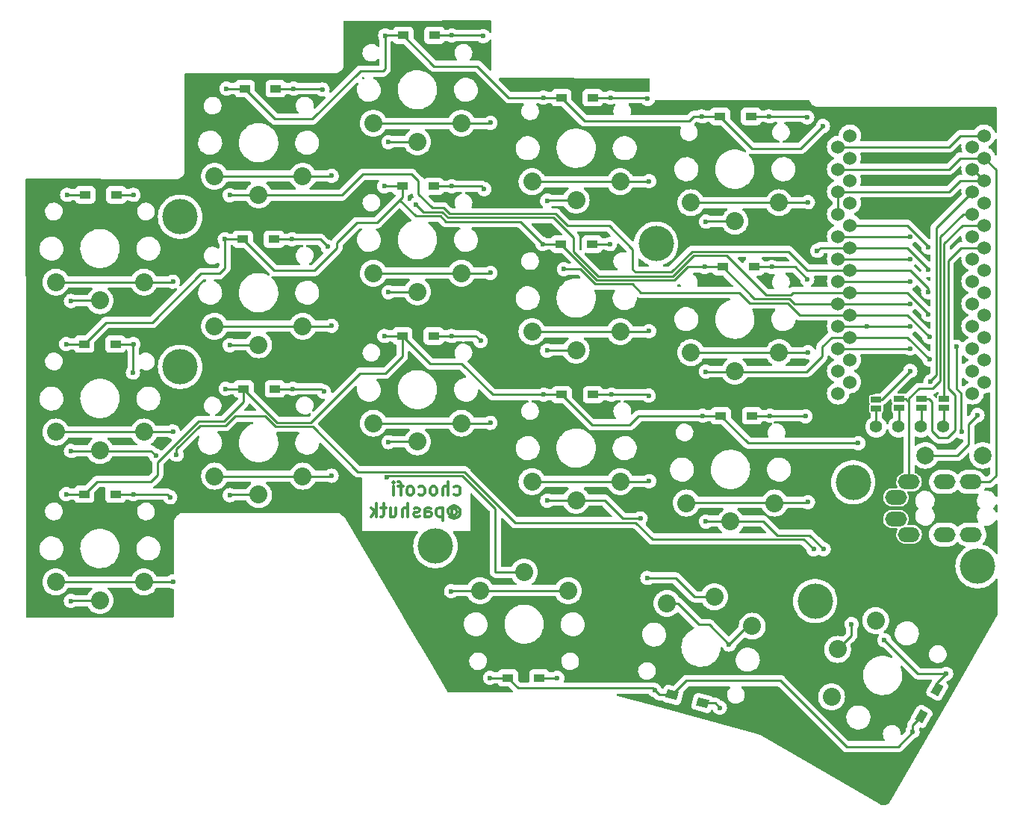
<source format=gbl>
G04 #@! TF.GenerationSoftware,KiCad,Pcbnew,6.99.0-a9ca49a600~144~ubuntu20.04.1*
G04 #@! TF.CreationDate,2021-12-27T09:32:35+02:00*
G04 #@! TF.ProjectId,chocofi,63686f63-6f66-4692-9e6b-696361645f70,2.1*
G04 #@! TF.SameCoordinates,Original*
G04 #@! TF.FileFunction,Copper,L2,Bot*
G04 #@! TF.FilePolarity,Positive*
%FSLAX46Y46*%
G04 Gerber Fmt 4.6, Leading zero omitted, Abs format (unit mm)*
G04 Created by KiCad (PCBNEW 6.99.0-a9ca49a600~144~ubuntu20.04.1) date 2021-12-27 09:32:35*
%MOMM*%
%LPD*%
G01*
G04 APERTURE LIST*
G04 Aperture macros list*
%AMRotRect*
0 Rectangle, with rotation*
0 The origin of the aperture is its center*
0 $1 length*
0 $2 width*
0 $3 Rotation angle, in degrees counterclockwise*
0 Add horizontal line*
21,1,$1,$2,0,0,$3*%
G04 Aperture macros list end*
%ADD10C,0.300000*%
G04 #@! TA.AperFunction,NonConductor*
%ADD11C,0.300000*%
G04 #@! TD*
G04 #@! TA.AperFunction,SMDPad,CuDef*
%ADD12R,1.300000X0.950000*%
G04 #@! TD*
G04 #@! TA.AperFunction,SMDPad,CuDef*
%ADD13RotRect,1.300000X0.950000X345.000000*%
G04 #@! TD*
G04 #@! TA.AperFunction,SMDPad,CuDef*
%ADD14RotRect,1.300000X0.950000X60.000000*%
G04 #@! TD*
G04 #@! TA.AperFunction,ComponentPad*
%ADD15O,2.500000X1.700000*%
G04 #@! TD*
G04 #@! TA.AperFunction,ComponentPad*
%ADD16C,2.032000*%
G04 #@! TD*
G04 #@! TA.AperFunction,ComponentPad*
%ADD17C,1.524000*%
G04 #@! TD*
G04 #@! TA.AperFunction,ComponentPad*
%ADD18C,1.397000*%
G04 #@! TD*
G04 #@! TA.AperFunction,ComponentPad*
%ADD19C,2.000000*%
G04 #@! TD*
G04 #@! TA.AperFunction,ComponentPad*
%ADD20C,4.000000*%
G04 #@! TD*
G04 #@! TA.AperFunction,SMDPad,CuDef*
%ADD21R,1.143000X0.635000*%
G04 #@! TD*
G04 #@! TA.AperFunction,ViaPad*
%ADD22C,0.600000*%
G04 #@! TD*
G04 #@! TA.AperFunction,Conductor*
%ADD23C,0.250000*%
G04 #@! TD*
G04 APERTURE END LIST*
D10*
D11*
X126055000Y-98289642D02*
X126197857Y-98361071D01*
X126483571Y-98361071D01*
X126626428Y-98289642D01*
X126697857Y-98218214D01*
X126769285Y-98075357D01*
X126769285Y-97646785D01*
X126697857Y-97503928D01*
X126626428Y-97432500D01*
X126483571Y-97361071D01*
X126197857Y-97361071D01*
X126055000Y-97432500D01*
X125412142Y-98361071D02*
X125412142Y-96861071D01*
X124769285Y-98361071D02*
X124769285Y-97575357D01*
X124840714Y-97432500D01*
X124983571Y-97361071D01*
X125197857Y-97361071D01*
X125340714Y-97432500D01*
X125412142Y-97503928D01*
X123840714Y-98361071D02*
X123983571Y-98289642D01*
X124055000Y-98218214D01*
X124126428Y-98075357D01*
X124126428Y-97646785D01*
X124055000Y-97503928D01*
X123983571Y-97432500D01*
X123840714Y-97361071D01*
X123626428Y-97361071D01*
X123483571Y-97432500D01*
X123412142Y-97503928D01*
X123340714Y-97646785D01*
X123340714Y-98075357D01*
X123412142Y-98218214D01*
X123483571Y-98289642D01*
X123626428Y-98361071D01*
X123840714Y-98361071D01*
X122055000Y-98289642D02*
X122197857Y-98361071D01*
X122483571Y-98361071D01*
X122626428Y-98289642D01*
X122697857Y-98218214D01*
X122769285Y-98075357D01*
X122769285Y-97646785D01*
X122697857Y-97503928D01*
X122626428Y-97432500D01*
X122483571Y-97361071D01*
X122197857Y-97361071D01*
X122055000Y-97432500D01*
X121197857Y-98361071D02*
X121340714Y-98289642D01*
X121412142Y-98218214D01*
X121483571Y-98075357D01*
X121483571Y-97646785D01*
X121412142Y-97503928D01*
X121340714Y-97432500D01*
X121197857Y-97361071D01*
X120983571Y-97361071D01*
X120840714Y-97432500D01*
X120769285Y-97503928D01*
X120697857Y-97646785D01*
X120697857Y-98075357D01*
X120769285Y-98218214D01*
X120840714Y-98289642D01*
X120983571Y-98361071D01*
X121197857Y-98361071D01*
X120269285Y-97361071D02*
X119697857Y-97361071D01*
X120055000Y-98361071D02*
X120055000Y-97075357D01*
X119983571Y-96932500D01*
X119840714Y-96861071D01*
X119697857Y-96861071D01*
X119197857Y-98361071D02*
X119197857Y-97361071D01*
X119197857Y-96861071D02*
X119269285Y-96932500D01*
X119197857Y-97003928D01*
X119126428Y-96932500D01*
X119197857Y-96861071D01*
X119197857Y-97003928D01*
X125769285Y-100061785D02*
X125840714Y-99990357D01*
X125983571Y-99918928D01*
X126126428Y-99918928D01*
X126269285Y-99990357D01*
X126340714Y-100061785D01*
X126412142Y-100204642D01*
X126412142Y-100347500D01*
X126340714Y-100490357D01*
X126269285Y-100561785D01*
X126126428Y-100633214D01*
X125983571Y-100633214D01*
X125840714Y-100561785D01*
X125769285Y-100490357D01*
X125769285Y-99918928D02*
X125769285Y-100490357D01*
X125697857Y-100561785D01*
X125626428Y-100561785D01*
X125483571Y-100490357D01*
X125412142Y-100347500D01*
X125412142Y-99990357D01*
X125555000Y-99776071D01*
X125769285Y-99633214D01*
X126055000Y-99561785D01*
X126340714Y-99633214D01*
X126555000Y-99776071D01*
X126697857Y-99990357D01*
X126769285Y-100276071D01*
X126697857Y-100561785D01*
X126555000Y-100776071D01*
X126340714Y-100918928D01*
X126055000Y-100990357D01*
X125769285Y-100918928D01*
X125555000Y-100776071D01*
X124769285Y-99776071D02*
X124769285Y-101276071D01*
X124769285Y-99847500D02*
X124626428Y-99776071D01*
X124340714Y-99776071D01*
X124197857Y-99847500D01*
X124126428Y-99918928D01*
X124055000Y-100061785D01*
X124055000Y-100490357D01*
X124126428Y-100633214D01*
X124197857Y-100704642D01*
X124340714Y-100776071D01*
X124626428Y-100776071D01*
X124769285Y-100704642D01*
X122769285Y-100776071D02*
X122769285Y-99990357D01*
X122840714Y-99847500D01*
X122983571Y-99776071D01*
X123269285Y-99776071D01*
X123412142Y-99847500D01*
X122769285Y-100704642D02*
X122912142Y-100776071D01*
X123269285Y-100776071D01*
X123412142Y-100704642D01*
X123483571Y-100561785D01*
X123483571Y-100418928D01*
X123412142Y-100276071D01*
X123269285Y-100204642D01*
X122912142Y-100204642D01*
X122769285Y-100133214D01*
X122126428Y-100704642D02*
X121983571Y-100776071D01*
X121697857Y-100776071D01*
X121555000Y-100704642D01*
X121483571Y-100561785D01*
X121483571Y-100490357D01*
X121555000Y-100347500D01*
X121697857Y-100276071D01*
X121912142Y-100276071D01*
X122055000Y-100204642D01*
X122126428Y-100061785D01*
X122126428Y-99990357D01*
X122055000Y-99847500D01*
X121912142Y-99776071D01*
X121697857Y-99776071D01*
X121555000Y-99847500D01*
X120840714Y-100776071D02*
X120840714Y-99276071D01*
X120197857Y-100776071D02*
X120197857Y-99990357D01*
X120269285Y-99847500D01*
X120412142Y-99776071D01*
X120626428Y-99776071D01*
X120769285Y-99847500D01*
X120840714Y-99918928D01*
X118840714Y-99776071D02*
X118840714Y-100776071D01*
X119483571Y-99776071D02*
X119483571Y-100561785D01*
X119412142Y-100704642D01*
X119269285Y-100776071D01*
X119055000Y-100776071D01*
X118912142Y-100704642D01*
X118840714Y-100633214D01*
X118340714Y-99776071D02*
X117769285Y-99776071D01*
X118126428Y-99276071D02*
X118126428Y-100561785D01*
X118055000Y-100704642D01*
X117912142Y-100776071D01*
X117769285Y-100776071D01*
X117269285Y-100776071D02*
X117269285Y-99276071D01*
X117126428Y-100204642D02*
X116697857Y-100776071D01*
X116697857Y-99776071D02*
X117269285Y-100347500D01*
D12*
X84229400Y-64312800D03*
X87779400Y-64312800D03*
X102314200Y-52273200D03*
X105864200Y-52273200D03*
X120297400Y-46228000D03*
X123847400Y-46228000D03*
X138229800Y-53289200D03*
X141779800Y-53289200D03*
X156213000Y-55422800D03*
X159763000Y-55422800D03*
X84127800Y-81229200D03*
X87677800Y-81229200D03*
X102111000Y-69342000D03*
X105661000Y-69342000D03*
X120195800Y-63347600D03*
X123745800Y-63347600D03*
X138179000Y-69900800D03*
X141729000Y-69900800D03*
X156517800Y-72491600D03*
X160067800Y-72491600D03*
X84127800Y-98247200D03*
X87677800Y-98247200D03*
X102212600Y-86309200D03*
X105762600Y-86309200D03*
X120195800Y-80314800D03*
X123745800Y-80314800D03*
X138280600Y-86969600D03*
X141830600Y-86969600D03*
X156314600Y-89357200D03*
X159864600Y-89357200D03*
X132184600Y-119075200D03*
X135734600Y-119075200D03*
D13*
X150799764Y-121001192D03*
X154228800Y-121920000D03*
D14*
X179070666Y-123432630D03*
X180845666Y-120358240D03*
D15*
X176160000Y-101061000D03*
X176160000Y-98611000D03*
X184660000Y-102811000D03*
X184660000Y-96861000D03*
X181660000Y-96861000D03*
X181660000Y-102811000D03*
X177660000Y-96861000D03*
X177660000Y-102811000D03*
D16*
X85910000Y-76300000D03*
X90910000Y-74200000D03*
X80910000Y-74200000D03*
X103910000Y-64300000D03*
X98910000Y-62200000D03*
X108910000Y-62200000D03*
X121910000Y-58300000D03*
X126910000Y-56200000D03*
X116910000Y-56200000D03*
X139910000Y-64920000D03*
X144910000Y-62820000D03*
X134910000Y-62820000D03*
X157910000Y-67300000D03*
X152910000Y-65200000D03*
X162910000Y-65200000D03*
X85910000Y-93300000D03*
X90910000Y-91200000D03*
X80910000Y-91200000D03*
X103910000Y-81300000D03*
X98910000Y-79200000D03*
X108910000Y-79200000D03*
X121910000Y-75300000D03*
X126910000Y-73200000D03*
X116910000Y-73200000D03*
X139910000Y-81920000D03*
X144910000Y-79820000D03*
X134910000Y-79820000D03*
X157910000Y-84300000D03*
X162910000Y-82200000D03*
X152910000Y-82200000D03*
X85910000Y-110300000D03*
X80910000Y-108200000D03*
X90910000Y-108200000D03*
X103910000Y-98300000D03*
X108910000Y-96200000D03*
X98910000Y-96200000D03*
X121910000Y-92300000D03*
X116910000Y-90200000D03*
X126910000Y-90200000D03*
X139910000Y-98925000D03*
X144910000Y-96825000D03*
X134910000Y-96825000D03*
X157410000Y-101350000D03*
X162410000Y-99250000D03*
X152410000Y-99250000D03*
X134010000Y-107090000D03*
X139010000Y-109190000D03*
X129010000Y-109190000D03*
X155587032Y-109881038D03*
X150213883Y-110615387D03*
X159873142Y-113203577D03*
X169550450Y-115840000D03*
X173869103Y-112559873D03*
X168869103Y-121220127D03*
D17*
X169620000Y-58870400D03*
X186166400Y-57600400D03*
X186166400Y-60140400D03*
X169620000Y-61410400D03*
X186166400Y-62680400D03*
X169620000Y-63950400D03*
X186166400Y-65220400D03*
X169620000Y-66490400D03*
X169620000Y-69030400D03*
X186166400Y-67760400D03*
X169620000Y-71570400D03*
X186166400Y-70300400D03*
X169620000Y-74110400D03*
X186166400Y-72840400D03*
X169620000Y-76650400D03*
X186166400Y-75380400D03*
X186166400Y-77920400D03*
X169620000Y-79190400D03*
X186166400Y-80460400D03*
X169620000Y-81730400D03*
X186166400Y-83000400D03*
X169620000Y-84270400D03*
X186166400Y-85540400D03*
X169620000Y-86810400D03*
X170946400Y-85540400D03*
X184860000Y-86810400D03*
X170946400Y-83000400D03*
X184860000Y-84270400D03*
X184860000Y-81730400D03*
X170946400Y-80460400D03*
X184860000Y-79190400D03*
X170946400Y-77920400D03*
X184860000Y-76650400D03*
X170946400Y-75380400D03*
X184860000Y-74110400D03*
X170946400Y-72840400D03*
X184860000Y-71570400D03*
X170946400Y-70300400D03*
X170946400Y-67760400D03*
X184860000Y-69030400D03*
X184860000Y-66490400D03*
X170946400Y-65220400D03*
X184860000Y-63950400D03*
X170946400Y-62680400D03*
X170946400Y-60140400D03*
X184860000Y-61410400D03*
X184860000Y-58870400D03*
X170946400Y-57600400D03*
D18*
X173930000Y-90608400D03*
X176470000Y-90608400D03*
X179010000Y-90608400D03*
X181550000Y-90608400D03*
D19*
X186003000Y-93853000D03*
X179503000Y-93853000D03*
D20*
X171323000Y-96901000D03*
X185420000Y-106426000D03*
X95000000Y-66802000D03*
X148971000Y-69850000D03*
X123952000Y-104140000D03*
X167005000Y-110363000D03*
X95000000Y-83820000D03*
D21*
X176480000Y-87478020D03*
X176480000Y-88478780D03*
X173930000Y-87507620D03*
X173930000Y-88508380D03*
X181640000Y-87428020D03*
X181640000Y-88428780D03*
X179060000Y-87448020D03*
X179060000Y-88448780D03*
D22*
X177800000Y-74110400D03*
X100279200Y-52273200D03*
X167894000Y-56515000D03*
X154178000Y-55422800D03*
X82194400Y-64312800D03*
X118262400Y-46247600D03*
X136194800Y-53289200D03*
X177800000Y-76650400D03*
X154482800Y-72491600D03*
X136126600Y-69883400D03*
X82092800Y-81229200D03*
X118160800Y-63347600D03*
X100076000Y-69342000D03*
X94185000Y-74150000D03*
X89717200Y-64312800D03*
X171907200Y-92456000D03*
X154262800Y-89357200D03*
X172855490Y-79190400D03*
X118160800Y-80314800D03*
X136250400Y-86969600D03*
X177800000Y-79190400D03*
X100177600Y-86309200D03*
X82092800Y-98247200D03*
X112185000Y-62150000D03*
X111150400Y-52374800D03*
X107899200Y-52273200D03*
X130164800Y-119075200D03*
X148814805Y-120455195D03*
X183032400Y-81534000D03*
X178053166Y-125156834D03*
X177800000Y-81730400D03*
X183642000Y-91186000D03*
X125842000Y-46228000D03*
X129387600Y-46329600D03*
X130185000Y-56150000D03*
X148031200Y-53441600D03*
X143814800Y-53289200D03*
X148185000Y-62770000D03*
X161798000Y-55422800D03*
X166116000Y-55524400D03*
X166185000Y-65150000D03*
X89712800Y-81229200D03*
X94185000Y-91150000D03*
X89662000Y-84455000D03*
X112185000Y-79150000D03*
X107696000Y-69342000D03*
X111760000Y-70205600D03*
X130185000Y-73150000D03*
X129489200Y-63652400D03*
X125812400Y-63347600D03*
X143729200Y-69900800D03*
X148185000Y-79770000D03*
X162102800Y-72491600D03*
X166185000Y-82150000D03*
X166116000Y-73863200D03*
X89712800Y-98247200D03*
X94185000Y-108150000D03*
X93878400Y-98602800D03*
X112185000Y-96150000D03*
X111302800Y-86614000D03*
X107797600Y-86309200D03*
X125780800Y-80314800D03*
X130185000Y-90150000D03*
X129082800Y-80873600D03*
X143920400Y-86969600D03*
X148185000Y-96775000D03*
X148132800Y-87071200D03*
X161899600Y-89357200D03*
X166185000Y-99150000D03*
X165912800Y-89408000D03*
X137769600Y-119075200D03*
X125735000Y-109240000D03*
X157251400Y-115290600D03*
X156194459Y-122446697D03*
X174866300Y-114795300D03*
X181863166Y-118616834D03*
X177800000Y-84268400D03*
X179832000Y-70256400D03*
X94589600Y-93776800D03*
X179832000Y-72796400D03*
X167233600Y-70662800D03*
X166830000Y-104495600D03*
X82635000Y-110350000D03*
X92252800Y-93878400D03*
X82635000Y-93350000D03*
X82635000Y-76350000D03*
X100635000Y-64350000D03*
X179832000Y-75336400D03*
X100635000Y-81350000D03*
X100635000Y-98350000D03*
X179832000Y-77876400D03*
X118635000Y-58350000D03*
X118635000Y-92350000D03*
X118635000Y-75350000D03*
X118480000Y-96334500D03*
X121767600Y-65430400D03*
X136635000Y-98975000D03*
X136635000Y-64970000D03*
X147980400Y-107746800D03*
X179959000Y-80416400D03*
X136635000Y-81970000D03*
X147218400Y-100990400D03*
X138531600Y-72745600D03*
X171144649Y-112978767D03*
X154635000Y-101350000D03*
X154635000Y-67350000D03*
X154635000Y-84350000D03*
X179959000Y-82956400D03*
X167970000Y-104480000D03*
X185420000Y-89281000D03*
X180086000Y-85471000D03*
X177800000Y-71570400D03*
X177800000Y-69030400D03*
D23*
X102314200Y-52273200D02*
X100279200Y-52273200D01*
X128727200Y-49733200D02*
X132283200Y-53289200D01*
X140871400Y-55930800D02*
X138229800Y-53289200D01*
X152721500Y-55930800D02*
X140871400Y-55930800D01*
X159845200Y-59055000D02*
X156213000Y-55422800D01*
X120297400Y-46228000D02*
X118262400Y-46228000D01*
X153229500Y-55422800D02*
X152721500Y-55930800D01*
X165354000Y-59055000D02*
X159845200Y-59055000D01*
X118262400Y-46228000D02*
X118262400Y-46247600D01*
X123802600Y-49733200D02*
X128727200Y-49733200D01*
X118262400Y-46247600D02*
X118262400Y-50012600D01*
X154178000Y-55422800D02*
X153229500Y-55422800D01*
X84229400Y-64312800D02*
X82194400Y-64312800D01*
X118262400Y-50012600D02*
X117983000Y-50292000D01*
X132283200Y-53289200D02*
X136194800Y-53289200D01*
X105768600Y-55727600D02*
X102314200Y-52273200D01*
X169620000Y-74110400D02*
X177800000Y-74110400D01*
X138229800Y-53289200D02*
X136194800Y-53289200D01*
X117983000Y-50292000D02*
X115443000Y-50292000D01*
X110007400Y-55727600D02*
X105768600Y-55727600D01*
X115443000Y-50292000D02*
X110007400Y-55727600D01*
X156213000Y-55422800D02*
X154178000Y-55422800D01*
X120297400Y-46228000D02*
X123802600Y-49733200D01*
X167894000Y-56515000D02*
X165354000Y-59055000D01*
X164071887Y-76110969D02*
X164668918Y-76708000D01*
X138179000Y-69900800D02*
X136144000Y-69900800D01*
X115062000Y-67462400D02*
X112776000Y-69748400D01*
X120195800Y-63347600D02*
X120195800Y-64614600D01*
X169620000Y-76650400D02*
X177800000Y-76650400D01*
X86566200Y-78790800D02*
X91846400Y-78790800D01*
X160137169Y-76110969D02*
X164071887Y-76110969D01*
X100076000Y-72644000D02*
X100076000Y-69342000D01*
X136126600Y-69883400D02*
X133596320Y-67353120D01*
X102111000Y-69342000D02*
X100076000Y-69342000D01*
X121716800Y-66700400D02*
X119913400Y-64897000D01*
X97383600Y-73253600D02*
X99466400Y-73253600D01*
X112776000Y-69748400D02*
X112776000Y-70358000D01*
X154482800Y-72491600D02*
X152552400Y-72491600D01*
X110236000Y-72898000D02*
X105667000Y-72898000D01*
X133596320Y-67353120D02*
X125163520Y-67353120D01*
X84127800Y-81229200D02*
X86566200Y-78790800D01*
X136144000Y-69900800D02*
X136126600Y-69883400D01*
X119913400Y-64897000D02*
X117348000Y-67462400D01*
X151071520Y-73972480D02*
X142250680Y-73972480D01*
X112776000Y-70358000D02*
X110236000Y-72898000D01*
X120195800Y-64614600D02*
X119913400Y-64897000D01*
X105667000Y-72898000D02*
X102111000Y-69342000D01*
X99466400Y-73253600D02*
X100076000Y-72644000D01*
X169562400Y-76708000D02*
X169620000Y-76650400D01*
X91846400Y-78790800D02*
X97383600Y-73253600D01*
X156517800Y-72491600D02*
X154482800Y-72491600D01*
X125163520Y-67353120D02*
X124510800Y-66700400D01*
X142250680Y-73972480D02*
X138179000Y-69900800D01*
X120195800Y-63347600D02*
X118160800Y-63347600D01*
X124510800Y-66700400D02*
X121716800Y-66700400D01*
X152552400Y-72491600D02*
X151071520Y-73972480D01*
X84127800Y-81229200D02*
X82092800Y-81229200D01*
X156517800Y-72491600D02*
X160137169Y-76110969D01*
X117348000Y-67462400D02*
X115062000Y-67462400D01*
X164668918Y-76708000D02*
X169562400Y-76708000D01*
X94135000Y-74200000D02*
X94185000Y-74150000D01*
X80910000Y-74200000D02*
X94135000Y-74200000D01*
X87779400Y-64312800D02*
X89814400Y-64312800D01*
X97078800Y-90017600D02*
X92456000Y-94640400D01*
X102212600Y-87779400D02*
X99974400Y-90017600D01*
X138280600Y-86969600D02*
X136245600Y-86969600D01*
X92456000Y-94640400D02*
X92456000Y-96062800D01*
X130454400Y-86969600D02*
X126949200Y-83464400D01*
X123345400Y-83464400D02*
X120195800Y-80314800D01*
X102212600Y-86309200D02*
X102212600Y-87779400D01*
X159413400Y-92456000D02*
X171907200Y-92456000D01*
X145999200Y-90373200D02*
X141684200Y-90373200D01*
X109829600Y-90119200D02*
X106022600Y-90119200D01*
X154262800Y-89357200D02*
X147015200Y-89357200D01*
X85550200Y-96824800D02*
X84127800Y-98247200D01*
X120195800Y-80314800D02*
X118160800Y-80314800D01*
X141684200Y-90373200D02*
X138280600Y-86969600D01*
X120195800Y-82648600D02*
X118313200Y-84531200D01*
X99974400Y-90017600D02*
X97078800Y-90017600D01*
X92456000Y-96062800D02*
X91694000Y-96824800D01*
X84127800Y-98247200D02*
X82092800Y-98247200D01*
X91694000Y-96824800D02*
X85550200Y-96824800D01*
X115417600Y-84531200D02*
X109829600Y-90119200D01*
X169620000Y-79190400D02*
X177800000Y-79190400D01*
X118313200Y-84531200D02*
X115417600Y-84531200D01*
X156314600Y-89357200D02*
X154279600Y-89357200D01*
X136245600Y-86969600D02*
X130454400Y-86969600D01*
X156314600Y-89357200D02*
X159413400Y-92456000D01*
X120195800Y-80314800D02*
X120195800Y-82648600D01*
X147015200Y-89357200D02*
X145999200Y-90373200D01*
X154279600Y-89357200D02*
X154262800Y-89357200D01*
X102212600Y-86309200D02*
X100177600Y-86309200D01*
X126949200Y-83464400D02*
X123345400Y-83464400D01*
X106022600Y-90119200D02*
X102212600Y-86309200D01*
X105864200Y-52273200D02*
X107899200Y-52273200D01*
X98910000Y-62200000D02*
X112135000Y-62200000D01*
X112135000Y-62200000D02*
X112185000Y-62150000D01*
X107899200Y-52273200D02*
X111048800Y-52273200D01*
X111048800Y-52273200D02*
X111150400Y-52374800D01*
X148814805Y-120455195D02*
X148603210Y-120243600D01*
X133353000Y-120243600D02*
X132184600Y-119075200D01*
X178053166Y-124450130D02*
X179070666Y-123432630D01*
X152420956Y-119380000D02*
X163068000Y-119380000D01*
X169620000Y-81730400D02*
X177800000Y-81730400D01*
X176403000Y-126873000D02*
X178053166Y-125222834D01*
X183591200Y-91135200D02*
X183642000Y-91186000D01*
X150799764Y-121001192D02*
X149360802Y-121001192D01*
X183032400Y-86258400D02*
X183591200Y-86817200D01*
X170561000Y-126873000D02*
X176403000Y-126873000D01*
X178053166Y-125194992D02*
X178053166Y-125156834D01*
X150799764Y-121001192D02*
X152420956Y-119380000D01*
X149360802Y-121001192D02*
X148834105Y-120474495D01*
X148834105Y-120474495D02*
X148814805Y-120455195D01*
X148603210Y-120243600D02*
X133353000Y-120243600D01*
X132184600Y-119075200D02*
X130149600Y-119075200D01*
X178053166Y-125156834D02*
X178053166Y-124450130D01*
X163068000Y-119380000D02*
X170561000Y-126873000D01*
X183032400Y-81534000D02*
X183032400Y-86258400D01*
X178053166Y-125222834D02*
X178053166Y-125194992D01*
X183591200Y-86817200D02*
X183591200Y-91135200D01*
X129387600Y-46329600D02*
X129286000Y-46228000D01*
X130135000Y-56200000D02*
X130185000Y-56150000D01*
X125882400Y-46228000D02*
X123847400Y-46228000D01*
X129286000Y-46228000D02*
X125882400Y-46228000D01*
X116910000Y-56200000D02*
X130135000Y-56200000D01*
X147878800Y-53289200D02*
X148031200Y-53441600D01*
X143814800Y-53289200D02*
X147878800Y-53289200D01*
X134910000Y-62820000D02*
X148135000Y-62820000D01*
X148135000Y-62820000D02*
X148185000Y-62770000D01*
X141779800Y-53289200D02*
X143814800Y-53289200D01*
X152910000Y-65200000D02*
X166135000Y-65200000D01*
X166014400Y-55422800D02*
X161798000Y-55422800D01*
X166116000Y-55524400D02*
X166014400Y-55422800D01*
X166135000Y-65200000D02*
X166185000Y-65150000D01*
X161798000Y-55422800D02*
X159763000Y-55422800D01*
X90910000Y-91200000D02*
X90860000Y-91150000D01*
X87677800Y-81229200D02*
X89712800Y-81229200D01*
X81010000Y-91200000D02*
X90910000Y-91200000D01*
X89662000Y-81280000D02*
X89712800Y-81229200D01*
X90860000Y-91150000D02*
X94185000Y-91150000D01*
X80960000Y-91150000D02*
X81010000Y-91200000D01*
X89662000Y-84455000D02*
X89662000Y-81280000D01*
X112135000Y-79200000D02*
X112185000Y-79150000D01*
X110896400Y-69342000D02*
X111760000Y-70205600D01*
X107696000Y-69342000D02*
X105661000Y-69342000D01*
X98910000Y-79200000D02*
X112135000Y-79200000D01*
X107696000Y-69342000D02*
X110896400Y-69342000D01*
X125780800Y-63347600D02*
X125812400Y-63347600D01*
X130135000Y-73200000D02*
X130185000Y-73150000D01*
X116910000Y-73200000D02*
X130135000Y-73200000D01*
X123745800Y-63347600D02*
X125780800Y-63347600D01*
X129184400Y-63347600D02*
X129489200Y-63652400D01*
X125812400Y-63347600D02*
X129184400Y-63347600D01*
X148135000Y-79820000D02*
X148185000Y-79770000D01*
X134910000Y-79820000D02*
X148135000Y-79820000D01*
X141729000Y-69900800D02*
X143764000Y-69900800D01*
X164744400Y-72491600D02*
X162102800Y-72491600D01*
X160067800Y-72491600D02*
X162102800Y-72491600D01*
X152910000Y-82200000D02*
X166135000Y-82200000D01*
X166116000Y-73863200D02*
X164744400Y-72491600D01*
X166135000Y-82200000D02*
X166185000Y-82150000D01*
X80910000Y-108200000D02*
X94135000Y-108200000D01*
X93522800Y-98247200D02*
X93878400Y-98602800D01*
X89712800Y-98247200D02*
X93522800Y-98247200D01*
X94135000Y-108200000D02*
X94185000Y-108150000D01*
X87677800Y-98247200D02*
X89712800Y-98247200D01*
X110998000Y-86309200D02*
X111302800Y-86614000D01*
X105762600Y-86309200D02*
X107797600Y-86309200D01*
X107797600Y-86309200D02*
X110998000Y-86309200D01*
X98910000Y-96200000D02*
X112135000Y-96200000D01*
X112135000Y-96200000D02*
X112185000Y-96150000D01*
X128524000Y-80314800D02*
X129082800Y-80873600D01*
X130135000Y-90200000D02*
X130185000Y-90150000D01*
X116910000Y-90200000D02*
X130135000Y-90200000D01*
X125780800Y-80314800D02*
X128524000Y-80314800D01*
X123745800Y-80314800D02*
X125780800Y-80314800D01*
X143920400Y-86969600D02*
X148031200Y-86969600D01*
X148031200Y-86969600D02*
X148132800Y-87071200D01*
X134910000Y-96825000D02*
X148135000Y-96825000D01*
X141830600Y-86969600D02*
X143865600Y-86969600D01*
X143865600Y-86969600D02*
X143920400Y-86969600D01*
X148135000Y-96825000D02*
X148185000Y-96775000D01*
X152910000Y-99200000D02*
X166135000Y-99200000D01*
X161899600Y-89357200D02*
X165862000Y-89357200D01*
X165862000Y-89357200D02*
X165912800Y-89408000D01*
X166135000Y-99200000D02*
X166185000Y-99150000D01*
X159864600Y-89357200D02*
X161899600Y-89357200D01*
X125785000Y-109190000D02*
X125735000Y-109240000D01*
X135734600Y-119075200D02*
X137769600Y-119075200D01*
X139010000Y-109190000D02*
X125785000Y-109190000D01*
X154228800Y-121920000D02*
X155667762Y-121920000D01*
X159338423Y-113203577D02*
X157251400Y-115290600D01*
X153860000Y-113030000D02*
X151445387Y-110615387D01*
X157251400Y-115290600D02*
X154990800Y-113030000D01*
X155667762Y-121920000D02*
X156194459Y-122446697D01*
X154990800Y-113030000D02*
X153860000Y-113030000D01*
X159873142Y-113203577D02*
X159338423Y-113203577D01*
X151445387Y-110615387D02*
X150213883Y-110615387D01*
X178666878Y-118595878D02*
X174866300Y-114795300D01*
X180845666Y-120358240D02*
X180845666Y-119613378D01*
X180845666Y-119613378D02*
X181863166Y-118595878D01*
X181863166Y-118595878D02*
X178666878Y-118595878D01*
X177800000Y-84268400D02*
X177800000Y-84268400D01*
X182201000Y-63950400D02*
X169620000Y-63950400D01*
X184860000Y-61410400D02*
X184896400Y-61410400D01*
X173930000Y-87507620D02*
X174560780Y-87507620D01*
X186166400Y-62680400D02*
X183471000Y-62680400D01*
X183471000Y-62680400D02*
X182201000Y-63950400D01*
X174560780Y-87507620D02*
X177800000Y-84268400D01*
X184896400Y-61410400D02*
X186166400Y-62680400D01*
X169620000Y-63950400D02*
X169620000Y-66490400D01*
X181189990Y-85378410D02*
X181189991Y-69082779D01*
X176480000Y-87478020D02*
X177301500Y-87478020D01*
X177301500Y-87478020D02*
X177660000Y-87836520D01*
X183782370Y-66490400D02*
X184860000Y-66490400D01*
X180300000Y-86268400D02*
X181189990Y-85378410D01*
X181189991Y-69082779D02*
X183782370Y-66490400D01*
X177660000Y-87836520D02*
X177660000Y-87374018D01*
X177660000Y-87374018D02*
X178765618Y-86268400D01*
X177660000Y-87836520D02*
X177660000Y-96861000D01*
X178765618Y-86268400D02*
X180300000Y-86268400D01*
X170946400Y-67760400D02*
X177455002Y-67760400D01*
X179832000Y-70137398D02*
X179832000Y-70256400D01*
X177455002Y-67760400D02*
X179832000Y-70137398D01*
X101219718Y-89408000D02*
X100160598Y-90467120D01*
X165674400Y-103340000D02*
X148540000Y-103340000D01*
X166830000Y-104495600D02*
X165674400Y-103340000D01*
X91724400Y-93350000D02*
X85960000Y-93350000D01*
X170946400Y-70300400D02*
X167596000Y-70300400D01*
X105836402Y-90568720D02*
X104675682Y-89408000D01*
X115166400Y-95710000D02*
X110025120Y-90568720D01*
X94589600Y-93142518D02*
X94589600Y-93776800D01*
X110025120Y-90568720D02*
X105836402Y-90568720D01*
X85910000Y-76300000D02*
X82685000Y-76300000D01*
X97264998Y-90467120D02*
X94589600Y-93142518D01*
X177455002Y-70300400D02*
X179832000Y-72677398D01*
X85910000Y-93300000D02*
X85910000Y-93350000D01*
X167596000Y-70300400D02*
X167233600Y-70662800D01*
X104675682Y-89408000D02*
X101219718Y-89408000D01*
X170946400Y-70300400D02*
X177455002Y-70300400D01*
X179832000Y-72677398D02*
X179832000Y-72796400D01*
X132973000Y-101473000D02*
X127210000Y-95710000D01*
X85910000Y-110300000D02*
X82685000Y-110300000D01*
X92252800Y-93878400D02*
X91724400Y-93350000D01*
X85910000Y-93350000D02*
X82635000Y-93350000D01*
X127210000Y-95710000D02*
X115166400Y-95710000D01*
X148540000Y-103340000D02*
X146673000Y-101473000D01*
X100160598Y-90467120D02*
X97264998Y-90467120D01*
X85960000Y-93350000D02*
X85910000Y-93300000D01*
X82685000Y-110300000D02*
X82635000Y-110350000D01*
X146673000Y-101473000D02*
X132973000Y-101473000D01*
X82685000Y-76300000D02*
X82635000Y-76350000D01*
X143637000Y-67818000D02*
X138913318Y-67818000D01*
X121259600Y-61976000D02*
X115722400Y-61976000D01*
X170946400Y-72840400D02*
X177760264Y-72840400D01*
X103910000Y-98300000D02*
X100685000Y-98300000D01*
X146304000Y-72771000D02*
X146304000Y-70485000D01*
X123611760Y-65801360D02*
X122021600Y-64211200D01*
X153050306Y-70722258D02*
X150699124Y-73073440D01*
X122021600Y-64211200D02*
X122021600Y-62738000D01*
X150699124Y-73073440D02*
X146606440Y-73073440D01*
X146606440Y-73073440D02*
X146304000Y-72771000D01*
X166109200Y-72840400D02*
X163991058Y-70722258D01*
X177760264Y-72840400D02*
X179832000Y-74912136D01*
X146304000Y-70485000D02*
X143637000Y-67818000D01*
X122021600Y-62738000D02*
X121259600Y-61976000D01*
X100685000Y-98300000D02*
X100635000Y-98350000D01*
X170946400Y-72840400D02*
X166109200Y-72840400D01*
X163991058Y-70722258D02*
X153050306Y-70722258D01*
X113348400Y-64350000D02*
X100635000Y-64350000D01*
X115722400Y-61976000D02*
X113348400Y-64350000D01*
X103910000Y-81300000D02*
X100685000Y-81300000D01*
X137549398Y-66454080D02*
X125535916Y-66454080D01*
X124883196Y-65801360D02*
X123611760Y-65801360D01*
X100685000Y-81300000D02*
X100635000Y-81350000D01*
X138913318Y-67818000D02*
X137549398Y-66454080D01*
X179832000Y-74912136D02*
X179832000Y-75336400D01*
X125535916Y-66454080D02*
X124883196Y-65801360D01*
X121910000Y-58300000D02*
X118685000Y-58300000D01*
X164539133Y-75380400D02*
X164258084Y-75661449D01*
X121910000Y-75300000D02*
X118685000Y-75300000D01*
X156972000Y-71171778D02*
X153236504Y-71171778D01*
X170946400Y-75380400D02*
X164539133Y-75380400D01*
X118685000Y-92300000D02*
X118635000Y-92350000D01*
X118480000Y-96334500D02*
X118654980Y-96159520D01*
X130735000Y-107040000D02*
X130785000Y-107090000D01*
X164258084Y-75661449D02*
X161461671Y-75661449D01*
X118685000Y-58300000D02*
X118635000Y-58350000D01*
X118654980Y-96159520D02*
X127023802Y-96159520D01*
X137363200Y-66903600D02*
X125349718Y-66903600D01*
X118685000Y-75300000D02*
X118635000Y-75350000D01*
X153236504Y-71171778D02*
X150885322Y-73522960D01*
X127023802Y-96159520D02*
X130735000Y-99870718D01*
X142436878Y-73522960D02*
X139649200Y-70735282D01*
X139649200Y-70735282D02*
X139649200Y-69189600D01*
X122588080Y-66250880D02*
X121767600Y-65430400D01*
X130785000Y-107090000D02*
X134010000Y-107090000D01*
X121910000Y-92300000D02*
X118685000Y-92300000D01*
X124696998Y-66250880D02*
X122588080Y-66250880D01*
X139649200Y-69189600D02*
X137363200Y-66903600D01*
X177455002Y-75380400D02*
X179832000Y-77757398D01*
X125349718Y-66903600D02*
X124696998Y-66250880D01*
X161461671Y-75661449D02*
X156972000Y-71171778D01*
X179832000Y-77757398D02*
X179832000Y-77876400D01*
X130735000Y-99870718D02*
X130735000Y-107040000D01*
X150885322Y-73522960D02*
X142436878Y-73522960D01*
X170946400Y-75380400D02*
X177455002Y-75380400D01*
X142064482Y-74422000D02*
X140388082Y-72745600D01*
X143135000Y-98925000D02*
X136685000Y-98925000D01*
X147269200Y-75387200D02*
X146304000Y-74422000D01*
X163885689Y-76560489D02*
X159618489Y-76560489D01*
X151198257Y-107746800D02*
X153332495Y-109881038D01*
X145200400Y-100990400D02*
X143135000Y-98925000D01*
X140388082Y-72745600D02*
X138531600Y-72745600D01*
X159618489Y-76560489D02*
X158445200Y-75387200D01*
X146304000Y-74422000D02*
X142064482Y-74422000D01*
X170946400Y-77920400D02*
X165245600Y-77920400D01*
X158445200Y-75387200D02*
X147269200Y-75387200D01*
X139910000Y-64920000D02*
X136685000Y-64920000D01*
X136685000Y-98925000D02*
X136635000Y-98975000D01*
X136685000Y-64920000D02*
X136635000Y-64970000D01*
X139910000Y-81920000D02*
X136685000Y-81920000D01*
X147980400Y-107746800D02*
X151198257Y-107746800D01*
X136685000Y-81920000D02*
X136635000Y-81970000D01*
X179951002Y-80416400D02*
X179959000Y-80416400D01*
X147218400Y-100990400D02*
X145200400Y-100990400D01*
X153332495Y-109881038D02*
X155587032Y-109881038D01*
X177455002Y-77920400D02*
X179951002Y-80416400D01*
X170946400Y-77920400D02*
X177455002Y-77920400D01*
X165245600Y-77920400D02*
X163885689Y-76560489D01*
X170946400Y-80460400D02*
X168866000Y-80460400D01*
X167970000Y-104480000D02*
X166380000Y-102890000D01*
X179951002Y-82956400D02*
X179959000Y-82956400D01*
X161135000Y-101300000D02*
X154685000Y-101300000D01*
X169550450Y-115840000D02*
X171144649Y-114245801D01*
X154685000Y-67300000D02*
X154635000Y-67350000D01*
X154685000Y-101300000D02*
X154635000Y-101350000D01*
X167792400Y-82600800D02*
X166043200Y-84350000D01*
X166043200Y-84350000D02*
X154635000Y-84350000D01*
X177455002Y-80460400D02*
X179951002Y-82956400D01*
X171144649Y-114245801D02*
X171144649Y-112978767D01*
X166380000Y-102890000D02*
X162725000Y-102890000D01*
X157910000Y-67300000D02*
X154685000Y-67300000D01*
X168866000Y-80460400D02*
X167792400Y-81534000D01*
X167792400Y-81534000D02*
X167792400Y-82600800D01*
X170946400Y-80460400D02*
X177455002Y-80460400D01*
X162725000Y-102890000D02*
X161135000Y-101300000D01*
X169620000Y-58870400D02*
X182198000Y-58870400D01*
X182198000Y-58870400D02*
X183468000Y-57600400D01*
X183468000Y-57600400D02*
X186166400Y-57600400D01*
X169620000Y-61410400D02*
X182158000Y-61410400D01*
X182158000Y-61410400D02*
X183428000Y-60140400D01*
X184660000Y-96861000D02*
X186787400Y-96861000D01*
X183428000Y-60140400D02*
X186166400Y-60140400D01*
X187500000Y-61474000D02*
X186166400Y-60140400D01*
X186787400Y-96861000D02*
X187500000Y-96148400D01*
X187500000Y-96148400D02*
X187500000Y-61474000D01*
X179959000Y-85496400D02*
X179959000Y-85496400D01*
X180721000Y-68089400D02*
X180721000Y-84734400D01*
X180721000Y-84734400D02*
X179959000Y-85496400D01*
X184860000Y-63950400D02*
X180721000Y-68089400D01*
X179959000Y-85496400D02*
X180060600Y-85496400D01*
X183134000Y-93853000D02*
X179503000Y-93853000D01*
X180060600Y-85496400D02*
X180086000Y-85471000D01*
X184404000Y-90297000D02*
X184404000Y-92583000D01*
X184404000Y-92583000D02*
X183134000Y-93853000D01*
X185420000Y-89281000D02*
X184404000Y-90297000D01*
X180213000Y-87779520D02*
X180213000Y-91081400D01*
X182090010Y-86258410D02*
X182090010Y-71778390D01*
X182090010Y-71778390D02*
X183568000Y-70300400D01*
X179060000Y-87448020D02*
X179881500Y-87448020D01*
X182880000Y-90988400D02*
X182880000Y-87048400D01*
X183568000Y-70300400D02*
X186166400Y-70300400D01*
X179881500Y-87448020D02*
X180213000Y-87779520D01*
X169620000Y-71570400D02*
X177800000Y-71570400D01*
X182022000Y-91846400D02*
X182880000Y-90988400D01*
X182880000Y-87048400D02*
X182090010Y-86258410D01*
X180978000Y-91846400D02*
X182022000Y-91846400D01*
X180213000Y-91081400D02*
X180978000Y-91846400D01*
X181640000Y-69828400D02*
X181640000Y-87428020D01*
X183708000Y-67760400D02*
X181640000Y-69828400D01*
X169620000Y-69030400D02*
X177800000Y-69030400D01*
X186166400Y-67760400D02*
X183708000Y-67760400D01*
X173930000Y-88508380D02*
X173930000Y-90608400D01*
X176480000Y-88478780D02*
X176480000Y-90598400D01*
X176480000Y-90598400D02*
X176470000Y-90608400D01*
X181640000Y-90518400D02*
X181550000Y-90608400D01*
X181640000Y-88428780D02*
X181640000Y-90518400D01*
X179060000Y-90558400D02*
X179010000Y-90608400D01*
X179060000Y-88448780D02*
X179060000Y-90558400D01*
G04 #@! TA.AperFunction,NonConductor*
G36*
X115855021Y-50945502D02*
G01*
X115901514Y-50999158D01*
X115911618Y-51069432D01*
X115882124Y-51134012D01*
X115838653Y-51166381D01*
X115785320Y-51190405D01*
X115714997Y-51200146D01*
X115650569Y-51170321D01*
X115612493Y-51110397D01*
X115612860Y-51039402D01*
X115644476Y-50986428D01*
X115668499Y-50962405D01*
X115730811Y-50928379D01*
X115757594Y-50925500D01*
X115786900Y-50925500D01*
X115855021Y-50945502D01*
G37*
G04 #@! TD.AperFunction*
G04 #@! TA.AperFunction,NonConductor*
G36*
X148159318Y-51076896D02*
G01*
X148227418Y-51096961D01*
X148273862Y-51150659D01*
X148285200Y-51202896D01*
X148285200Y-52515697D01*
X148265198Y-52583818D01*
X148211542Y-52630311D01*
X148144281Y-52640811D01*
X148036880Y-52628004D01*
X148029877Y-52628740D01*
X148029876Y-52628740D01*
X147863488Y-52646228D01*
X147863486Y-52646229D01*
X147856488Y-52646964D01*
X147849825Y-52649232D01*
X147842941Y-52650746D01*
X147842834Y-52650259D01*
X147809967Y-52655700D01*
X144362138Y-52655700D01*
X144294624Y-52636085D01*
X144227804Y-52593680D01*
X144171466Y-52557927D01*
X144108849Y-52535630D01*
X144007225Y-52499443D01*
X144007220Y-52499442D01*
X144000590Y-52497081D01*
X143993602Y-52496248D01*
X143993599Y-52496247D01*
X143870498Y-52481568D01*
X143820480Y-52475604D01*
X143813477Y-52476340D01*
X143813476Y-52476340D01*
X143647088Y-52493828D01*
X143647086Y-52493829D01*
X143640088Y-52494564D01*
X143468379Y-52553018D01*
X143331839Y-52637019D01*
X143265819Y-52655700D01*
X143000809Y-52655700D01*
X142932688Y-52635698D01*
X142886195Y-52582042D01*
X142883897Y-52576506D01*
X142883567Y-52575903D01*
X142880415Y-52567495D01*
X142793061Y-52450939D01*
X142676505Y-52363585D01*
X142540116Y-52312455D01*
X142477934Y-52305700D01*
X141081666Y-52305700D01*
X141019484Y-52312455D01*
X140883095Y-52363585D01*
X140766539Y-52450939D01*
X140679185Y-52567495D01*
X140628055Y-52703884D01*
X140621300Y-52766066D01*
X140621300Y-53812334D01*
X140628055Y-53874516D01*
X140679185Y-54010905D01*
X140766539Y-54127461D01*
X140883095Y-54214815D01*
X141019484Y-54265945D01*
X141081666Y-54272700D01*
X142477934Y-54272700D01*
X142540116Y-54265945D01*
X142676505Y-54214815D01*
X142793061Y-54127461D01*
X142880415Y-54010905D01*
X142883567Y-54002496D01*
X142887877Y-53994625D01*
X142889541Y-53995536D01*
X142925463Y-53947710D01*
X142992024Y-53923007D01*
X143000809Y-53922700D01*
X143268703Y-53922700D01*
X143337696Y-53943268D01*
X143428208Y-54002497D01*
X143447959Y-54015422D01*
X143454563Y-54017878D01*
X143454565Y-54017879D01*
X143611358Y-54076190D01*
X143611360Y-54076190D01*
X143617968Y-54078648D01*
X143700565Y-54089669D01*
X143790780Y-54101707D01*
X143790784Y-54101707D01*
X143797761Y-54102638D01*
X143804772Y-54102000D01*
X143804776Y-54102000D01*
X143947259Y-54089032D01*
X143978400Y-54086198D01*
X143985102Y-54084020D01*
X143985104Y-54084020D01*
X144144209Y-54032324D01*
X144144212Y-54032323D01*
X144150908Y-54030147D01*
X144161012Y-54024124D01*
X144175900Y-54015249D01*
X144244655Y-53997549D01*
X144312065Y-54019831D01*
X144356726Y-54075021D01*
X144364461Y-54145595D01*
X144339977Y-54200703D01*
X144274339Y-54285324D01*
X144184304Y-54468299D01*
X144182695Y-54474477D01*
X144182694Y-54474479D01*
X144137566Y-54647729D01*
X144132900Y-54665641D01*
X144129421Y-54732033D01*
X144123127Y-54852142D01*
X144122228Y-54869288D01*
X144152722Y-55070922D01*
X144154928Y-55076917D01*
X144154928Y-55076918D01*
X144173646Y-55127793D01*
X144178396Y-55198631D01*
X144144094Y-55260791D01*
X144081631Y-55294538D01*
X144055396Y-55297300D01*
X141185994Y-55297300D01*
X141117873Y-55277298D01*
X141096899Y-55260395D01*
X139425205Y-53588700D01*
X139391179Y-53526388D01*
X139388300Y-53499605D01*
X139388300Y-52766066D01*
X139381545Y-52703884D01*
X139330415Y-52567495D01*
X139243061Y-52450939D01*
X139126505Y-52363585D01*
X138990116Y-52312455D01*
X138927934Y-52305700D01*
X137531666Y-52305700D01*
X137469484Y-52312455D01*
X137333095Y-52363585D01*
X137216539Y-52450939D01*
X137129185Y-52567495D01*
X137126033Y-52575903D01*
X137121723Y-52583775D01*
X137120059Y-52582864D01*
X137084137Y-52630690D01*
X137017576Y-52655393D01*
X137008791Y-52655700D01*
X136742138Y-52655700D01*
X136674624Y-52636085D01*
X136607804Y-52593680D01*
X136551466Y-52557927D01*
X136488849Y-52535630D01*
X136387225Y-52499443D01*
X136387220Y-52499442D01*
X136380590Y-52497081D01*
X136373602Y-52496248D01*
X136373599Y-52496247D01*
X136250498Y-52481568D01*
X136200480Y-52475604D01*
X136193477Y-52476340D01*
X136193476Y-52476340D01*
X136027088Y-52493828D01*
X136027086Y-52493829D01*
X136020088Y-52494564D01*
X135848379Y-52553018D01*
X135711839Y-52637019D01*
X135645819Y-52655700D01*
X132597795Y-52655700D01*
X132529674Y-52635698D01*
X132508700Y-52618795D01*
X131166138Y-51276233D01*
X131132112Y-51213921D01*
X131137177Y-51143106D01*
X131179724Y-51086270D01*
X131246244Y-51061459D01*
X131276136Y-51062884D01*
X131292662Y-51065664D01*
X131292665Y-51065664D01*
X131297460Y-51066471D01*
X131303759Y-51066548D01*
X131305140Y-51066565D01*
X131305144Y-51066565D01*
X131309999Y-51066624D01*
X131337305Y-51062713D01*
X131355273Y-51061441D01*
X148159318Y-51076896D01*
G37*
G04 #@! TD.AperFunction*
G04 #@! TA.AperFunction,NonConductor*
G36*
X187541700Y-57932670D02*
G01*
X187596445Y-57977874D01*
X187618097Y-58048290D01*
X187620771Y-59690051D01*
X187620791Y-59702154D01*
X187600900Y-59770307D01*
X187547320Y-59816887D01*
X187477063Y-59827106D01*
X187412434Y-59797718D01*
X187373085Y-59734971D01*
X187366266Y-59709522D01*
X187366262Y-59709511D01*
X187364840Y-59704204D01*
X187356199Y-59685673D01*
X187273214Y-59507711D01*
X187273211Y-59507706D01*
X187270888Y-59502724D01*
X187265775Y-59495422D01*
X187146536Y-59325130D01*
X187146534Y-59325127D01*
X187143377Y-59320619D01*
X186986181Y-59163423D01*
X186981673Y-59160266D01*
X186981670Y-59160264D01*
X186880684Y-59089553D01*
X186804077Y-59035912D01*
X186799095Y-59033589D01*
X186799090Y-59033586D01*
X186694027Y-58984595D01*
X186640742Y-58937678D01*
X186621281Y-58869401D01*
X186641823Y-58801441D01*
X186694027Y-58756205D01*
X186799090Y-58707214D01*
X186799095Y-58707211D01*
X186804077Y-58704888D01*
X186966754Y-58590980D01*
X186981670Y-58580536D01*
X186981673Y-58580534D01*
X186986181Y-58577377D01*
X187143377Y-58420181D01*
X187151335Y-58408817D01*
X187267731Y-58242585D01*
X187267732Y-58242583D01*
X187270888Y-58238076D01*
X187273211Y-58233094D01*
X187273214Y-58233089D01*
X187362517Y-58041578D01*
X187362518Y-58041577D01*
X187364840Y-58036596D01*
X187368116Y-58024370D01*
X187370391Y-58015882D01*
X187407344Y-57955260D01*
X187471205Y-57924240D01*
X187541700Y-57932670D01*
G37*
G04 #@! TD.AperFunction*
G04 #@! TA.AperFunction,NonConductor*
G36*
X183520037Y-58548433D02*
G01*
X183576873Y-58590980D01*
X183601684Y-58657500D01*
X183601526Y-58677467D01*
X183584647Y-58870400D01*
X183604022Y-59091863D01*
X183631557Y-59194624D01*
X183659050Y-59297227D01*
X183661560Y-59306596D01*
X183663883Y-59311578D01*
X183663885Y-59311583D01*
X183671377Y-59327649D01*
X183682039Y-59397840D01*
X183653060Y-59462653D01*
X183593641Y-59501510D01*
X183557183Y-59506900D01*
X183506767Y-59506900D01*
X183495584Y-59506373D01*
X183488091Y-59504698D01*
X183480165Y-59504947D01*
X183480164Y-59504947D01*
X183420014Y-59506838D01*
X183416055Y-59506900D01*
X183388144Y-59506900D01*
X183384210Y-59507397D01*
X183384209Y-59507397D01*
X183384144Y-59507405D01*
X183372307Y-59508338D01*
X183340490Y-59509338D01*
X183336029Y-59509478D01*
X183328110Y-59509727D01*
X183312142Y-59514366D01*
X183308658Y-59515378D01*
X183289306Y-59519386D01*
X183282235Y-59520280D01*
X183269203Y-59521926D01*
X183261834Y-59524843D01*
X183261832Y-59524844D01*
X183228097Y-59538200D01*
X183216869Y-59542045D01*
X183174407Y-59554382D01*
X183167585Y-59558416D01*
X183167579Y-59558419D01*
X183156968Y-59564694D01*
X183139218Y-59573390D01*
X183127756Y-59577928D01*
X183127751Y-59577931D01*
X183120383Y-59580848D01*
X183104894Y-59592101D01*
X183084625Y-59606827D01*
X183074707Y-59613343D01*
X183067731Y-59617469D01*
X183036637Y-59635858D01*
X183022313Y-59650182D01*
X183007281Y-59663021D01*
X182990893Y-59674928D01*
X182968370Y-59702154D01*
X182962712Y-59708993D01*
X182954722Y-59717773D01*
X181932500Y-60739995D01*
X181870188Y-60774021D01*
X181843405Y-60776900D01*
X172249217Y-60776900D01*
X172181096Y-60756898D01*
X172134603Y-60703242D01*
X172124499Y-60632968D01*
X172135023Y-60597649D01*
X172142515Y-60581583D01*
X172142517Y-60581578D01*
X172144840Y-60576596D01*
X172202378Y-60361863D01*
X172221753Y-60140400D01*
X172202378Y-59918937D01*
X172155841Y-59745261D01*
X172146263Y-59709514D01*
X172146262Y-59709512D01*
X172144840Y-59704204D01*
X172140119Y-59694078D01*
X172135023Y-59683151D01*
X172124361Y-59612960D01*
X172153340Y-59548147D01*
X172212759Y-59509290D01*
X172249217Y-59503900D01*
X182119233Y-59503900D01*
X182130416Y-59504427D01*
X182137909Y-59506102D01*
X182145835Y-59505853D01*
X182145836Y-59505853D01*
X182205986Y-59503962D01*
X182209945Y-59503900D01*
X182237856Y-59503900D01*
X182241791Y-59503403D01*
X182241856Y-59503395D01*
X182253693Y-59502462D01*
X182285951Y-59501448D01*
X182289970Y-59501322D01*
X182297889Y-59501073D01*
X182317343Y-59495421D01*
X182336700Y-59491413D01*
X182348930Y-59489868D01*
X182348931Y-59489868D01*
X182356797Y-59488874D01*
X182364168Y-59485955D01*
X182364170Y-59485955D01*
X182397912Y-59472596D01*
X182409142Y-59468751D01*
X182443983Y-59458629D01*
X182443984Y-59458629D01*
X182451593Y-59456418D01*
X182458412Y-59452385D01*
X182458417Y-59452383D01*
X182469028Y-59446107D01*
X182486776Y-59437412D01*
X182505617Y-59429952D01*
X182541387Y-59403964D01*
X182551307Y-59397448D01*
X182582535Y-59378980D01*
X182582538Y-59378978D01*
X182589362Y-59374942D01*
X182603683Y-59360621D01*
X182618717Y-59347780D01*
X182628694Y-59340531D01*
X182635107Y-59335872D01*
X182663298Y-59301795D01*
X182671288Y-59293016D01*
X183386910Y-58577394D01*
X183449222Y-58543368D01*
X183520037Y-58548433D01*
G37*
G04 #@! TD.AperFunction*
G04 #@! TA.AperFunction,NonConductor*
G36*
X183525522Y-61042948D02*
G01*
X183582358Y-61085495D01*
X183607169Y-61152015D01*
X183605576Y-61182883D01*
X183605445Y-61183627D01*
X183604022Y-61188937D01*
X183584647Y-61410400D01*
X183604022Y-61631863D01*
X183620395Y-61692967D01*
X183659050Y-61837227D01*
X183661560Y-61846596D01*
X183663883Y-61851578D01*
X183663885Y-61851583D01*
X183671377Y-61867649D01*
X183682039Y-61937840D01*
X183653060Y-62002653D01*
X183593641Y-62041510D01*
X183557183Y-62046900D01*
X183549767Y-62046900D01*
X183538584Y-62046373D01*
X183531091Y-62044698D01*
X183523165Y-62044947D01*
X183523164Y-62044947D01*
X183463014Y-62046838D01*
X183459055Y-62046900D01*
X183431144Y-62046900D01*
X183427210Y-62047397D01*
X183427209Y-62047397D01*
X183427144Y-62047405D01*
X183415307Y-62048338D01*
X183383490Y-62049338D01*
X183379029Y-62049478D01*
X183371110Y-62049727D01*
X183353454Y-62054856D01*
X183351658Y-62055378D01*
X183332306Y-62059386D01*
X183325235Y-62060280D01*
X183312203Y-62061926D01*
X183304834Y-62064843D01*
X183304832Y-62064844D01*
X183271097Y-62078200D01*
X183259869Y-62082045D01*
X183217407Y-62094382D01*
X183210585Y-62098416D01*
X183210579Y-62098419D01*
X183199968Y-62104694D01*
X183182218Y-62113390D01*
X183170756Y-62117928D01*
X183170751Y-62117931D01*
X183163383Y-62120848D01*
X183156968Y-62125509D01*
X183127625Y-62146827D01*
X183117707Y-62153343D01*
X183099019Y-62164395D01*
X183079637Y-62175858D01*
X183065313Y-62190182D01*
X183050281Y-62203021D01*
X183033893Y-62214928D01*
X183009674Y-62244204D01*
X183005712Y-62248993D01*
X182997722Y-62257773D01*
X181975500Y-63279995D01*
X181913188Y-63314021D01*
X181886405Y-63316900D01*
X172249217Y-63316900D01*
X172181096Y-63296898D01*
X172134603Y-63243242D01*
X172124499Y-63172968D01*
X172135023Y-63137649D01*
X172142515Y-63121583D01*
X172142517Y-63121578D01*
X172144840Y-63116596D01*
X172150728Y-63094624D01*
X172174685Y-63005215D01*
X172202378Y-62901863D01*
X172221753Y-62680400D01*
X172202378Y-62458937D01*
X172144840Y-62244204D01*
X172140119Y-62234078D01*
X172135023Y-62223151D01*
X172124361Y-62152960D01*
X172153340Y-62088147D01*
X172212759Y-62049290D01*
X172249217Y-62043900D01*
X182079233Y-62043900D01*
X182090416Y-62044427D01*
X182097909Y-62046102D01*
X182105835Y-62045853D01*
X182105836Y-62045853D01*
X182165986Y-62043962D01*
X182169945Y-62043900D01*
X182197856Y-62043900D01*
X182201791Y-62043403D01*
X182201856Y-62043395D01*
X182213693Y-62042462D01*
X182245951Y-62041448D01*
X182249970Y-62041322D01*
X182257889Y-62041073D01*
X182277343Y-62035421D01*
X182296700Y-62031413D01*
X182308930Y-62029868D01*
X182308931Y-62029868D01*
X182316797Y-62028874D01*
X182324168Y-62025955D01*
X182324170Y-62025955D01*
X182357912Y-62012596D01*
X182369142Y-62008751D01*
X182403983Y-61998629D01*
X182403984Y-61998629D01*
X182411593Y-61996418D01*
X182418412Y-61992385D01*
X182418417Y-61992383D01*
X182429028Y-61986107D01*
X182446776Y-61977412D01*
X182465617Y-61969952D01*
X182483252Y-61957140D01*
X182501387Y-61943964D01*
X182511307Y-61937448D01*
X182542535Y-61918980D01*
X182542538Y-61918978D01*
X182549362Y-61914942D01*
X182563683Y-61900621D01*
X182578717Y-61887780D01*
X182588694Y-61880531D01*
X182595107Y-61875872D01*
X182623298Y-61841795D01*
X182631288Y-61833016D01*
X183392395Y-61071909D01*
X183454707Y-61037883D01*
X183525522Y-61042948D01*
G37*
G04 #@! TD.AperFunction*
G04 #@! TA.AperFunction,NonConductor*
G36*
X107507851Y-62853502D02*
G01*
X107545709Y-62895322D01*
X107547460Y-62894249D01*
X107672840Y-63098849D01*
X107676057Y-63102616D01*
X107676058Y-63102617D01*
X107736143Y-63172968D01*
X107828682Y-63281318D01*
X107832444Y-63284531D01*
X107993023Y-63421677D01*
X108011151Y-63437160D01*
X108015376Y-63439749D01*
X108086065Y-63483068D01*
X108133697Y-63535716D01*
X108145303Y-63605757D01*
X108117199Y-63670955D01*
X108058309Y-63710608D01*
X108020230Y-63716500D01*
X105402604Y-63716500D01*
X105334483Y-63696498D01*
X105286195Y-63638718D01*
X105280602Y-63625215D01*
X105272540Y-63605751D01*
X105268712Y-63599503D01*
X105169227Y-63437160D01*
X105147160Y-63401151D01*
X105093933Y-63338829D01*
X104994531Y-63222444D01*
X104991318Y-63218682D01*
X104808849Y-63062840D01*
X104805984Y-63061084D01*
X104762902Y-63005215D01*
X104756825Y-62934479D01*
X104789957Y-62871687D01*
X104851776Y-62836775D01*
X104880316Y-62833500D01*
X107439730Y-62833500D01*
X107507851Y-62853502D01*
G37*
G04 #@! TD.AperFunction*
G04 #@! TA.AperFunction,NonConductor*
G36*
X121324894Y-64191097D02*
G01*
X121375124Y-64241271D01*
X121390508Y-64297759D01*
X121390927Y-64311089D01*
X121396578Y-64330539D01*
X121400587Y-64349900D01*
X121403126Y-64369997D01*
X121406045Y-64377368D01*
X121406045Y-64377370D01*
X121419404Y-64411112D01*
X121423249Y-64422342D01*
X121432720Y-64454942D01*
X121435582Y-64464793D01*
X121439615Y-64471612D01*
X121439617Y-64471617D01*
X121445893Y-64482228D01*
X121454588Y-64499976D01*
X121462048Y-64518817D01*
X121466707Y-64525229D01*
X121466899Y-64525579D01*
X121482187Y-64594910D01*
X121457564Y-64661500D01*
X121419965Y-64692245D01*
X121421179Y-64694218D01*
X121272695Y-64785566D01*
X121272692Y-64785568D01*
X121266688Y-64789262D01*
X121261653Y-64794193D01*
X121261650Y-64794195D01*
X121143852Y-64909552D01*
X121137093Y-64916171D01*
X121133280Y-64922088D01*
X121133279Y-64922089D01*
X121100736Y-64972586D01*
X121047021Y-65019010D01*
X120976734Y-65029024D01*
X120912191Y-64999449D01*
X120905730Y-64993425D01*
X120837473Y-64925168D01*
X120803447Y-64862856D01*
X120805572Y-64800916D01*
X120805831Y-64800024D01*
X120808981Y-64792745D01*
X120810221Y-64784915D01*
X120810223Y-64784909D01*
X120815899Y-64749076D01*
X120818305Y-64737456D01*
X120827328Y-64702311D01*
X120827328Y-64702310D01*
X120829300Y-64694630D01*
X120829300Y-64674376D01*
X120830851Y-64654665D01*
X120832780Y-64642486D01*
X120834020Y-64634657D01*
X120829859Y-64590638D01*
X120829300Y-64578781D01*
X120829300Y-64451175D01*
X120849302Y-64383054D01*
X120902958Y-64336561D01*
X120941692Y-64325912D01*
X120942763Y-64325796D01*
X120956116Y-64324345D01*
X121092505Y-64273215D01*
X121189005Y-64200892D01*
X121255511Y-64176044D01*
X121324894Y-64191097D01*
G37*
G04 #@! TD.AperFunction*
G04 #@! TA.AperFunction,NonConductor*
G36*
X125335296Y-64001668D02*
G01*
X125430614Y-64064042D01*
X125445559Y-64073822D01*
X125452163Y-64076278D01*
X125452165Y-64076279D01*
X125608958Y-64134590D01*
X125608960Y-64134590D01*
X125615568Y-64137048D01*
X125699395Y-64148233D01*
X125788380Y-64160107D01*
X125788384Y-64160107D01*
X125795361Y-64161038D01*
X125802372Y-64160400D01*
X125802376Y-64160400D01*
X125944859Y-64147432D01*
X125976000Y-64144598D01*
X125982702Y-64142420D01*
X125982704Y-64142420D01*
X126141809Y-64090724D01*
X126141812Y-64090723D01*
X126148508Y-64088547D01*
X126267331Y-64017714D01*
X126298941Y-63998871D01*
X126363458Y-63981100D01*
X126839330Y-63981100D01*
X126907451Y-64001102D01*
X126953944Y-64054758D01*
X126964048Y-64125032D01*
X126934554Y-64189612D01*
X126877011Y-64227334D01*
X126732522Y-64272614D01*
X126554163Y-64371479D01*
X126399327Y-64504190D01*
X126274339Y-64665324D01*
X126261092Y-64692245D01*
X126201040Y-64814288D01*
X126184304Y-64848299D01*
X126182695Y-64854477D01*
X126182694Y-64854479D01*
X126135801Y-65034505D01*
X126132900Y-65045641D01*
X126131025Y-65081418D01*
X126122633Y-65241567D01*
X126122228Y-65249288D01*
X126152722Y-65450922D01*
X126154928Y-65456917D01*
X126154928Y-65456918D01*
X126158426Y-65466424D01*
X126222722Y-65641177D01*
X126222722Y-65641179D01*
X126223137Y-65642306D01*
X126222927Y-65642383D01*
X126234296Y-65709340D01*
X126206452Y-65774648D01*
X126147719Y-65814536D01*
X126109163Y-65820580D01*
X125850511Y-65820580D01*
X125782390Y-65800578D01*
X125761416Y-65783675D01*
X125386848Y-65409107D01*
X125379308Y-65400821D01*
X125375196Y-65394342D01*
X125325544Y-65347716D01*
X125322703Y-65344962D01*
X125302966Y-65325225D01*
X125299769Y-65322745D01*
X125290747Y-65315040D01*
X125264296Y-65290201D01*
X125258517Y-65284774D01*
X125251571Y-65280955D01*
X125251568Y-65280953D01*
X125240762Y-65275012D01*
X125224243Y-65264161D01*
X125223779Y-65263801D01*
X125208237Y-65251746D01*
X125200968Y-65248601D01*
X125200964Y-65248598D01*
X125167659Y-65234186D01*
X125157009Y-65228969D01*
X125118256Y-65207665D01*
X125098633Y-65202627D01*
X125079930Y-65196223D01*
X125068616Y-65191327D01*
X125068615Y-65191327D01*
X125061341Y-65188179D01*
X125053518Y-65186940D01*
X125053508Y-65186937D01*
X125017672Y-65181261D01*
X125006052Y-65178855D01*
X124970907Y-65169832D01*
X124970906Y-65169832D01*
X124963226Y-65167860D01*
X124942972Y-65167860D01*
X124923261Y-65166309D01*
X124911082Y-65164380D01*
X124903253Y-65163140D01*
X124895361Y-65163886D01*
X124859235Y-65167301D01*
X124847377Y-65167860D01*
X123926355Y-65167860D01*
X123858234Y-65147858D01*
X123837259Y-65130955D01*
X123252500Y-64546195D01*
X123218475Y-64483883D01*
X123223540Y-64413067D01*
X123266087Y-64356232D01*
X123332607Y-64331421D01*
X123341596Y-64331100D01*
X124443934Y-64331100D01*
X124506116Y-64324345D01*
X124642505Y-64273215D01*
X124759061Y-64185861D01*
X124846415Y-64069305D01*
X124849567Y-64060896D01*
X124853877Y-64053025D01*
X124855541Y-64053936D01*
X124891463Y-64006110D01*
X124958024Y-63981407D01*
X124966809Y-63981100D01*
X125266303Y-63981100D01*
X125335296Y-64001668D01*
G37*
G04 #@! TD.AperFunction*
G04 #@! TA.AperFunction,NonConductor*
G36*
X137116727Y-67557102D02*
G01*
X137137701Y-67574005D01*
X138265901Y-68702205D01*
X138299927Y-68764517D01*
X138294862Y-68835332D01*
X138252315Y-68892168D01*
X138185795Y-68916979D01*
X138176806Y-68917300D01*
X137480866Y-68917300D01*
X137418684Y-68924055D01*
X137282295Y-68975185D01*
X137165739Y-69062539D01*
X137078385Y-69179095D01*
X137075233Y-69187503D01*
X137070923Y-69195375D01*
X137069259Y-69194464D01*
X137033337Y-69242290D01*
X136966776Y-69266993D01*
X136957991Y-69267300D01*
X136701356Y-69267300D01*
X136633842Y-69247685D01*
X136551414Y-69195375D01*
X136483266Y-69152127D01*
X136448760Y-69139840D01*
X136319025Y-69093643D01*
X136319020Y-69093642D01*
X136312390Y-69091281D01*
X136305402Y-69090448D01*
X136305399Y-69090447D01*
X136262608Y-69085345D01*
X136197334Y-69057418D01*
X136188431Y-69049326D01*
X134891300Y-67752195D01*
X134857274Y-67689883D01*
X134862339Y-67619068D01*
X134904886Y-67562232D01*
X134971406Y-67537421D01*
X134980395Y-67537100D01*
X137048606Y-67537100D01*
X137116727Y-67557102D01*
G37*
G04 #@! TD.AperFunction*
G04 #@! TA.AperFunction,NonConductor*
G36*
X183519749Y-63631721D02*
G01*
X183576585Y-63674268D01*
X183601396Y-63740788D01*
X183601238Y-63760758D01*
X183584647Y-63950400D01*
X183604022Y-64171863D01*
X183606883Y-64182540D01*
X183614486Y-64210916D01*
X183612796Y-64281893D01*
X183581874Y-64332622D01*
X181951988Y-65962507D01*
X180328747Y-67585748D01*
X180320461Y-67593288D01*
X180313982Y-67597400D01*
X180308557Y-67603177D01*
X180267357Y-67647051D01*
X180264602Y-67649893D01*
X180244865Y-67669630D01*
X180242385Y-67672827D01*
X180234682Y-67681847D01*
X180204414Y-67714079D01*
X180200595Y-67721025D01*
X180200593Y-67721028D01*
X180194652Y-67731834D01*
X180183801Y-67748353D01*
X180171386Y-67764359D01*
X180168241Y-67771628D01*
X180168238Y-67771632D01*
X180153826Y-67804937D01*
X180148609Y-67815587D01*
X180127305Y-67854340D01*
X180125334Y-67862015D01*
X180125334Y-67862016D01*
X180122267Y-67873962D01*
X180115863Y-67892666D01*
X180115375Y-67893795D01*
X180107819Y-67911255D01*
X180106580Y-67919078D01*
X180106577Y-67919088D01*
X180100901Y-67954924D01*
X180098495Y-67966544D01*
X180091382Y-67994249D01*
X180087500Y-68009370D01*
X180087500Y-68029624D01*
X180085949Y-68049334D01*
X180082780Y-68069343D01*
X180083526Y-68077235D01*
X180086941Y-68113361D01*
X180087500Y-68125219D01*
X180087500Y-69192804D01*
X180067498Y-69260925D01*
X180013842Y-69307418D01*
X179943568Y-69317522D01*
X179878988Y-69288028D01*
X179872405Y-69281899D01*
X179012415Y-68421908D01*
X177958654Y-67368147D01*
X177951114Y-67359861D01*
X177947002Y-67353382D01*
X177897350Y-67306756D01*
X177894509Y-67304002D01*
X177874772Y-67284265D01*
X177871575Y-67281785D01*
X177862553Y-67274080D01*
X177861661Y-67273242D01*
X177830323Y-67243814D01*
X177823377Y-67239995D01*
X177823374Y-67239993D01*
X177812568Y-67234052D01*
X177796049Y-67223201D01*
X177788036Y-67216986D01*
X177780043Y-67210786D01*
X177772774Y-67207641D01*
X177772770Y-67207638D01*
X177739465Y-67193226D01*
X177728815Y-67188009D01*
X177690062Y-67166705D01*
X177681467Y-67164498D01*
X177670440Y-67161667D01*
X177651736Y-67155263D01*
X177640422Y-67150367D01*
X177640421Y-67150367D01*
X177633147Y-67147219D01*
X177625324Y-67145980D01*
X177625314Y-67145977D01*
X177589478Y-67140301D01*
X177577858Y-67137895D01*
X177542713Y-67128872D01*
X177542712Y-67128872D01*
X177535032Y-67126900D01*
X177514778Y-67126900D01*
X177495067Y-67125349D01*
X177482888Y-67123420D01*
X177475059Y-67122180D01*
X177467167Y-67122926D01*
X177431041Y-67126341D01*
X177419183Y-67126900D01*
X172119404Y-67126900D01*
X172051283Y-67106898D01*
X172016191Y-67073171D01*
X171926536Y-66945130D01*
X171926534Y-66945127D01*
X171923377Y-66940619D01*
X171766181Y-66783423D01*
X171761673Y-66780266D01*
X171761670Y-66780264D01*
X171661875Y-66710387D01*
X171584077Y-66655912D01*
X171579095Y-66653589D01*
X171579090Y-66653586D01*
X171474027Y-66604595D01*
X171420742Y-66557678D01*
X171401281Y-66489401D01*
X171421823Y-66421441D01*
X171474027Y-66376205D01*
X171475488Y-66375524D01*
X171507619Y-66360541D01*
X171579090Y-66327214D01*
X171579095Y-66327211D01*
X171584077Y-66324888D01*
X171730382Y-66222444D01*
X171761670Y-66200536D01*
X171761673Y-66200534D01*
X171766181Y-66197377D01*
X171923377Y-66040181D01*
X171931542Y-66028521D01*
X172047731Y-65862585D01*
X172047732Y-65862583D01*
X172050888Y-65858076D01*
X172053211Y-65853094D01*
X172053214Y-65853089D01*
X172142517Y-65661578D01*
X172142518Y-65661577D01*
X172144840Y-65656596D01*
X172148649Y-65642383D01*
X172195797Y-65466424D01*
X172202378Y-65441863D01*
X172221753Y-65220400D01*
X172202378Y-64998937D01*
X172144840Y-64784204D01*
X172142267Y-64778685D01*
X172135023Y-64763151D01*
X172124361Y-64692960D01*
X172153340Y-64628147D01*
X172212759Y-64589290D01*
X172249217Y-64583900D01*
X182122233Y-64583900D01*
X182133416Y-64584427D01*
X182140909Y-64586102D01*
X182148835Y-64585853D01*
X182148836Y-64585853D01*
X182208986Y-64583962D01*
X182212945Y-64583900D01*
X182240856Y-64583900D01*
X182244791Y-64583403D01*
X182244856Y-64583395D01*
X182256693Y-64582462D01*
X182288951Y-64581448D01*
X182292970Y-64581322D01*
X182300889Y-64581073D01*
X182320343Y-64575421D01*
X182339700Y-64571413D01*
X182351930Y-64569868D01*
X182351931Y-64569868D01*
X182359797Y-64568874D01*
X182367168Y-64565955D01*
X182367170Y-64565955D01*
X182400912Y-64552596D01*
X182412142Y-64548751D01*
X182446983Y-64538629D01*
X182446984Y-64538629D01*
X182454593Y-64536418D01*
X182461412Y-64532385D01*
X182461417Y-64532383D01*
X182472028Y-64526107D01*
X182489776Y-64517412D01*
X182508617Y-64509952D01*
X182515574Y-64504898D01*
X182544387Y-64483964D01*
X182554307Y-64477448D01*
X182585535Y-64458980D01*
X182585538Y-64458978D01*
X182592362Y-64454942D01*
X182606683Y-64440621D01*
X182621717Y-64427780D01*
X182628976Y-64422506D01*
X182638107Y-64415872D01*
X182666298Y-64381795D01*
X182674288Y-64373016D01*
X183386622Y-63660682D01*
X183448934Y-63626656D01*
X183519749Y-63631721D01*
G37*
G04 #@! TD.AperFunction*
G04 #@! TA.AperFunction,NonConductor*
G36*
X183506536Y-68961934D02*
G01*
X183563372Y-69004481D01*
X183588025Y-69069008D01*
X183604022Y-69251863D01*
X183661560Y-69466596D01*
X183663884Y-69471580D01*
X183663887Y-69471588D01*
X183671361Y-69487617D01*
X183682022Y-69557808D01*
X183653041Y-69622621D01*
X183593621Y-69661476D01*
X183561098Y-69666804D01*
X183559967Y-69666839D01*
X183556044Y-69666900D01*
X183528144Y-69666900D01*
X183524154Y-69667404D01*
X183512320Y-69668336D01*
X183468111Y-69669726D01*
X183460495Y-69671939D01*
X183460493Y-69671939D01*
X183448652Y-69675379D01*
X183429293Y-69679388D01*
X183427983Y-69679554D01*
X183409203Y-69681926D01*
X183401837Y-69684842D01*
X183401831Y-69684844D01*
X183368098Y-69698200D01*
X183356868Y-69702045D01*
X183322017Y-69712170D01*
X183314407Y-69714381D01*
X183307584Y-69718416D01*
X183296966Y-69724695D01*
X183279213Y-69733392D01*
X183271568Y-69736419D01*
X183260383Y-69740848D01*
X183249175Y-69748991D01*
X183224612Y-69766837D01*
X183214695Y-69773351D01*
X183176638Y-69795858D01*
X183162317Y-69810179D01*
X183147284Y-69823019D01*
X183130893Y-69834928D01*
X183125843Y-69841032D01*
X183125838Y-69841037D01*
X183102707Y-69868998D01*
X183094717Y-69877779D01*
X182488595Y-70483900D01*
X182426283Y-70517925D01*
X182355467Y-70512860D01*
X182298632Y-70470313D01*
X182273821Y-70403793D01*
X182273500Y-70394804D01*
X182273500Y-70142994D01*
X182293502Y-70074873D01*
X182310405Y-70053899D01*
X183373409Y-68990895D01*
X183435721Y-68956869D01*
X183506536Y-68961934D01*
G37*
G04 #@! TD.AperFunction*
G04 #@! TA.AperFunction,NonConductor*
G36*
X143390527Y-68471502D02*
G01*
X143411501Y-68488405D01*
X143797313Y-68874217D01*
X143831339Y-68936529D01*
X143826274Y-69007344D01*
X143783727Y-69064180D01*
X143721389Y-69088622D01*
X143561488Y-69105428D01*
X143561486Y-69105429D01*
X143554488Y-69106164D01*
X143408371Y-69155906D01*
X143391921Y-69161506D01*
X143382779Y-69164618D01*
X143246239Y-69248619D01*
X143180219Y-69267300D01*
X142950009Y-69267300D01*
X142881888Y-69247298D01*
X142835395Y-69193642D01*
X142833097Y-69188106D01*
X142832767Y-69187503D01*
X142829615Y-69179095D01*
X142742261Y-69062539D01*
X142625705Y-68975185D01*
X142489316Y-68924055D01*
X142427134Y-68917300D01*
X141030866Y-68917300D01*
X140968684Y-68924055D01*
X140832295Y-68975185D01*
X140715739Y-69062539D01*
X140628385Y-69179095D01*
X140577255Y-69315484D01*
X140570500Y-69377666D01*
X140570500Y-70423934D01*
X140572338Y-70440846D01*
X140572899Y-70446014D01*
X140560372Y-70515896D01*
X140512051Y-70567913D01*
X140443280Y-70585548D01*
X140375891Y-70563203D01*
X140358541Y-70548718D01*
X140319605Y-70509782D01*
X140285579Y-70447470D01*
X140282700Y-70420687D01*
X140282700Y-69268367D01*
X140283227Y-69257184D01*
X140284902Y-69249691D01*
X140284586Y-69239621D01*
X140282762Y-69181614D01*
X140282700Y-69177655D01*
X140282700Y-69149744D01*
X140282195Y-69145744D01*
X140281262Y-69133901D01*
X140280122Y-69097629D01*
X140279873Y-69089710D01*
X140274222Y-69070258D01*
X140270214Y-69050906D01*
X140268667Y-69038663D01*
X140267674Y-69030803D01*
X140261963Y-69016378D01*
X140251400Y-68989697D01*
X140247555Y-68978470D01*
X140245685Y-68972033D01*
X140235218Y-68936007D01*
X140231184Y-68929185D01*
X140231181Y-68929179D01*
X140224906Y-68918568D01*
X140216210Y-68900818D01*
X140211672Y-68889356D01*
X140211669Y-68889351D01*
X140208752Y-68881983D01*
X140192595Y-68859745D01*
X140182773Y-68846225D01*
X140176257Y-68836307D01*
X140157775Y-68805057D01*
X140153742Y-68798237D01*
X140139418Y-68783913D01*
X140126576Y-68768878D01*
X140125230Y-68767025D01*
X140114672Y-68752493D01*
X140080606Y-68724311D01*
X140071827Y-68716322D01*
X140022100Y-68666595D01*
X139988074Y-68604283D01*
X139993139Y-68533468D01*
X140035686Y-68476632D01*
X140102206Y-68451821D01*
X140111195Y-68451500D01*
X143322406Y-68451500D01*
X143390527Y-68471502D01*
G37*
G04 #@! TD.AperFunction*
G04 #@! TA.AperFunction,NonConductor*
G36*
X178431555Y-69647200D02*
G01*
X178473748Y-69675050D01*
X178729009Y-69930312D01*
X178983815Y-70185118D01*
X179017840Y-70247430D01*
X179020118Y-70261916D01*
X179036163Y-70425560D01*
X179093418Y-70597673D01*
X179097065Y-70603695D01*
X179097066Y-70603697D01*
X179182800Y-70745261D01*
X179187380Y-70752824D01*
X179192269Y-70757887D01*
X179192270Y-70757888D01*
X179208454Y-70774647D01*
X179313382Y-70883302D01*
X179371304Y-70921205D01*
X179450509Y-70973035D01*
X179465159Y-70982622D01*
X179471763Y-70985078D01*
X179471765Y-70985079D01*
X179628558Y-71043390D01*
X179628560Y-71043390D01*
X179635168Y-71045848D01*
X179718995Y-71057033D01*
X179807980Y-71068907D01*
X179807984Y-71068907D01*
X179814961Y-71069838D01*
X179821972Y-71069200D01*
X179821976Y-71069200D01*
X179950080Y-71057541D01*
X180019733Y-71071286D01*
X180070898Y-71120507D01*
X180087500Y-71183022D01*
X180087500Y-71732804D01*
X180067498Y-71800925D01*
X180013842Y-71847418D01*
X179943568Y-71857522D01*
X179878988Y-71828028D01*
X179872405Y-71821899D01*
X179013638Y-70963131D01*
X178044311Y-69993804D01*
X178010285Y-69931492D01*
X178015350Y-69860676D01*
X178057897Y-69803841D01*
X178094470Y-69784876D01*
X178129409Y-69773524D01*
X178129412Y-69773523D01*
X178136108Y-69771347D01*
X178291912Y-69678469D01*
X178297760Y-69672900D01*
X178298347Y-69672598D01*
X178302623Y-69669352D01*
X178303193Y-69670103D01*
X178360885Y-69640407D01*
X178431555Y-69647200D01*
G37*
G04 #@! TD.AperFunction*
G04 #@! TA.AperFunction,NonConductor*
G36*
X163744585Y-71375760D02*
G01*
X163765559Y-71392663D01*
X164015901Y-71643005D01*
X164049927Y-71705317D01*
X164044862Y-71776132D01*
X164002315Y-71832968D01*
X163935795Y-71857779D01*
X163926806Y-71858100D01*
X162650138Y-71858100D01*
X162582624Y-71838485D01*
X162539631Y-71811201D01*
X162459466Y-71760327D01*
X162396158Y-71737784D01*
X162295225Y-71701843D01*
X162295220Y-71701842D01*
X162288590Y-71699481D01*
X162281602Y-71698648D01*
X162281599Y-71698647D01*
X162158498Y-71683968D01*
X162108480Y-71678004D01*
X162101477Y-71678740D01*
X162101476Y-71678740D01*
X161935088Y-71696228D01*
X161935086Y-71696229D01*
X161928088Y-71696964D01*
X161756379Y-71755418D01*
X161619839Y-71839419D01*
X161553819Y-71858100D01*
X161288809Y-71858100D01*
X161220688Y-71838098D01*
X161174195Y-71784442D01*
X161171897Y-71778906D01*
X161171567Y-71778303D01*
X161168415Y-71769895D01*
X161081061Y-71653339D01*
X160986653Y-71582584D01*
X160944138Y-71525725D01*
X160939112Y-71454906D01*
X160973172Y-71392613D01*
X161035503Y-71358623D01*
X161062218Y-71355758D01*
X163676464Y-71355758D01*
X163744585Y-71375760D01*
G37*
G04 #@! TD.AperFunction*
G04 #@! TA.AperFunction,NonConductor*
G36*
X159141503Y-71375760D02*
G01*
X159187996Y-71429416D01*
X159198100Y-71499690D01*
X159168606Y-71564270D01*
X159148947Y-71582584D01*
X159054539Y-71653339D01*
X158967185Y-71769895D01*
X158916055Y-71906284D01*
X158915202Y-71914140D01*
X158913723Y-71927751D01*
X158886481Y-71993313D01*
X158828118Y-72033739D01*
X158757164Y-72036195D01*
X158699365Y-72003238D01*
X158266980Y-71570853D01*
X158232954Y-71508541D01*
X158238019Y-71437726D01*
X158280566Y-71380890D01*
X158347086Y-71356079D01*
X158356075Y-71355758D01*
X159073382Y-71355758D01*
X159141503Y-71375760D01*
G37*
G04 #@! TD.AperFunction*
G04 #@! TA.AperFunction,NonConductor*
G36*
X110649926Y-69995502D02*
G01*
X110670900Y-70012405D01*
X110924751Y-70266256D01*
X110958776Y-70328568D01*
X110961054Y-70343054D01*
X110964163Y-70374760D01*
X111021418Y-70546873D01*
X111025065Y-70552895D01*
X111025066Y-70552897D01*
X111111502Y-70695620D01*
X111115380Y-70702024D01*
X111170720Y-70759330D01*
X111236042Y-70826973D01*
X111268974Y-70889870D01*
X111262674Y-70960586D01*
X111234500Y-71003595D01*
X110010500Y-72227595D01*
X109948188Y-72261621D01*
X109921405Y-72264500D01*
X109767244Y-72264500D01*
X109699123Y-72244498D01*
X109652630Y-72190842D01*
X109642526Y-72120568D01*
X109672020Y-72055988D01*
X109695334Y-72035035D01*
X109700252Y-72031617D01*
X109705837Y-72028521D01*
X109860673Y-71895810D01*
X109985661Y-71734676D01*
X110075696Y-71551701D01*
X110082128Y-71527008D01*
X110125490Y-71360541D01*
X110125490Y-71360538D01*
X110127100Y-71354359D01*
X110134960Y-71204378D01*
X110137438Y-71157094D01*
X110137438Y-71157090D01*
X110137772Y-71150712D01*
X110107278Y-70949078D01*
X110105072Y-70943082D01*
X110039067Y-70763684D01*
X110039066Y-70763683D01*
X110036863Y-70757694D01*
X109947455Y-70613494D01*
X109932764Y-70589800D01*
X109932763Y-70589799D01*
X109929402Y-70584378D01*
X109919061Y-70573442D01*
X109793671Y-70440846D01*
X109789286Y-70436209D01*
X109783624Y-70432244D01*
X109627472Y-70322906D01*
X109627467Y-70322903D01*
X109622239Y-70319242D01*
X109435084Y-70238253D01*
X109370867Y-70224837D01*
X109308276Y-70191327D01*
X109273739Y-70129297D01*
X109278219Y-70058442D01*
X109320296Y-70001258D01*
X109386609Y-69975899D01*
X109396634Y-69975500D01*
X110581805Y-69975500D01*
X110649926Y-69995502D01*
G37*
G04 #@! TD.AperFunction*
G04 #@! TA.AperFunction,NonConductor*
G36*
X147149753Y-71580899D02*
G01*
X147357655Y-71776132D01*
X147368860Y-71786654D01*
X147372062Y-71788981D01*
X147372064Y-71788982D01*
X147383342Y-71797176D01*
X147624221Y-71972184D01*
X147627690Y-71974091D01*
X147627693Y-71974093D01*
X147858109Y-72100766D01*
X147900821Y-72124247D01*
X147904490Y-72125700D01*
X147904495Y-72125702D01*
X148084038Y-72196788D01*
X148140012Y-72240463D01*
X148163488Y-72307466D01*
X148147012Y-72376524D01*
X148095816Y-72425713D01*
X148037654Y-72439940D01*
X147063500Y-72439940D01*
X146995379Y-72419938D01*
X146948886Y-72366282D01*
X146937500Y-72313940D01*
X146937500Y-71672749D01*
X146957502Y-71604628D01*
X147011158Y-71558135D01*
X147081432Y-71548031D01*
X147149753Y-71580899D01*
G37*
G04 #@! TD.AperFunction*
G04 #@! TA.AperFunction,NonConductor*
G36*
X144752325Y-69829524D02*
G01*
X144757605Y-69834509D01*
X145578446Y-70655350D01*
X145612472Y-70717662D01*
X145607407Y-70788477D01*
X145564860Y-70845313D01*
X145498340Y-70870124D01*
X145447426Y-70861462D01*
X145447027Y-70862718D01*
X145440940Y-70860787D01*
X145435084Y-70858253D01*
X145341223Y-70838644D01*
X145240212Y-70817541D01*
X145240208Y-70817541D01*
X145235467Y-70816550D01*
X145230630Y-70816297D01*
X145230626Y-70816296D01*
X145230560Y-70816293D01*
X145228788Y-70816200D01*
X145079033Y-70816200D01*
X145006387Y-70823579D01*
X144933466Y-70830986D01*
X144933465Y-70830986D01*
X144927117Y-70831631D01*
X144732522Y-70892614D01*
X144554163Y-70991479D01*
X144399327Y-71124190D01*
X144274339Y-71285324D01*
X144184304Y-71468299D01*
X144182695Y-71474477D01*
X144182694Y-71474479D01*
X144137566Y-71647729D01*
X144132900Y-71665641D01*
X144129119Y-71737784D01*
X144122845Y-71857522D01*
X144122228Y-71869288D01*
X144152722Y-72070922D01*
X144154928Y-72076917D01*
X144154928Y-72076918D01*
X144203495Y-72208919D01*
X144223137Y-72262306D01*
X144283861Y-72360243D01*
X144320123Y-72418727D01*
X144330598Y-72435622D01*
X144334979Y-72440255D01*
X144334980Y-72440256D01*
X144438791Y-72550033D01*
X144470714Y-72583791D01*
X144475944Y-72587453D01*
X144475945Y-72587454D01*
X144579905Y-72660247D01*
X144624234Y-72715704D01*
X144631543Y-72786323D01*
X144599513Y-72849684D01*
X144538311Y-72885669D01*
X144507635Y-72889460D01*
X142751472Y-72889460D01*
X142683351Y-72869458D01*
X142662377Y-72852555D01*
X140906082Y-71096259D01*
X140872056Y-71033947D01*
X140877121Y-70963131D01*
X140919668Y-70906296D01*
X140986188Y-70881485D01*
X141008782Y-70881901D01*
X141030866Y-70884300D01*
X142427134Y-70884300D01*
X142489316Y-70877545D01*
X142625705Y-70826415D01*
X142742261Y-70739061D01*
X142829615Y-70622505D01*
X142832767Y-70614096D01*
X142837077Y-70606225D01*
X142838741Y-70607136D01*
X142874663Y-70559310D01*
X142941224Y-70534607D01*
X142950009Y-70534300D01*
X143183103Y-70534300D01*
X143252096Y-70554868D01*
X143339524Y-70612079D01*
X143362359Y-70627022D01*
X143368963Y-70629478D01*
X143368965Y-70629479D01*
X143525758Y-70687790D01*
X143525760Y-70687790D01*
X143532368Y-70690248D01*
X143616195Y-70701433D01*
X143705180Y-70713307D01*
X143705184Y-70713307D01*
X143712161Y-70714238D01*
X143719172Y-70713600D01*
X143719176Y-70713600D01*
X143879098Y-70699045D01*
X143892800Y-70697798D01*
X143899502Y-70695620D01*
X143899504Y-70695620D01*
X144058609Y-70643924D01*
X144058612Y-70643923D01*
X144065308Y-70641747D01*
X144169319Y-70579744D01*
X144215060Y-70552477D01*
X144215062Y-70552476D01*
X144221112Y-70548869D01*
X144352466Y-70423782D01*
X144452843Y-70272702D01*
X144497747Y-70154493D01*
X144514755Y-70109720D01*
X144514756Y-70109718D01*
X144517255Y-70103138D01*
X144518914Y-70091336D01*
X144541948Y-69927439D01*
X144541948Y-69927436D01*
X144542499Y-69923517D01*
X144542554Y-69919558D01*
X144542858Y-69915609D01*
X144544417Y-69915729D01*
X144563460Y-69854031D01*
X144617750Y-69808281D01*
X144688156Y-69799145D01*
X144752325Y-69829524D01*
G37*
G04 #@! TD.AperFunction*
G04 #@! TA.AperFunction,NonConductor*
G36*
X178431555Y-72187200D02*
G01*
X178473748Y-72215050D01*
X178745222Y-72486525D01*
X178983815Y-72725118D01*
X179017840Y-72787430D01*
X179020118Y-72801916D01*
X179020563Y-72806460D01*
X179029526Y-72897874D01*
X179016266Y-72967622D01*
X178967403Y-73019128D01*
X178898450Y-73036041D01*
X178831300Y-73012990D01*
X178815042Y-72999273D01*
X178263905Y-72448136D01*
X178256376Y-72439862D01*
X178252264Y-72433382D01*
X178246487Y-72427957D01*
X178241433Y-72421848D01*
X178243345Y-72420266D01*
X178213592Y-72369628D01*
X178216429Y-72298688D01*
X178257169Y-72240544D01*
X178271290Y-72230762D01*
X178291912Y-72218469D01*
X178297760Y-72212900D01*
X178298347Y-72212598D01*
X178302623Y-72209352D01*
X178303193Y-72210103D01*
X178360885Y-72180407D01*
X178431555Y-72187200D01*
G37*
G04 #@! TD.AperFunction*
G04 #@! TA.AperFunction,NonConductor*
G36*
X180019733Y-73611286D02*
G01*
X180070898Y-73660507D01*
X180087500Y-73723022D01*
X180087500Y-73967542D01*
X180067498Y-74035663D01*
X180013842Y-74082156D01*
X179943568Y-74092260D01*
X179878988Y-74062766D01*
X179872405Y-74056637D01*
X179628876Y-73813108D01*
X179594850Y-73750796D01*
X179599915Y-73679981D01*
X179642462Y-73623145D01*
X179708982Y-73598334D01*
X179734635Y-73599120D01*
X179745225Y-73600533D01*
X179807980Y-73608907D01*
X179807984Y-73608907D01*
X179814961Y-73609838D01*
X179821972Y-73609200D01*
X179821976Y-73609200D01*
X179950080Y-73597541D01*
X180019733Y-73611286D01*
G37*
G04 #@! TD.AperFunction*
G04 #@! TA.AperFunction,NonConductor*
G36*
X168385304Y-73493902D02*
G01*
X168431797Y-73547558D01*
X168441901Y-73617832D01*
X168431377Y-73653151D01*
X168424574Y-73667741D01*
X168421560Y-73674204D01*
X168420138Y-73679512D01*
X168420137Y-73679514D01*
X168408519Y-73722874D01*
X168364022Y-73888937D01*
X168344647Y-74110400D01*
X168364022Y-74331863D01*
X168395924Y-74450922D01*
X168419361Y-74538388D01*
X168421560Y-74546596D01*
X168423883Y-74551578D01*
X168423885Y-74551583D01*
X168431377Y-74567649D01*
X168442039Y-74637840D01*
X168413060Y-74702653D01*
X168353641Y-74741510D01*
X168317183Y-74746900D01*
X166670077Y-74746900D01*
X166601956Y-74726898D01*
X166555463Y-74673242D01*
X166545359Y-74602968D01*
X166574853Y-74538388D01*
X166596870Y-74519949D01*
X166596251Y-74519134D01*
X166601859Y-74514877D01*
X166607912Y-74511269D01*
X166739266Y-74386182D01*
X166839643Y-74235102D01*
X166897501Y-74082791D01*
X166901555Y-74072120D01*
X166901556Y-74072118D01*
X166904055Y-74065538D01*
X166907296Y-74042478D01*
X166928748Y-73889839D01*
X166928748Y-73889836D01*
X166929299Y-73885917D01*
X166929616Y-73863200D01*
X166909397Y-73682945D01*
X166894907Y-73641335D01*
X166891395Y-73570426D01*
X166926776Y-73508874D01*
X166989819Y-73476222D01*
X167013899Y-73473900D01*
X168317183Y-73473900D01*
X168385304Y-73493902D01*
G37*
G04 #@! TD.AperFunction*
G04 #@! TA.AperFunction,NonConductor*
G36*
X151651598Y-74403378D02*
G01*
X151707069Y-74447690D01*
X151722127Y-74476483D01*
X151761617Y-74583814D01*
X151761756Y-74584193D01*
X151766506Y-74655030D01*
X151732205Y-74717191D01*
X151669742Y-74750938D01*
X151643506Y-74753700D01*
X151461826Y-74753700D01*
X151393705Y-74733698D01*
X151347212Y-74680042D01*
X151337108Y-74609768D01*
X151366602Y-74545188D01*
X151387765Y-74525764D01*
X151414906Y-74506045D01*
X151424827Y-74499528D01*
X151456055Y-74481060D01*
X151456058Y-74481058D01*
X151462882Y-74477022D01*
X151477203Y-74462701D01*
X151492237Y-74449860D01*
X151499470Y-74444605D01*
X151508627Y-74437952D01*
X151513679Y-74431846D01*
X151517626Y-74428139D01*
X151580977Y-74396090D01*
X151651598Y-74403378D01*
G37*
G04 #@! TD.AperFunction*
G04 #@! TA.AperFunction,NonConductor*
G36*
X154005696Y-73145668D02*
G01*
X154075460Y-73191320D01*
X154115959Y-73217822D01*
X154122563Y-73220278D01*
X154122565Y-73220279D01*
X154279358Y-73278590D01*
X154279360Y-73278590D01*
X154285968Y-73281048D01*
X154357698Y-73290619D01*
X154458780Y-73304107D01*
X154458784Y-73304107D01*
X154465761Y-73305038D01*
X154472772Y-73304400D01*
X154472776Y-73304400D01*
X154615259Y-73291432D01*
X154646400Y-73288598D01*
X154653102Y-73286420D01*
X154653104Y-73286420D01*
X154812209Y-73234724D01*
X154812212Y-73234723D01*
X154818908Y-73232547D01*
X154937243Y-73162005D01*
X154969341Y-73142871D01*
X155033858Y-73125100D01*
X155296791Y-73125100D01*
X155364912Y-73145102D01*
X155411405Y-73198758D01*
X155413703Y-73204294D01*
X155414032Y-73204896D01*
X155417185Y-73213305D01*
X155504539Y-73329861D01*
X155621095Y-73417215D01*
X155757484Y-73468345D01*
X155819666Y-73475100D01*
X156553206Y-73475100D01*
X156621327Y-73495102D01*
X156642301Y-73512005D01*
X157668900Y-74538605D01*
X157702926Y-74600917D01*
X157697861Y-74671733D01*
X157655314Y-74728568D01*
X157588794Y-74753379D01*
X157579805Y-74753700D01*
X153738728Y-74753700D01*
X153670607Y-74733698D01*
X153624114Y-74680042D01*
X153614010Y-74609768D01*
X153625674Y-74572069D01*
X153632877Y-74557432D01*
X153632880Y-74557424D01*
X153635696Y-74551701D01*
X153639164Y-74538388D01*
X153685490Y-74360541D01*
X153685490Y-74360538D01*
X153687100Y-74354359D01*
X153693350Y-74235102D01*
X153697438Y-74157094D01*
X153697438Y-74157090D01*
X153697772Y-74150712D01*
X153667278Y-73949078D01*
X153663735Y-73939448D01*
X153599067Y-73763684D01*
X153599066Y-73763683D01*
X153596863Y-73757694D01*
X153513439Y-73623145D01*
X153492764Y-73589800D01*
X153492763Y-73589799D01*
X153489402Y-73584378D01*
X153456284Y-73549356D01*
X153353671Y-73440846D01*
X153349286Y-73436209D01*
X153342653Y-73431564D01*
X153232326Y-73354313D01*
X153187997Y-73298856D01*
X153180688Y-73228237D01*
X153212718Y-73164876D01*
X153273920Y-73128891D01*
X153304596Y-73125100D01*
X153936703Y-73125100D01*
X154005696Y-73145668D01*
G37*
G04 #@! TD.AperFunction*
G04 #@! TA.AperFunction,NonConductor*
G36*
X164497927Y-73145102D02*
G01*
X164518901Y-73162005D01*
X165280750Y-73923854D01*
X165314776Y-73986166D01*
X165317054Y-74000653D01*
X165320163Y-74032360D01*
X165377418Y-74204473D01*
X165381065Y-74210495D01*
X165381066Y-74210497D01*
X165455719Y-74333764D01*
X165471380Y-74359624D01*
X165476269Y-74364687D01*
X165476270Y-74364688D01*
X165529061Y-74419354D01*
X165597382Y-74490102D01*
X165603278Y-74493960D01*
X165603279Y-74493961D01*
X165636145Y-74515468D01*
X165682194Y-74569506D01*
X165691717Y-74639861D01*
X165661692Y-74704196D01*
X165601651Y-74742085D01*
X165567152Y-74746900D01*
X164617900Y-74746900D01*
X164606717Y-74746373D01*
X164599224Y-74744698D01*
X164591298Y-74744947D01*
X164591297Y-74744947D01*
X164531147Y-74746838D01*
X164527188Y-74746900D01*
X164499277Y-74746900D01*
X164495343Y-74747397D01*
X164495342Y-74747397D01*
X164495277Y-74747405D01*
X164483440Y-74748338D01*
X164451623Y-74749338D01*
X164447162Y-74749478D01*
X164439243Y-74749727D01*
X164425567Y-74753700D01*
X164419791Y-74755378D01*
X164400439Y-74759386D01*
X164393368Y-74760280D01*
X164380336Y-74761926D01*
X164372967Y-74764843D01*
X164372965Y-74764844D01*
X164339230Y-74778200D01*
X164328002Y-74782045D01*
X164285540Y-74794382D01*
X164278718Y-74798416D01*
X164278712Y-74798419D01*
X164268101Y-74804694D01*
X164250351Y-74813390D01*
X164238889Y-74817928D01*
X164238884Y-74817931D01*
X164231516Y-74820848D01*
X164225101Y-74825509D01*
X164195758Y-74846827D01*
X164185884Y-74853316D01*
X164184987Y-74853847D01*
X164116179Y-74871336D01*
X164048838Y-74848848D01*
X164004345Y-74793522D01*
X163996826Y-74722925D01*
X164007748Y-74689791D01*
X164072875Y-74557436D01*
X164072878Y-74557428D01*
X164075696Y-74551701D01*
X164079164Y-74538388D01*
X164125490Y-74360541D01*
X164125490Y-74360538D01*
X164127100Y-74354359D01*
X164133350Y-74235102D01*
X164137438Y-74157094D01*
X164137438Y-74157090D01*
X164137772Y-74150712D01*
X164107278Y-73949078D01*
X164103735Y-73939448D01*
X164039067Y-73763684D01*
X164039066Y-73763683D01*
X164036863Y-73757694D01*
X163953439Y-73623145D01*
X163932764Y-73589800D01*
X163932763Y-73589799D01*
X163929402Y-73584378D01*
X163896284Y-73549356D01*
X163793671Y-73440846D01*
X163789286Y-73436209D01*
X163782653Y-73431564D01*
X163672326Y-73354313D01*
X163627997Y-73298856D01*
X163620688Y-73228237D01*
X163652718Y-73164876D01*
X163713920Y-73128891D01*
X163744596Y-73125100D01*
X164429806Y-73125100D01*
X164497927Y-73145102D01*
G37*
G04 #@! TD.AperFunction*
G04 #@! TA.AperFunction,NonConductor*
G36*
X161625696Y-73145668D02*
G01*
X161695460Y-73191320D01*
X161735959Y-73217822D01*
X161742563Y-73220278D01*
X161742565Y-73220279D01*
X161899358Y-73278590D01*
X161899360Y-73278590D01*
X161905968Y-73281048D01*
X161977698Y-73290619D01*
X162078780Y-73304107D01*
X162078784Y-73304107D01*
X162085761Y-73305038D01*
X162092772Y-73304400D01*
X162092776Y-73304400D01*
X162235259Y-73291432D01*
X162266400Y-73288598D01*
X162285888Y-73282266D01*
X162356856Y-73280240D01*
X162417653Y-73316904D01*
X162448977Y-73380616D01*
X162440883Y-73451150D01*
X162408554Y-73495394D01*
X162408575Y-73495414D01*
X162408423Y-73495574D01*
X162406819Y-73497768D01*
X162399327Y-73504190D01*
X162274339Y-73665324D01*
X162231556Y-73752271D01*
X162189975Y-73836775D01*
X162184304Y-73848299D01*
X162182695Y-73854477D01*
X162182694Y-73854479D01*
X162134672Y-74038840D01*
X162132900Y-74045641D01*
X162129219Y-74115875D01*
X162122664Y-74240973D01*
X162122228Y-74249288D01*
X162152722Y-74450922D01*
X162154928Y-74456917D01*
X162154928Y-74456918D01*
X162213592Y-74616362D01*
X162223137Y-74642306D01*
X162330598Y-74815622D01*
X162334985Y-74820261D01*
X162338689Y-74825071D01*
X162364405Y-74891247D01*
X162350261Y-74960820D01*
X162300748Y-75011703D01*
X162238860Y-75027949D01*
X161776265Y-75027949D01*
X161708144Y-75007947D01*
X161687170Y-74991044D01*
X160386321Y-73690195D01*
X160352295Y-73627883D01*
X160357360Y-73557068D01*
X160399907Y-73500232D01*
X160466427Y-73475421D01*
X160475416Y-73475100D01*
X160765934Y-73475100D01*
X160828116Y-73468345D01*
X160964505Y-73417215D01*
X161081061Y-73329861D01*
X161168415Y-73213305D01*
X161171567Y-73204896D01*
X161175877Y-73197025D01*
X161177541Y-73197936D01*
X161213463Y-73150110D01*
X161280024Y-73125407D01*
X161288809Y-73125100D01*
X161556703Y-73125100D01*
X161625696Y-73145668D01*
G37*
G04 #@! TD.AperFunction*
G04 #@! TA.AperFunction,NonConductor*
G36*
X178625558Y-74601598D02*
G01*
X179018553Y-74994593D01*
X179052579Y-75056905D01*
X179047858Y-75126784D01*
X179041197Y-75145085D01*
X179018463Y-75325040D01*
X179036163Y-75505560D01*
X179093418Y-75677673D01*
X179097065Y-75683695D01*
X179097066Y-75683697D01*
X179183685Y-75826722D01*
X179187380Y-75832824D01*
X179192269Y-75837887D01*
X179192270Y-75837888D01*
X179196419Y-75842184D01*
X179313382Y-75963302D01*
X179370045Y-76000381D01*
X179431662Y-76040702D01*
X179465159Y-76062622D01*
X179471763Y-76065078D01*
X179471765Y-76065079D01*
X179628558Y-76123390D01*
X179628560Y-76123390D01*
X179635168Y-76125848D01*
X179718672Y-76136990D01*
X179807980Y-76148907D01*
X179807984Y-76148907D01*
X179814961Y-76149838D01*
X179821972Y-76149200D01*
X179821976Y-76149200D01*
X179950080Y-76137541D01*
X180019733Y-76151286D01*
X180070898Y-76200507D01*
X180087500Y-76263022D01*
X180087500Y-76812804D01*
X180067498Y-76880925D01*
X180013842Y-76927418D01*
X179943568Y-76937522D01*
X179878988Y-76908028D01*
X179872405Y-76901899D01*
X179011209Y-76040702D01*
X178044311Y-75073804D01*
X178010285Y-75011492D01*
X178015350Y-74940676D01*
X178057897Y-74883841D01*
X178094470Y-74864876D01*
X178129409Y-74853524D01*
X178129412Y-74853523D01*
X178136108Y-74851347D01*
X178241003Y-74788817D01*
X178285860Y-74762077D01*
X178285862Y-74762076D01*
X178291912Y-74758469D01*
X178423266Y-74633382D01*
X178431515Y-74620966D01*
X178485871Y-74575296D01*
X178556291Y-74566263D01*
X178625558Y-74601598D01*
G37*
G04 #@! TD.AperFunction*
G04 #@! TA.AperFunction,NonConductor*
G36*
X178431555Y-77267200D02*
G01*
X178473748Y-77295050D01*
X178729556Y-77550859D01*
X178983815Y-77805118D01*
X179017840Y-77867430D01*
X179020118Y-77881916D01*
X179036163Y-78045560D01*
X179093418Y-78217673D01*
X179097065Y-78223695D01*
X179097066Y-78223697D01*
X179183685Y-78366722D01*
X179187380Y-78372824D01*
X179192269Y-78377887D01*
X179192270Y-78377888D01*
X179226968Y-78413818D01*
X179313382Y-78503302D01*
X179382016Y-78548215D01*
X179439847Y-78586058D01*
X179465159Y-78602622D01*
X179471763Y-78605078D01*
X179471765Y-78605079D01*
X179628558Y-78663390D01*
X179628560Y-78663390D01*
X179635168Y-78665848D01*
X179718995Y-78677033D01*
X179807980Y-78688907D01*
X179807984Y-78688907D01*
X179814961Y-78689838D01*
X179821972Y-78689200D01*
X179821976Y-78689200D01*
X179950080Y-78677541D01*
X180019733Y-78691286D01*
X180070898Y-78740507D01*
X180087500Y-78803022D01*
X180087500Y-79352804D01*
X180067498Y-79420925D01*
X180013842Y-79467418D01*
X179943568Y-79477522D01*
X179878988Y-79448028D01*
X179872405Y-79441899D01*
X178997007Y-78566500D01*
X178044311Y-77613804D01*
X178010285Y-77551492D01*
X178015350Y-77480676D01*
X178057897Y-77423841D01*
X178094470Y-77404876D01*
X178129409Y-77393524D01*
X178129412Y-77393523D01*
X178136108Y-77391347D01*
X178291912Y-77298469D01*
X178297760Y-77292900D01*
X178298347Y-77292598D01*
X178302623Y-77289352D01*
X178303193Y-77290103D01*
X178360885Y-77260407D01*
X178431555Y-77267200D01*
G37*
G04 #@! TD.AperFunction*
G04 #@! TA.AperFunction,NonConductor*
G36*
X183510449Y-71358021D02*
G01*
X183567285Y-71400568D01*
X183592096Y-71467088D01*
X183591938Y-71487058D01*
X183590833Y-71499690D01*
X183584647Y-71570400D01*
X183604022Y-71791863D01*
X183623058Y-71862906D01*
X183654579Y-71980541D01*
X183661560Y-72006596D01*
X183663882Y-72011577D01*
X183663883Y-72011578D01*
X183753186Y-72203089D01*
X183753189Y-72203094D01*
X183755512Y-72208076D01*
X183758668Y-72212583D01*
X183758669Y-72212585D01*
X183879687Y-72385416D01*
X183883023Y-72390181D01*
X184040219Y-72547377D01*
X184044727Y-72550534D01*
X184044730Y-72550536D01*
X184092223Y-72583791D01*
X184222323Y-72674888D01*
X184227305Y-72677211D01*
X184227310Y-72677214D01*
X184299570Y-72710909D01*
X184325230Y-72722874D01*
X184332373Y-72726205D01*
X184385658Y-72773122D01*
X184405119Y-72841399D01*
X184384577Y-72909359D01*
X184332373Y-72954595D01*
X184227311Y-73003586D01*
X184227306Y-73003589D01*
X184222324Y-73005912D01*
X184217817Y-73009068D01*
X184217815Y-73009069D01*
X184044730Y-73130264D01*
X184044727Y-73130266D01*
X184040219Y-73133423D01*
X183883023Y-73290619D01*
X183879866Y-73295127D01*
X183879864Y-73295130D01*
X183759149Y-73467530D01*
X183755512Y-73472724D01*
X183753189Y-73477706D01*
X183753186Y-73477711D01*
X183664574Y-73667741D01*
X183661560Y-73674204D01*
X183660138Y-73679512D01*
X183660137Y-73679514D01*
X183648519Y-73722874D01*
X183604022Y-73888937D01*
X183584647Y-74110400D01*
X183604022Y-74331863D01*
X183635924Y-74450922D01*
X183659361Y-74538388D01*
X183661560Y-74546596D01*
X183663882Y-74551577D01*
X183663883Y-74551578D01*
X183753186Y-74743089D01*
X183753189Y-74743094D01*
X183755512Y-74748076D01*
X183758668Y-74752583D01*
X183758669Y-74752585D01*
X183879687Y-74925416D01*
X183883023Y-74930181D01*
X184040219Y-75087377D01*
X184044727Y-75090534D01*
X184044730Y-75090536D01*
X184075807Y-75112296D01*
X184222323Y-75214888D01*
X184227305Y-75217211D01*
X184227310Y-75217214D01*
X184332373Y-75266205D01*
X184385658Y-75313122D01*
X184405119Y-75381399D01*
X184384577Y-75449359D01*
X184332373Y-75494595D01*
X184227311Y-75543586D01*
X184227306Y-75543589D01*
X184222324Y-75545912D01*
X184217817Y-75549068D01*
X184217815Y-75549069D01*
X184044730Y-75670264D01*
X184044727Y-75670266D01*
X184040219Y-75673423D01*
X183883023Y-75830619D01*
X183879866Y-75835127D01*
X183879864Y-75835130D01*
X183758669Y-76008215D01*
X183755512Y-76012724D01*
X183753189Y-76017706D01*
X183753186Y-76017711D01*
X183664509Y-76207879D01*
X183661560Y-76214204D01*
X183660138Y-76219512D01*
X183660137Y-76219514D01*
X183645950Y-76272459D01*
X183604022Y-76428937D01*
X183584647Y-76650400D01*
X183604022Y-76871863D01*
X183637103Y-76995322D01*
X183659682Y-77079586D01*
X183661560Y-77086596D01*
X183663882Y-77091577D01*
X183663883Y-77091578D01*
X183753186Y-77283089D01*
X183753189Y-77283094D01*
X183755512Y-77288076D01*
X183758668Y-77292583D01*
X183758669Y-77292585D01*
X183879687Y-77465416D01*
X183883023Y-77470181D01*
X184040219Y-77627377D01*
X184044727Y-77630534D01*
X184044730Y-77630536D01*
X184059777Y-77641072D01*
X184222323Y-77754888D01*
X184227305Y-77757211D01*
X184227310Y-77757214D01*
X184332373Y-77806205D01*
X184385658Y-77853122D01*
X184405119Y-77921399D01*
X184384577Y-77989359D01*
X184332373Y-78034595D01*
X184227311Y-78083586D01*
X184227306Y-78083589D01*
X184222324Y-78085912D01*
X184217817Y-78089068D01*
X184217815Y-78089069D01*
X184044730Y-78210264D01*
X184044727Y-78210266D01*
X184040219Y-78213423D01*
X183883023Y-78370619D01*
X183879866Y-78375127D01*
X183879864Y-78375130D01*
X183777785Y-78520915D01*
X183755512Y-78552724D01*
X183753189Y-78557706D01*
X183753186Y-78557711D01*
X183667044Y-78742444D01*
X183661560Y-78754204D01*
X183660138Y-78759512D01*
X183660137Y-78759514D01*
X183651419Y-78792050D01*
X183604022Y-78968937D01*
X183584647Y-79190400D01*
X183604022Y-79411863D01*
X183623126Y-79483159D01*
X183656946Y-79609375D01*
X183661560Y-79626596D01*
X183663882Y-79631577D01*
X183663883Y-79631578D01*
X183753186Y-79823089D01*
X183753189Y-79823094D01*
X183755512Y-79828076D01*
X183758668Y-79832583D01*
X183758669Y-79832585D01*
X183879687Y-80005416D01*
X183883023Y-80010181D01*
X184040219Y-80167377D01*
X184044727Y-80170534D01*
X184044730Y-80170536D01*
X184099370Y-80208795D01*
X184222323Y-80294888D01*
X184227305Y-80297211D01*
X184227310Y-80297214D01*
X184332373Y-80346205D01*
X184385658Y-80393122D01*
X184405119Y-80461399D01*
X184384577Y-80529359D01*
X184332373Y-80574595D01*
X184227311Y-80623586D01*
X184227306Y-80623589D01*
X184222324Y-80625912D01*
X184217817Y-80629068D01*
X184217815Y-80629069D01*
X184044730Y-80750264D01*
X184044727Y-80750266D01*
X184040219Y-80753423D01*
X183883023Y-80910619D01*
X183879866Y-80915127D01*
X183879864Y-80915130D01*
X183832918Y-80982176D01*
X183777461Y-81026504D01*
X183706841Y-81033813D01*
X183640299Y-80998689D01*
X183547178Y-80904915D01*
X183547174Y-80904912D01*
X183542215Y-80899918D01*
X183517615Y-80884306D01*
X183449896Y-80841331D01*
X183389066Y-80802727D01*
X183339401Y-80785042D01*
X183224825Y-80744243D01*
X183224820Y-80744242D01*
X183218190Y-80741881D01*
X183211202Y-80741048D01*
X183211199Y-80741047D01*
X183085571Y-80726067D01*
X183038080Y-80720404D01*
X183031077Y-80721140D01*
X183031075Y-80721140D01*
X182862680Y-80738839D01*
X182792842Y-80726067D01*
X182740995Y-80677565D01*
X182723510Y-80613529D01*
X182723510Y-72092984D01*
X182743512Y-72024863D01*
X182760415Y-72003889D01*
X183377322Y-71386982D01*
X183439634Y-71352956D01*
X183510449Y-71358021D01*
G37*
G04 #@! TD.AperFunction*
G04 #@! TA.AperFunction,NonConductor*
G36*
X178431566Y-79807204D02*
G01*
X178473748Y-79835050D01*
X179124620Y-80485922D01*
X179158646Y-80548234D01*
X179160924Y-80562723D01*
X179163163Y-80585560D01*
X179165386Y-80592242D01*
X179165386Y-80592243D01*
X179175596Y-80622936D01*
X179220418Y-80757673D01*
X179224065Y-80763695D01*
X179224066Y-80763697D01*
X179310685Y-80906722D01*
X179314380Y-80912824D01*
X179319269Y-80917887D01*
X179319270Y-80917888D01*
X179360180Y-80960251D01*
X179440382Y-81043302D01*
X179514267Y-81091651D01*
X179560829Y-81122120D01*
X179592159Y-81142622D01*
X179598763Y-81145078D01*
X179598765Y-81145079D01*
X179755558Y-81203390D01*
X179755560Y-81203390D01*
X179762168Y-81205848D01*
X179839991Y-81216232D01*
X179934980Y-81228907D01*
X179934984Y-81228907D01*
X179941961Y-81229838D01*
X179948972Y-81229200D01*
X179948974Y-81229200D01*
X179949686Y-81229135D01*
X179950080Y-81229099D01*
X179950780Y-81229237D01*
X179956018Y-81229347D01*
X179955999Y-81230267D01*
X180019732Y-81242844D01*
X180070897Y-81292064D01*
X180087500Y-81354580D01*
X180087500Y-81892804D01*
X180067498Y-81960925D01*
X180013842Y-82007418D01*
X179943568Y-82017522D01*
X179878988Y-81988028D01*
X179872405Y-81981899D01*
X178995687Y-81105180D01*
X178044311Y-80153804D01*
X178010285Y-80091492D01*
X178015350Y-80020676D01*
X178057897Y-79963841D01*
X178094470Y-79944876D01*
X178129409Y-79933524D01*
X178129412Y-79933523D01*
X178136108Y-79931347D01*
X178291912Y-79838469D01*
X178297014Y-79833610D01*
X178297021Y-79833605D01*
X178297769Y-79832892D01*
X178298360Y-79832588D01*
X178302623Y-79829352D01*
X178303192Y-79830101D01*
X178360896Y-79800405D01*
X178431566Y-79807204D01*
G37*
G04 #@! TD.AperFunction*
G04 #@! TA.AperFunction,NonConductor*
G36*
X183874412Y-82541635D02*
G01*
X183882923Y-82550281D01*
X183883023Y-82550181D01*
X184040219Y-82707377D01*
X184044727Y-82710534D01*
X184044730Y-82710536D01*
X184063473Y-82723660D01*
X184222323Y-82834888D01*
X184227305Y-82837211D01*
X184227310Y-82837214D01*
X184332373Y-82886205D01*
X184385658Y-82933122D01*
X184405119Y-83001399D01*
X184384577Y-83069359D01*
X184332373Y-83114595D01*
X184227311Y-83163586D01*
X184227306Y-83163589D01*
X184222324Y-83165912D01*
X184217817Y-83169068D01*
X184217815Y-83169069D01*
X184044730Y-83290264D01*
X184044727Y-83290266D01*
X184040219Y-83293423D01*
X183883023Y-83450619D01*
X183881765Y-83449361D01*
X183829315Y-83484258D01*
X183758327Y-83485386D01*
X183697999Y-83447956D01*
X183667483Y-83383852D01*
X183665900Y-83363941D01*
X183665900Y-82636859D01*
X183685902Y-82568738D01*
X183739558Y-82522245D01*
X183809832Y-82512141D01*
X183874412Y-82541635D01*
G37*
G04 #@! TD.AperFunction*
G04 #@! TA.AperFunction,NonConductor*
G36*
X161507851Y-82853502D02*
G01*
X161545709Y-82895322D01*
X161547460Y-82894249D01*
X161672840Y-83098849D01*
X161676057Y-83102616D01*
X161676058Y-83102617D01*
X161727674Y-83163052D01*
X161828682Y-83281318D01*
X161832444Y-83284531D01*
X161968990Y-83401151D01*
X162011151Y-83437160D01*
X162023300Y-83444605D01*
X162086065Y-83483068D01*
X162133697Y-83535716D01*
X162145303Y-83605757D01*
X162117199Y-83670955D01*
X162058309Y-83710608D01*
X162020230Y-83716500D01*
X159402604Y-83716500D01*
X159334483Y-83696498D01*
X159286195Y-83638718D01*
X159285200Y-83636316D01*
X159272540Y-83605751D01*
X159261148Y-83587160D01*
X159168881Y-83436596D01*
X159147160Y-83401151D01*
X159132386Y-83383852D01*
X159012007Y-83242906D01*
X158991318Y-83218682D01*
X158808849Y-83062840D01*
X158805984Y-83061084D01*
X158762902Y-83005215D01*
X158756825Y-82934479D01*
X158789957Y-82871687D01*
X158851776Y-82836775D01*
X158880316Y-82833500D01*
X161439730Y-82833500D01*
X161507851Y-82853502D01*
G37*
G04 #@! TD.AperFunction*
G04 #@! TA.AperFunction,NonConductor*
G36*
X165784304Y-82854068D02*
G01*
X165811229Y-82871687D01*
X165818159Y-82876222D01*
X165824763Y-82878678D01*
X165824765Y-82878679D01*
X165981558Y-82936990D01*
X165981560Y-82936990D01*
X165988168Y-82939448D01*
X166060340Y-82949078D01*
X166160980Y-82962507D01*
X166160984Y-82962507D01*
X166167961Y-82963438D01*
X166174972Y-82962800D01*
X166174975Y-82962800D01*
X166199399Y-82960577D01*
X166223853Y-82958351D01*
X166293506Y-82972096D01*
X166344671Y-83021317D01*
X166361102Y-83090385D01*
X166337584Y-83157374D01*
X166324368Y-83172927D01*
X165817700Y-83679595D01*
X165755388Y-83713621D01*
X165728605Y-83716500D01*
X163799770Y-83716500D01*
X163731649Y-83696498D01*
X163685156Y-83642842D01*
X163675052Y-83572568D01*
X163704546Y-83507988D01*
X163733935Y-83483068D01*
X163796700Y-83444605D01*
X163808849Y-83437160D01*
X163851011Y-83401151D01*
X163987556Y-83284531D01*
X163991318Y-83281318D01*
X164092326Y-83163052D01*
X164143942Y-83102617D01*
X164143943Y-83102616D01*
X164147160Y-83098849D01*
X164272540Y-82894249D01*
X164274468Y-82895430D01*
X164316816Y-82850644D01*
X164380270Y-82833500D01*
X165715311Y-82833500D01*
X165784304Y-82854068D01*
G37*
G04 #@! TD.AperFunction*
G04 #@! TA.AperFunction,NonConductor*
G36*
X183874412Y-85081635D02*
G01*
X183882923Y-85090281D01*
X183883023Y-85090181D01*
X184040219Y-85247377D01*
X184044727Y-85250534D01*
X184044730Y-85250536D01*
X184080571Y-85275632D01*
X184222323Y-85374888D01*
X184227305Y-85377211D01*
X184227310Y-85377214D01*
X184332373Y-85426205D01*
X184385658Y-85473122D01*
X184405119Y-85541399D01*
X184384577Y-85609359D01*
X184332373Y-85654595D01*
X184227311Y-85703586D01*
X184227306Y-85703589D01*
X184222324Y-85705912D01*
X184217817Y-85709068D01*
X184217815Y-85709069D01*
X184044730Y-85830264D01*
X184044727Y-85830266D01*
X184040219Y-85833423D01*
X183883023Y-85990619D01*
X183881765Y-85989361D01*
X183829315Y-86024258D01*
X183758327Y-86025386D01*
X183697999Y-85987956D01*
X183667483Y-85923852D01*
X183665900Y-85903941D01*
X183665900Y-85176859D01*
X183685902Y-85108738D01*
X183739558Y-85062245D01*
X183809832Y-85052141D01*
X183874412Y-85081635D01*
G37*
G04 #@! TD.AperFunction*
G04 #@! TA.AperFunction,NonConductor*
G36*
X180924532Y-86643940D02*
G01*
X180981368Y-86686487D01*
X181006179Y-86753007D01*
X181006500Y-86761996D01*
X181006500Y-86843459D01*
X180986498Y-86911580D01*
X180950503Y-86948223D01*
X180934264Y-86959074D01*
X180934261Y-86959077D01*
X180923948Y-86965968D01*
X180879633Y-87032289D01*
X180877212Y-87044458D01*
X180877212Y-87044459D01*
X180876798Y-87046540D01*
X180868000Y-87090772D01*
X180868000Y-87231441D01*
X180847998Y-87299562D01*
X180794342Y-87346055D01*
X180724068Y-87356159D01*
X180661686Y-87328526D01*
X180644398Y-87314225D01*
X180635626Y-87306242D01*
X180420685Y-87091300D01*
X180386660Y-87028988D01*
X180391725Y-86958172D01*
X180434272Y-86901337D01*
X180463397Y-86885053D01*
X180499911Y-86870596D01*
X180511142Y-86866751D01*
X180545983Y-86856629D01*
X180545984Y-86856629D01*
X180553593Y-86854418D01*
X180560412Y-86850385D01*
X180560417Y-86850383D01*
X180571028Y-86844107D01*
X180588776Y-86835412D01*
X180607617Y-86827952D01*
X180630565Y-86811280D01*
X180643387Y-86801964D01*
X180653307Y-86795448D01*
X180684535Y-86776980D01*
X180684538Y-86776978D01*
X180691362Y-86772942D01*
X180705683Y-86758621D01*
X180720717Y-86745780D01*
X180737107Y-86733872D01*
X180742158Y-86727767D01*
X180742163Y-86727762D01*
X180765294Y-86699802D01*
X180773282Y-86691024D01*
X180791405Y-86672901D01*
X180853717Y-86638875D01*
X180924532Y-86643940D01*
G37*
G04 #@! TD.AperFunction*
G04 #@! TA.AperFunction,NonConductor*
G36*
X175626032Y-87442438D02*
G01*
X175682868Y-87484985D01*
X175707679Y-87551505D01*
X175708000Y-87560494D01*
X175708000Y-87815268D01*
X175709207Y-87821336D01*
X175717027Y-87860648D01*
X175719633Y-87873751D01*
X175726525Y-87884066D01*
X175726527Y-87884070D01*
X175742783Y-87908398D01*
X175763998Y-87976150D01*
X175742783Y-88048402D01*
X175726527Y-88072730D01*
X175726525Y-88072734D01*
X175719633Y-88083049D01*
X175717212Y-88095218D01*
X175717212Y-88095219D01*
X175714133Y-88110701D01*
X175708000Y-88141532D01*
X175708000Y-88816028D01*
X175709207Y-88822096D01*
X175713666Y-88844511D01*
X175719633Y-88874511D01*
X175726526Y-88884827D01*
X175731137Y-88891728D01*
X175763948Y-88940832D01*
X175774261Y-88947723D01*
X175774264Y-88947726D01*
X175790503Y-88958577D01*
X175836030Y-89013054D01*
X175846500Y-89063341D01*
X175846500Y-89505913D01*
X175826498Y-89574034D01*
X175792770Y-89609126D01*
X175691191Y-89680252D01*
X175541852Y-89829591D01*
X175420714Y-90002595D01*
X175418393Y-90007573D01*
X175418391Y-90007576D01*
X175337432Y-90181194D01*
X175331458Y-90194005D01*
X175330036Y-90199313D01*
X175330035Y-90199315D01*
X175321707Y-90230396D01*
X175284755Y-90291019D01*
X175220894Y-90322040D01*
X175150400Y-90313612D01*
X175095653Y-90268409D01*
X175078293Y-90230396D01*
X175069965Y-90199315D01*
X175069964Y-90199313D01*
X175068542Y-90194005D01*
X175062568Y-90181194D01*
X174981609Y-90007576D01*
X174981607Y-90007573D01*
X174979286Y-90002595D01*
X174858148Y-89829591D01*
X174708809Y-89680252D01*
X174617230Y-89616128D01*
X174572901Y-89560671D01*
X174563500Y-89512915D01*
X174563500Y-89092941D01*
X174583502Y-89024820D01*
X174619497Y-88988177D01*
X174635736Y-88977326D01*
X174635739Y-88977323D01*
X174646052Y-88970432D01*
X174690367Y-88904111D01*
X174693009Y-88890832D01*
X174700793Y-88851696D01*
X174702000Y-88845628D01*
X174702000Y-88220888D01*
X174722002Y-88152767D01*
X174775658Y-88106274D01*
X174792839Y-88099894D01*
X174814373Y-88093638D01*
X174821192Y-88089605D01*
X174821197Y-88089603D01*
X174831808Y-88083327D01*
X174849556Y-88074632D01*
X174868397Y-88067172D01*
X174876605Y-88061209D01*
X174904167Y-88041184D01*
X174914087Y-88034668D01*
X174945315Y-88016200D01*
X174945318Y-88016198D01*
X174952142Y-88012162D01*
X174966463Y-87997841D01*
X174981497Y-87985000D01*
X174991474Y-87977751D01*
X174997887Y-87973092D01*
X175026078Y-87939015D01*
X175034068Y-87930236D01*
X175492905Y-87471399D01*
X175555217Y-87437373D01*
X175626032Y-87442438D01*
G37*
G04 #@! TD.AperFunction*
G04 #@! TA.AperFunction,NonConductor*
G36*
X186822254Y-86717684D02*
G01*
X186861111Y-86777103D01*
X186866500Y-86813560D01*
X186866500Y-92389533D01*
X186846498Y-92457654D01*
X186792842Y-92504147D01*
X186722568Y-92514251D01*
X186690274Y-92504010D01*
X186689963Y-92504760D01*
X186475167Y-92415789D01*
X186475165Y-92415788D01*
X186470594Y-92413895D01*
X186374638Y-92390858D01*
X186244524Y-92359620D01*
X186244518Y-92359619D01*
X186239711Y-92358465D01*
X186003000Y-92339835D01*
X185766289Y-92358465D01*
X185761482Y-92359619D01*
X185761476Y-92359620D01*
X185631362Y-92390858D01*
X185535406Y-92413895D01*
X185530835Y-92415788D01*
X185530833Y-92415789D01*
X185320611Y-92502865D01*
X185320607Y-92502867D01*
X185316037Y-92504760D01*
X185311817Y-92507346D01*
X185229335Y-92557891D01*
X185160801Y-92576429D01*
X185093125Y-92554973D01*
X185047792Y-92500333D01*
X185037500Y-92450458D01*
X185037500Y-90611594D01*
X185057502Y-90543473D01*
X185074405Y-90522499D01*
X185480177Y-90116727D01*
X185542489Y-90082701D01*
X185557837Y-90080343D01*
X185583600Y-90077998D01*
X185590302Y-90075820D01*
X185590304Y-90075820D01*
X185749409Y-90024124D01*
X185749412Y-90024123D01*
X185756108Y-90021947D01*
X185876943Y-89949915D01*
X185905860Y-89932677D01*
X185905862Y-89932676D01*
X185911912Y-89929069D01*
X186043266Y-89803982D01*
X186143643Y-89652902D01*
X186197804Y-89510323D01*
X186205555Y-89489920D01*
X186205556Y-89489918D01*
X186208055Y-89483338D01*
X186215329Y-89431582D01*
X186232748Y-89307639D01*
X186232748Y-89307636D01*
X186233299Y-89303717D01*
X186233452Y-89292738D01*
X186233561Y-89284962D01*
X186233561Y-89284957D01*
X186233616Y-89281000D01*
X186213397Y-89100745D01*
X186211080Y-89094091D01*
X186156064Y-88936106D01*
X186156062Y-88936103D01*
X186153745Y-88929448D01*
X186135322Y-88899964D01*
X186061359Y-88781598D01*
X186057626Y-88775624D01*
X186052183Y-88770143D01*
X185934778Y-88651915D01*
X185934774Y-88651912D01*
X185929815Y-88646918D01*
X185919414Y-88640317D01*
X185848380Y-88595238D01*
X185776666Y-88549727D01*
X185747463Y-88539328D01*
X185612425Y-88491243D01*
X185612420Y-88491242D01*
X185605790Y-88488881D01*
X185598802Y-88488048D01*
X185598799Y-88488047D01*
X185475117Y-88473299D01*
X185425680Y-88467404D01*
X185418677Y-88468140D01*
X185418676Y-88468140D01*
X185252288Y-88485628D01*
X185252286Y-88485629D01*
X185245288Y-88486364D01*
X185073579Y-88544818D01*
X185040642Y-88565081D01*
X184925095Y-88636166D01*
X184925092Y-88636168D01*
X184919088Y-88639862D01*
X184914053Y-88644793D01*
X184914050Y-88644795D01*
X184797091Y-88759330D01*
X184789493Y-88766771D01*
X184691235Y-88919238D01*
X184688826Y-88925858D01*
X184688824Y-88925861D01*
X184635742Y-89071702D01*
X184629197Y-89089685D01*
X184622138Y-89145567D01*
X184593757Y-89210641D01*
X184586227Y-89218868D01*
X184439795Y-89365300D01*
X184377483Y-89399326D01*
X184306668Y-89394261D01*
X184249832Y-89351714D01*
X184225021Y-89285194D01*
X184224700Y-89276205D01*
X184224700Y-88113777D01*
X184244702Y-88045656D01*
X184298358Y-87999163D01*
X184368632Y-87989059D01*
X184403950Y-87999582D01*
X184408409Y-88001661D01*
X184423804Y-88008840D01*
X184429112Y-88010262D01*
X184429114Y-88010263D01*
X184453242Y-88016728D01*
X184638537Y-88066378D01*
X184860000Y-88085753D01*
X185081463Y-88066378D01*
X185266758Y-88016728D01*
X185290886Y-88010263D01*
X185290888Y-88010262D01*
X185296196Y-88008840D01*
X185302823Y-88005750D01*
X185492690Y-87917214D01*
X185492695Y-87917211D01*
X185497677Y-87914888D01*
X185606512Y-87838681D01*
X185675270Y-87790536D01*
X185675273Y-87790534D01*
X185679781Y-87787377D01*
X185836977Y-87630181D01*
X185841309Y-87623995D01*
X185961331Y-87452585D01*
X185961332Y-87452583D01*
X185964488Y-87448076D01*
X185966811Y-87443094D01*
X185966814Y-87443089D01*
X186056117Y-87251578D01*
X186056118Y-87251577D01*
X186058440Y-87246596D01*
X186060459Y-87239063D01*
X186082762Y-87155824D01*
X186115978Y-87031863D01*
X186125427Y-86923857D01*
X186151290Y-86857738D01*
X186208794Y-86816099D01*
X186239967Y-86809317D01*
X186269600Y-86806724D01*
X186387863Y-86796378D01*
X186539838Y-86755656D01*
X186597286Y-86740263D01*
X186597288Y-86740262D01*
X186602596Y-86738840D01*
X186687251Y-86699365D01*
X186757441Y-86688704D01*
X186822254Y-86717684D01*
G37*
G04 #@! TD.AperFunction*
G04 #@! TA.AperFunction,NonConductor*
G36*
X179828594Y-91598609D02*
G01*
X179853826Y-91618130D01*
X180474343Y-92238647D01*
X180481887Y-92246937D01*
X180486000Y-92253418D01*
X180491777Y-92258843D01*
X180535667Y-92300058D01*
X180538509Y-92302813D01*
X180558230Y-92322534D01*
X180561425Y-92325012D01*
X180570447Y-92332718D01*
X180602679Y-92362986D01*
X180609628Y-92366806D01*
X180620432Y-92372746D01*
X180636956Y-92383599D01*
X180652959Y-92396013D01*
X180693543Y-92413576D01*
X180704173Y-92418783D01*
X180742940Y-92440095D01*
X180750617Y-92442066D01*
X180750622Y-92442068D01*
X180762558Y-92445132D01*
X180781266Y-92451537D01*
X180799855Y-92459581D01*
X180807680Y-92460820D01*
X180807682Y-92460821D01*
X180843519Y-92466497D01*
X180855140Y-92468904D01*
X180886959Y-92477073D01*
X180897970Y-92479900D01*
X180918231Y-92479900D01*
X180937940Y-92481451D01*
X180957943Y-92484619D01*
X180965835Y-92483873D01*
X180971062Y-92483379D01*
X181001954Y-92480459D01*
X181013811Y-92479900D01*
X181943233Y-92479900D01*
X181954416Y-92480427D01*
X181961909Y-92482102D01*
X181969835Y-92481853D01*
X181969836Y-92481853D01*
X182029986Y-92479962D01*
X182033945Y-92479900D01*
X182061856Y-92479900D01*
X182065791Y-92479403D01*
X182065856Y-92479395D01*
X182077693Y-92478462D01*
X182109951Y-92477448D01*
X182113970Y-92477322D01*
X182121889Y-92477073D01*
X182141343Y-92471421D01*
X182160700Y-92467413D01*
X182172930Y-92465868D01*
X182172931Y-92465868D01*
X182180797Y-92464874D01*
X182188168Y-92461955D01*
X182188170Y-92461955D01*
X182221912Y-92448596D01*
X182233142Y-92444751D01*
X182267983Y-92434629D01*
X182267984Y-92434629D01*
X182275593Y-92432418D01*
X182282412Y-92428385D01*
X182282417Y-92428383D01*
X182293028Y-92422107D01*
X182310776Y-92413412D01*
X182329617Y-92405952D01*
X182341412Y-92397383D01*
X182365387Y-92379964D01*
X182375307Y-92373448D01*
X182406535Y-92354980D01*
X182406538Y-92354978D01*
X182413362Y-92350942D01*
X182427683Y-92336621D01*
X182442717Y-92323780D01*
X182447101Y-92320595D01*
X182459107Y-92311872D01*
X182487298Y-92277795D01*
X182495288Y-92269016D01*
X182948751Y-91815553D01*
X183011063Y-91781527D01*
X183081878Y-91786592D01*
X183118163Y-91807565D01*
X183118487Y-91807833D01*
X183123382Y-91812902D01*
X183129275Y-91816758D01*
X183129277Y-91816760D01*
X183262619Y-91904016D01*
X183275159Y-91912222D01*
X183281763Y-91914678D01*
X183281765Y-91914679D01*
X183438558Y-91972990D01*
X183438560Y-91972990D01*
X183445168Y-91975448D01*
X183525689Y-91986192D01*
X183617980Y-91998507D01*
X183617984Y-91998507D01*
X183624961Y-91999438D01*
X183631972Y-91998800D01*
X183631974Y-91998800D01*
X183632686Y-91998735D01*
X183633080Y-91998699D01*
X183633780Y-91998837D01*
X183639018Y-91998947D01*
X183638999Y-91999867D01*
X183702732Y-92012444D01*
X183753897Y-92061664D01*
X183770500Y-92124180D01*
X183770500Y-92268405D01*
X183750498Y-92336526D01*
X183733595Y-92357500D01*
X182908500Y-93182595D01*
X182846188Y-93216621D01*
X182819405Y-93219500D01*
X180954566Y-93219500D01*
X180886445Y-93199498D01*
X180847133Y-93159335D01*
X180729759Y-92967798D01*
X180729755Y-92967792D01*
X180727176Y-92963584D01*
X180572969Y-92783031D01*
X180392416Y-92628824D01*
X180388208Y-92626245D01*
X180388202Y-92626241D01*
X180194183Y-92507346D01*
X180189963Y-92504760D01*
X180185393Y-92502867D01*
X180185389Y-92502865D01*
X179975167Y-92415789D01*
X179975165Y-92415788D01*
X179970594Y-92413895D01*
X179874638Y-92390858D01*
X179744524Y-92359620D01*
X179744518Y-92359619D01*
X179739711Y-92358465D01*
X179503000Y-92339835D01*
X179266289Y-92358465D01*
X179261482Y-92359619D01*
X179261476Y-92359620D01*
X179131362Y-92390858D01*
X179035406Y-92413895D01*
X179030835Y-92415788D01*
X179030833Y-92415789D01*
X178820611Y-92502865D01*
X178820607Y-92502867D01*
X178816037Y-92504760D01*
X178811817Y-92507346D01*
X178617798Y-92626241D01*
X178617792Y-92626245D01*
X178613584Y-92628824D01*
X178609822Y-92632037D01*
X178609818Y-92632040D01*
X178501330Y-92724697D01*
X178436541Y-92753728D01*
X178366341Y-92743123D01*
X178313018Y-92696248D01*
X178293500Y-92628886D01*
X178293500Y-91803849D01*
X178313502Y-91735728D01*
X178367158Y-91689235D01*
X178437432Y-91679131D01*
X178472750Y-91689654D01*
X178547965Y-91724727D01*
X178595605Y-91746942D01*
X178600913Y-91748364D01*
X178600915Y-91748365D01*
X178794291Y-91800180D01*
X178794293Y-91800180D01*
X178799606Y-91801604D01*
X179010000Y-91820011D01*
X179220394Y-91801604D01*
X179225707Y-91800180D01*
X179225709Y-91800180D01*
X179419085Y-91748365D01*
X179419087Y-91748364D01*
X179424395Y-91746942D01*
X179462413Y-91729214D01*
X179610819Y-91660012D01*
X179610824Y-91660009D01*
X179615806Y-91657686D01*
X179692461Y-91604012D01*
X179759734Y-91581324D01*
X179828594Y-91598609D01*
G37*
G04 #@! TD.AperFunction*
G04 #@! TA.AperFunction,NonConductor*
G36*
X187599846Y-97048624D02*
G01*
X187656682Y-97091171D01*
X187681493Y-97157691D01*
X187681814Y-97166475D01*
X187682742Y-97736041D01*
X187683794Y-98381427D01*
X187683812Y-98392672D01*
X187663921Y-98460825D01*
X187610341Y-98507405D01*
X187540084Y-98517624D01*
X187475455Y-98488236D01*
X187443112Y-98445029D01*
X187427809Y-98411373D01*
X187427806Y-98411368D01*
X187425326Y-98405913D01*
X187309659Y-98242853D01*
X187306412Y-98238275D01*
X187306411Y-98238274D01*
X187302946Y-98233389D01*
X187150150Y-98087119D01*
X186972452Y-97972380D01*
X186891169Y-97939622D01*
X186781832Y-97895558D01*
X186781829Y-97895557D01*
X186776263Y-97893314D01*
X186568663Y-97852772D01*
X186563101Y-97852500D01*
X186407154Y-97852500D01*
X186268070Y-97865770D01*
X186198358Y-97852329D01*
X186146979Y-97803332D01*
X186130246Y-97734335D01*
X186155014Y-97665127D01*
X186159010Y-97659757D01*
X186218754Y-97579458D01*
X186221170Y-97574706D01*
X186221175Y-97574698D01*
X186226922Y-97563394D01*
X186275625Y-97511737D01*
X186339238Y-97494500D01*
X186708633Y-97494500D01*
X186719816Y-97495027D01*
X186727309Y-97496702D01*
X186735235Y-97496453D01*
X186735236Y-97496453D01*
X186795386Y-97494562D01*
X186799345Y-97494500D01*
X186827256Y-97494500D01*
X186831191Y-97494003D01*
X186831256Y-97493995D01*
X186843093Y-97493062D01*
X186875351Y-97492048D01*
X186879370Y-97491922D01*
X186887289Y-97491673D01*
X186906743Y-97486021D01*
X186926100Y-97482013D01*
X186938330Y-97480468D01*
X186938331Y-97480468D01*
X186946197Y-97479474D01*
X186953568Y-97476555D01*
X186953570Y-97476555D01*
X186987312Y-97463196D01*
X186998542Y-97459351D01*
X187033383Y-97449229D01*
X187033384Y-97449229D01*
X187040993Y-97447018D01*
X187047812Y-97442985D01*
X187047817Y-97442983D01*
X187058428Y-97436707D01*
X187076176Y-97428012D01*
X187095017Y-97420552D01*
X187130787Y-97394564D01*
X187140707Y-97388048D01*
X187171935Y-97369580D01*
X187171938Y-97369578D01*
X187178762Y-97365542D01*
X187193083Y-97351221D01*
X187208117Y-97338380D01*
X187218094Y-97331131D01*
X187224507Y-97326472D01*
X187252698Y-97292395D01*
X187260688Y-97283616D01*
X187466719Y-97077585D01*
X187529031Y-97043559D01*
X187599846Y-97048624D01*
G37*
G04 #@! TD.AperFunction*
G04 #@! TA.AperFunction,NonConductor*
G36*
X187637632Y-99426489D02*
G01*
X187678763Y-99484357D01*
X187685657Y-99525255D01*
X187686084Y-99787507D01*
X187686672Y-100148964D01*
X187666781Y-100217117D01*
X187613201Y-100263697D01*
X187542943Y-100273916D01*
X187478315Y-100244528D01*
X187445971Y-100201320D01*
X187445664Y-100200643D01*
X187425326Y-100155913D01*
X187302946Y-99983389D01*
X187262060Y-99944249D01*
X187246257Y-99929121D01*
X187210881Y-99867566D01*
X187214400Y-99796656D01*
X187238223Y-99755523D01*
X187355451Y-99620430D01*
X187366552Y-99607637D01*
X187450593Y-99462367D01*
X187502019Y-99413419D01*
X187571744Y-99400044D01*
X187637632Y-99426489D01*
G37*
G04 #@! TD.AperFunction*
G04 #@! TA.AperFunction,NonConductor*
G36*
X187640473Y-101171574D02*
G01*
X187681605Y-101229442D01*
X187688499Y-101270344D01*
X187694402Y-104894434D01*
X187674511Y-104962587D01*
X187620931Y-105009167D01*
X187550673Y-105019386D01*
X187486045Y-104989998D01*
X187462018Y-104962154D01*
X187453432Y-104948625D01*
X187328006Y-104797011D01*
X187254758Y-104708470D01*
X187254757Y-104708469D01*
X187252233Y-104705418D01*
X187234665Y-104688920D01*
X187159745Y-104618566D01*
X187022140Y-104489346D01*
X186980286Y-104458937D01*
X186957647Y-104442489D01*
X186766779Y-104303816D01*
X186747271Y-104293091D01*
X186493648Y-104153660D01*
X186493647Y-104153659D01*
X186490179Y-104151753D01*
X186486510Y-104150300D01*
X186486505Y-104150298D01*
X186200372Y-104037010D01*
X186200371Y-104037010D01*
X186196702Y-104035557D01*
X186192887Y-104034577D01*
X186192867Y-104034571D01*
X186060343Y-104000545D01*
X185999337Y-103964231D01*
X185967648Y-103900699D01*
X185975338Y-103830120D01*
X186004706Y-103787334D01*
X186047655Y-103746362D01*
X186081135Y-103714424D01*
X186101245Y-103687396D01*
X186178312Y-103583814D01*
X186218754Y-103529458D01*
X186226142Y-103514928D01*
X186292946Y-103383533D01*
X186323240Y-103323949D01*
X186357153Y-103214734D01*
X186390024Y-103108871D01*
X186391607Y-103103773D01*
X186405009Y-103002658D01*
X186421198Y-102880511D01*
X186421198Y-102880506D01*
X186421898Y-102875226D01*
X186420739Y-102844339D01*
X186414042Y-102665976D01*
X186413249Y-102644842D01*
X186365907Y-102419209D01*
X186362319Y-102410124D01*
X186283185Y-102209744D01*
X186283184Y-102209742D01*
X186281224Y-102204779D01*
X186266913Y-102181194D01*
X186164389Y-102012241D01*
X186164388Y-102012240D01*
X186161623Y-102007683D01*
X186158381Y-102003947D01*
X186134443Y-101937230D01*
X186150402Y-101868050D01*
X186201228Y-101818480D01*
X186270786Y-101804258D01*
X186284374Y-101806151D01*
X186351337Y-101819228D01*
X186356899Y-101819500D01*
X186512846Y-101819500D01*
X186670566Y-101804452D01*
X186873534Y-101744908D01*
X186957111Y-101701863D01*
X187056249Y-101650804D01*
X187056252Y-101650802D01*
X187061580Y-101648058D01*
X187227920Y-101517396D01*
X187231852Y-101512865D01*
X187231855Y-101512862D01*
X187362621Y-101362167D01*
X187366552Y-101357637D01*
X187369552Y-101352451D01*
X187369555Y-101352447D01*
X187453435Y-101207454D01*
X187504860Y-101158505D01*
X187574585Y-101145130D01*
X187640473Y-101171574D01*
G37*
G04 #@! TD.AperFunction*
G04 #@! TA.AperFunction,NonConductor*
G36*
X102988165Y-87982410D02*
G01*
X103001462Y-87993966D01*
X103566901Y-88559405D01*
X103600927Y-88621717D01*
X103595862Y-88692532D01*
X103553315Y-88749368D01*
X103486795Y-88774179D01*
X103477806Y-88774500D01*
X102417595Y-88774500D01*
X102349474Y-88754498D01*
X102302981Y-88700842D01*
X102292877Y-88630568D01*
X102322371Y-88565988D01*
X102328500Y-88559405D01*
X102604853Y-88283052D01*
X102613139Y-88275512D01*
X102619618Y-88271400D01*
X102666244Y-88221748D01*
X102668998Y-88218907D01*
X102688735Y-88199170D01*
X102691215Y-88195973D01*
X102698920Y-88186951D01*
X102723759Y-88160500D01*
X102729186Y-88154721D01*
X102733005Y-88147775D01*
X102733007Y-88147772D01*
X102738948Y-88136966D01*
X102749799Y-88120447D01*
X102750159Y-88119983D01*
X102762214Y-88104441D01*
X102765359Y-88097172D01*
X102765362Y-88097168D01*
X102779774Y-88063863D01*
X102784997Y-88053201D01*
X102801953Y-88022359D01*
X102852299Y-87972301D01*
X102921716Y-87957408D01*
X102988165Y-87982410D01*
G37*
G04 #@! TD.AperFunction*
G04 #@! TA.AperFunction,NonConductor*
G36*
X89507851Y-91853502D02*
G01*
X89545709Y-91895322D01*
X89547460Y-91894249D01*
X89672840Y-92098849D01*
X89676057Y-92102616D01*
X89676058Y-92102617D01*
X89755525Y-92195662D01*
X89828682Y-92281318D01*
X89832444Y-92284531D01*
X89994969Y-92423339D01*
X90011151Y-92437160D01*
X90019160Y-92442068D01*
X90086065Y-92483068D01*
X90133697Y-92535716D01*
X90145303Y-92605757D01*
X90117199Y-92670955D01*
X90058309Y-92710608D01*
X90020230Y-92716500D01*
X87402604Y-92716500D01*
X87334483Y-92696498D01*
X87286195Y-92638718D01*
X87283427Y-92632035D01*
X87272540Y-92605751D01*
X87254572Y-92576429D01*
X87168685Y-92436276D01*
X87147160Y-92401151D01*
X87137238Y-92389533D01*
X86994531Y-92222444D01*
X86991318Y-92218682D01*
X86808849Y-92062840D01*
X86805984Y-92061084D01*
X86762902Y-92005215D01*
X86756825Y-91934479D01*
X86789957Y-91871687D01*
X86851776Y-91836775D01*
X86880316Y-91833500D01*
X89439730Y-91833500D01*
X89507851Y-91853502D01*
G37*
G04 #@! TD.AperFunction*
G04 #@! TA.AperFunction,NonConductor*
G36*
X93707896Y-91804068D02*
G01*
X93811229Y-91871687D01*
X93818159Y-91876222D01*
X93824763Y-91878678D01*
X93824765Y-91878679D01*
X93877987Y-91898472D01*
X93988168Y-91939448D01*
X93992176Y-91939983D01*
X94052409Y-91975272D01*
X94084539Y-92038583D01*
X94077339Y-92109213D01*
X94049761Y-92150734D01*
X92948465Y-93252030D01*
X92886153Y-93286056D01*
X92815338Y-93280991D01*
X92773076Y-93253726D01*
X92773071Y-93253732D01*
X92773011Y-93253684D01*
X92769962Y-93251717D01*
X92762615Y-93244318D01*
X92730527Y-93223954D01*
X92698846Y-93203849D01*
X92609466Y-93147127D01*
X92580263Y-93136728D01*
X92445225Y-93088643D01*
X92445220Y-93088642D01*
X92438590Y-93086281D01*
X92431602Y-93085448D01*
X92431599Y-93085447D01*
X92388808Y-93080345D01*
X92323534Y-93052418D01*
X92314631Y-93044326D01*
X92228052Y-92957747D01*
X92220512Y-92949461D01*
X92216400Y-92942982D01*
X92166748Y-92896356D01*
X92163907Y-92893602D01*
X92144170Y-92873865D01*
X92140973Y-92871385D01*
X92131951Y-92863680D01*
X92105500Y-92838841D01*
X92099721Y-92833414D01*
X92092775Y-92829595D01*
X92092772Y-92829593D01*
X92081966Y-92823652D01*
X92065447Y-92812801D01*
X92064983Y-92812441D01*
X92049441Y-92800386D01*
X92042172Y-92797241D01*
X92042168Y-92797238D01*
X92008863Y-92782826D01*
X91998213Y-92777609D01*
X91959460Y-92756305D01*
X91949424Y-92753728D01*
X91939838Y-92751267D01*
X91921134Y-92744863D01*
X91909820Y-92739967D01*
X91909819Y-92739967D01*
X91902545Y-92736819D01*
X91894722Y-92735580D01*
X91894712Y-92735577D01*
X91858876Y-92729901D01*
X91847256Y-92727495D01*
X91812111Y-92718472D01*
X91812110Y-92718472D01*
X91804430Y-92716500D01*
X91796501Y-92716500D01*
X91788640Y-92715507D01*
X91788917Y-92713313D01*
X91731649Y-92696498D01*
X91685156Y-92642842D01*
X91675052Y-92572568D01*
X91704546Y-92507988D01*
X91733935Y-92483068D01*
X91800840Y-92442068D01*
X91808849Y-92437160D01*
X91825032Y-92423339D01*
X91987556Y-92284531D01*
X91991318Y-92281318D01*
X92064475Y-92195662D01*
X92143942Y-92102617D01*
X92143943Y-92102616D01*
X92147160Y-92098849D01*
X92199665Y-92013169D01*
X92269952Y-91898473D01*
X92269954Y-91898468D01*
X92272540Y-91894249D01*
X92286195Y-91861282D01*
X92330743Y-91806001D01*
X92402604Y-91783500D01*
X93638903Y-91783500D01*
X93707896Y-91804068D01*
G37*
G04 #@! TD.AperFunction*
G04 #@! TA.AperFunction,NonConductor*
G36*
X160888527Y-101953502D02*
G01*
X160909501Y-101970405D01*
X161430501Y-102491405D01*
X161464527Y-102553717D01*
X161459462Y-102624532D01*
X161416915Y-102681368D01*
X161350395Y-102706179D01*
X161341406Y-102706500D01*
X158510658Y-102706500D01*
X158442537Y-102686498D01*
X158396044Y-102632842D01*
X158385940Y-102562568D01*
X158415434Y-102497988D01*
X158428820Y-102484696D01*
X158491318Y-102431318D01*
X158606629Y-102296305D01*
X158643942Y-102252617D01*
X158643943Y-102252616D01*
X158647160Y-102248849D01*
X158691150Y-102177064D01*
X158769952Y-102048473D01*
X158769954Y-102048468D01*
X158772540Y-102044249D01*
X158786195Y-102011282D01*
X158830743Y-101956001D01*
X158902604Y-101933500D01*
X160820406Y-101933500D01*
X160888527Y-101953502D01*
G37*
G04 #@! TD.AperFunction*
G04 #@! TA.AperFunction,NonConductor*
G36*
X130244036Y-44564255D02*
G01*
X130290572Y-44617874D01*
X130302000Y-44670307D01*
X130302000Y-45827742D01*
X130281998Y-45895863D01*
X130228342Y-45942356D01*
X130158068Y-45952460D01*
X130093488Y-45922966D01*
X130069146Y-45894512D01*
X130025226Y-45824224D01*
X129935005Y-45733371D01*
X129902378Y-45700515D01*
X129902374Y-45700512D01*
X129897415Y-45695518D01*
X129744266Y-45598327D01*
X129712068Y-45586862D01*
X129580025Y-45539843D01*
X129580020Y-45539842D01*
X129573390Y-45537481D01*
X129566402Y-45536648D01*
X129566399Y-45536647D01*
X129427680Y-45520106D01*
X129393280Y-45516004D01*
X129386277Y-45516740D01*
X129386276Y-45516740D01*
X129219888Y-45534228D01*
X129219886Y-45534229D01*
X129212888Y-45534964D01*
X129057747Y-45587778D01*
X129017142Y-45594500D01*
X126389338Y-45594500D01*
X126321824Y-45574885D01*
X126239396Y-45522575D01*
X126198666Y-45496727D01*
X126169463Y-45486328D01*
X126034425Y-45438243D01*
X126034420Y-45438242D01*
X126027790Y-45435881D01*
X126020802Y-45435048D01*
X126020799Y-45435047D01*
X125897698Y-45420368D01*
X125847680Y-45414404D01*
X125840677Y-45415140D01*
X125840676Y-45415140D01*
X125674288Y-45432628D01*
X125674286Y-45432629D01*
X125667288Y-45433364D01*
X125495579Y-45491818D01*
X125359039Y-45575819D01*
X125293019Y-45594500D01*
X125068409Y-45594500D01*
X125000288Y-45574498D01*
X124953795Y-45520842D01*
X124951497Y-45515306D01*
X124951167Y-45514703D01*
X124948015Y-45506295D01*
X124860661Y-45389739D01*
X124744105Y-45302385D01*
X124607716Y-45251255D01*
X124545534Y-45244500D01*
X123149266Y-45244500D01*
X123087084Y-45251255D01*
X122950695Y-45302385D01*
X122834139Y-45389739D01*
X122746785Y-45506295D01*
X122695655Y-45642684D01*
X122688900Y-45704866D01*
X122688900Y-46751134D01*
X122695655Y-46813316D01*
X122746785Y-46949705D01*
X122834139Y-47066261D01*
X122950695Y-47153615D01*
X123087084Y-47204745D01*
X123149266Y-47211500D01*
X124545534Y-47211500D01*
X124607716Y-47204745D01*
X124744105Y-47153615D01*
X124860661Y-47066261D01*
X124948015Y-46949705D01*
X124951167Y-46941296D01*
X124955477Y-46933425D01*
X124957141Y-46934336D01*
X124993063Y-46886510D01*
X125059624Y-46861807D01*
X125068409Y-46861500D01*
X125295903Y-46861500D01*
X125364896Y-46882068D01*
X125455408Y-46941297D01*
X125475159Y-46954222D01*
X125481763Y-46956678D01*
X125481765Y-46956679D01*
X125638558Y-47014990D01*
X125638560Y-47014990D01*
X125645168Y-47017448D01*
X125728995Y-47028633D01*
X125817980Y-47040507D01*
X125817984Y-47040507D01*
X125824961Y-47041438D01*
X125831972Y-47040800D01*
X125831976Y-47040800D01*
X125974459Y-47027832D01*
X126005600Y-47024998D01*
X126012302Y-47022820D01*
X126012304Y-47022820D01*
X126171409Y-46971124D01*
X126171412Y-46971123D01*
X126178108Y-46968947D01*
X126328540Y-46879271D01*
X126393058Y-46861500D01*
X128723755Y-46861500D01*
X128791876Y-46881502D01*
X128814391Y-46899973D01*
X128864083Y-46951430D01*
X128864088Y-46951434D01*
X128868982Y-46956502D01*
X128874878Y-46960360D01*
X128970327Y-47022820D01*
X129020759Y-47055822D01*
X129027363Y-47058278D01*
X129027365Y-47058279D01*
X129184158Y-47116590D01*
X129184160Y-47116590D01*
X129190768Y-47119048D01*
X129274595Y-47130233D01*
X129363580Y-47142107D01*
X129363584Y-47142107D01*
X129370561Y-47143038D01*
X129377572Y-47142400D01*
X129377576Y-47142400D01*
X129520059Y-47129432D01*
X129551200Y-47126598D01*
X129557902Y-47124420D01*
X129557904Y-47124420D01*
X129717009Y-47072724D01*
X129717012Y-47072723D01*
X129723708Y-47070547D01*
X129820113Y-47013078D01*
X129873460Y-46981277D01*
X129873462Y-46981276D01*
X129879512Y-46977669D01*
X130010866Y-46852582D01*
X130024726Y-46831722D01*
X130071052Y-46761995D01*
X130125410Y-46716324D01*
X130195829Y-46707292D01*
X130259953Y-46737765D01*
X130297423Y-46798069D01*
X130302000Y-46831722D01*
X130302000Y-50000194D01*
X130300254Y-50021098D01*
X130296929Y-50040862D01*
X130296776Y-50053401D01*
X130297465Y-50058208D01*
X130297465Y-50058215D01*
X130299815Y-50074620D01*
X130300609Y-50081503D01*
X130302000Y-50097403D01*
X130288010Y-50167008D01*
X130238611Y-50218000D01*
X130169485Y-50234190D01*
X130102579Y-50210437D01*
X130087384Y-50197479D01*
X129230852Y-49340947D01*
X129223312Y-49332661D01*
X129219200Y-49326182D01*
X129169548Y-49279556D01*
X129166707Y-49276802D01*
X129146970Y-49257065D01*
X129143773Y-49254585D01*
X129134751Y-49246880D01*
X129108300Y-49222041D01*
X129102521Y-49216614D01*
X129095575Y-49212795D01*
X129095572Y-49212793D01*
X129084766Y-49206852D01*
X129068247Y-49196001D01*
X129067783Y-49195641D01*
X129052241Y-49183586D01*
X129044972Y-49180441D01*
X129044968Y-49180438D01*
X129011663Y-49166026D01*
X129001013Y-49160809D01*
X128962260Y-49139505D01*
X128942637Y-49134467D01*
X128923934Y-49128063D01*
X128912620Y-49123167D01*
X128912619Y-49123167D01*
X128905345Y-49120019D01*
X128897522Y-49118780D01*
X128897512Y-49118777D01*
X128861676Y-49113101D01*
X128850056Y-49110695D01*
X128814911Y-49101672D01*
X128814910Y-49101672D01*
X128807230Y-49099700D01*
X128786976Y-49099700D01*
X128767265Y-49098149D01*
X128755086Y-49096220D01*
X128747257Y-49094980D01*
X128739365Y-49095726D01*
X128703239Y-49099141D01*
X128691381Y-49099700D01*
X127959601Y-49099700D01*
X127891480Y-49079698D01*
X127844987Y-49026042D01*
X127834883Y-48955768D01*
X127863073Y-48897672D01*
X127860673Y-48895810D01*
X127881640Y-48868779D01*
X127985661Y-48734676D01*
X128075696Y-48551701D01*
X128077306Y-48545521D01*
X128125490Y-48360541D01*
X128125490Y-48360538D01*
X128127100Y-48354359D01*
X128137772Y-48150712D01*
X128107278Y-47949078D01*
X128036863Y-47757694D01*
X127929402Y-47584378D01*
X127789286Y-47436209D01*
X127692425Y-47368386D01*
X127627472Y-47322906D01*
X127627471Y-47322905D01*
X127622239Y-47319242D01*
X127435084Y-47238253D01*
X127384627Y-47227712D01*
X127240212Y-47197541D01*
X127240208Y-47197541D01*
X127235467Y-47196550D01*
X127230630Y-47196297D01*
X127230626Y-47196296D01*
X127230560Y-47196293D01*
X127228788Y-47196200D01*
X127079033Y-47196200D01*
X127006387Y-47203579D01*
X126933466Y-47210986D01*
X126933465Y-47210986D01*
X126927117Y-47211631D01*
X126732522Y-47272614D01*
X126554163Y-47371479D01*
X126399327Y-47504190D01*
X126274339Y-47665324D01*
X126184304Y-47848299D01*
X126182695Y-47854477D01*
X126182694Y-47854479D01*
X126159615Y-47943082D01*
X126132900Y-48045641D01*
X126122228Y-48249288D01*
X126152722Y-48450922D01*
X126154928Y-48456917D01*
X126154928Y-48456918D01*
X126194883Y-48565512D01*
X126223137Y-48642306D01*
X126330598Y-48815622D01*
X126334980Y-48820256D01*
X126334984Y-48820261D01*
X126398216Y-48887127D01*
X126430488Y-48950365D01*
X126423448Y-49021012D01*
X126379331Y-49076637D01*
X126306668Y-49099700D01*
X124117195Y-49099700D01*
X124049074Y-49079698D01*
X124028100Y-49062795D01*
X121492805Y-46527500D01*
X121458779Y-46465188D01*
X121455900Y-46438405D01*
X121455900Y-45704866D01*
X121449145Y-45642684D01*
X121398015Y-45506295D01*
X121310661Y-45389739D01*
X121194105Y-45302385D01*
X121057716Y-45251255D01*
X120995534Y-45244500D01*
X119599266Y-45244500D01*
X119537084Y-45251255D01*
X119400695Y-45302385D01*
X119284139Y-45389739D01*
X119196785Y-45506295D01*
X119193633Y-45514703D01*
X119189323Y-45522575D01*
X119187659Y-45521664D01*
X119151737Y-45569490D01*
X119085176Y-45594193D01*
X119076391Y-45594500D01*
X118778853Y-45594500D01*
X118711339Y-45574885D01*
X118652399Y-45537481D01*
X118619066Y-45516327D01*
X118589863Y-45505928D01*
X118454825Y-45457843D01*
X118454820Y-45457842D01*
X118448190Y-45455481D01*
X118441202Y-45454648D01*
X118441199Y-45454647D01*
X118303629Y-45438243D01*
X118268080Y-45434004D01*
X118261077Y-45434740D01*
X118261076Y-45434740D01*
X118094688Y-45452228D01*
X118094686Y-45452229D01*
X118087688Y-45452964D01*
X117915979Y-45511418D01*
X117869775Y-45539843D01*
X117767495Y-45602766D01*
X117767492Y-45602768D01*
X117761488Y-45606462D01*
X117756453Y-45611393D01*
X117756450Y-45611395D01*
X117724499Y-45642684D01*
X117631893Y-45733371D01*
X117533635Y-45885838D01*
X117531226Y-45892458D01*
X117531224Y-45892461D01*
X117529986Y-45895863D01*
X117471597Y-46056285D01*
X117448863Y-46236240D01*
X117466563Y-46416760D01*
X117523818Y-46588873D01*
X117527465Y-46594895D01*
X117527466Y-46594897D01*
X117610676Y-46732294D01*
X117628900Y-46797565D01*
X117628900Y-47415268D01*
X117608898Y-47483389D01*
X117555242Y-47529882D01*
X117484968Y-47539986D01*
X117420388Y-47510492D01*
X117411352Y-47501841D01*
X117353676Y-47440850D01*
X117353669Y-47440844D01*
X117349286Y-47436209D01*
X117252425Y-47368386D01*
X117187472Y-47322906D01*
X117187471Y-47322905D01*
X117182239Y-47319242D01*
X116995084Y-47238253D01*
X116944627Y-47227712D01*
X116800212Y-47197541D01*
X116800208Y-47197541D01*
X116795467Y-47196550D01*
X116790630Y-47196297D01*
X116790626Y-47196296D01*
X116790560Y-47196293D01*
X116788788Y-47196200D01*
X116639033Y-47196200D01*
X116566387Y-47203579D01*
X116493466Y-47210986D01*
X116493465Y-47210986D01*
X116487117Y-47211631D01*
X116292522Y-47272614D01*
X116114163Y-47371479D01*
X115959327Y-47504190D01*
X115834339Y-47665324D01*
X115744304Y-47848299D01*
X115742695Y-47854477D01*
X115742694Y-47854479D01*
X115719615Y-47943082D01*
X115692900Y-48045641D01*
X115682228Y-48249288D01*
X115712722Y-48450922D01*
X115714928Y-48456917D01*
X115714928Y-48456918D01*
X115754883Y-48565512D01*
X115783137Y-48642306D01*
X115890598Y-48815622D01*
X115894979Y-48820255D01*
X115894980Y-48820256D01*
X115968511Y-48898013D01*
X116030714Y-48963791D01*
X116035944Y-48967453D01*
X116035945Y-48967454D01*
X116192528Y-49077094D01*
X116197761Y-49080758D01*
X116384916Y-49161747D01*
X116405398Y-49166026D01*
X116579788Y-49202459D01*
X116579792Y-49202459D01*
X116584533Y-49203450D01*
X116589370Y-49203703D01*
X116589374Y-49203704D01*
X116589440Y-49203707D01*
X116591212Y-49203800D01*
X116740967Y-49203800D01*
X116817747Y-49196001D01*
X116886534Y-49189014D01*
X116886535Y-49189014D01*
X116892883Y-49188369D01*
X117087478Y-49127386D01*
X117265837Y-49028521D01*
X117420673Y-48895810D01*
X117422561Y-48898013D01*
X117473237Y-48868779D01*
X117544152Y-48872182D01*
X117601970Y-48913385D01*
X117628334Y-48979305D01*
X117628900Y-48991238D01*
X117628900Y-49532500D01*
X117608898Y-49600621D01*
X117555242Y-49647114D01*
X117502900Y-49658500D01*
X115521767Y-49658500D01*
X115510584Y-49657973D01*
X115503091Y-49656298D01*
X115495165Y-49656547D01*
X115495164Y-49656547D01*
X115435014Y-49658438D01*
X115431055Y-49658500D01*
X115403144Y-49658500D01*
X115399210Y-49658997D01*
X115399209Y-49658997D01*
X115399144Y-49659005D01*
X115387307Y-49659938D01*
X115355490Y-49660938D01*
X115351029Y-49661078D01*
X115343110Y-49661327D01*
X115325454Y-49666456D01*
X115323658Y-49666978D01*
X115304306Y-49670986D01*
X115297235Y-49671880D01*
X115284203Y-49673526D01*
X115276834Y-49676443D01*
X115276832Y-49676444D01*
X115243097Y-49689800D01*
X115231869Y-49693645D01*
X115189407Y-49705982D01*
X115182585Y-49710016D01*
X115182579Y-49710019D01*
X115171968Y-49716294D01*
X115154218Y-49724990D01*
X115142756Y-49729528D01*
X115142751Y-49729531D01*
X115135383Y-49732448D01*
X115128968Y-49737109D01*
X115099625Y-49758427D01*
X115089707Y-49764943D01*
X115071019Y-49775995D01*
X115051637Y-49787458D01*
X115037313Y-49801782D01*
X115022281Y-49814621D01*
X115005893Y-49826528D01*
X114977712Y-49860593D01*
X114969722Y-49869373D01*
X112151287Y-52687808D01*
X112088975Y-52721834D01*
X112018160Y-52716769D01*
X111961324Y-52674222D01*
X111936513Y-52607702D01*
X111939260Y-52577251D01*
X111938455Y-52577138D01*
X111963148Y-52401439D01*
X111963148Y-52401436D01*
X111963699Y-52397517D01*
X111964016Y-52374800D01*
X111943797Y-52194545D01*
X111930313Y-52155824D01*
X111886464Y-52029906D01*
X111886462Y-52029903D01*
X111884145Y-52023248D01*
X111871486Y-52002989D01*
X111791759Y-51875398D01*
X111788026Y-51869424D01*
X111779665Y-51861004D01*
X111665178Y-51745715D01*
X111665174Y-51745712D01*
X111660215Y-51740718D01*
X111507066Y-51643527D01*
X111464489Y-51628366D01*
X111342825Y-51585043D01*
X111342820Y-51585042D01*
X111336190Y-51582681D01*
X111329202Y-51581848D01*
X111329199Y-51581847D01*
X111196652Y-51566042D01*
X111156080Y-51561204D01*
X111149077Y-51561940D01*
X111149076Y-51561940D01*
X110982688Y-51579428D01*
X110982686Y-51579429D01*
X110975688Y-51580164D01*
X110820547Y-51632978D01*
X110779942Y-51639700D01*
X108446538Y-51639700D01*
X108379024Y-51620085D01*
X108323806Y-51585043D01*
X108255866Y-51541927D01*
X108226663Y-51531528D01*
X108091625Y-51483443D01*
X108091620Y-51483442D01*
X108084990Y-51481081D01*
X108078002Y-51480248D01*
X108077999Y-51480247D01*
X107954898Y-51465568D01*
X107904880Y-51459604D01*
X107897877Y-51460340D01*
X107897876Y-51460340D01*
X107731488Y-51477828D01*
X107731486Y-51477829D01*
X107724488Y-51478564D01*
X107552779Y-51537018D01*
X107416239Y-51621019D01*
X107350219Y-51639700D01*
X107085209Y-51639700D01*
X107017088Y-51619698D01*
X106970595Y-51566042D01*
X106968297Y-51560506D01*
X106967967Y-51559903D01*
X106964815Y-51551495D01*
X106877461Y-51434939D01*
X106760905Y-51347585D01*
X106624516Y-51296455D01*
X106562334Y-51289700D01*
X105166066Y-51289700D01*
X105103884Y-51296455D01*
X104967495Y-51347585D01*
X104850939Y-51434939D01*
X104763585Y-51551495D01*
X104712455Y-51687884D01*
X104705700Y-51750066D01*
X104705700Y-52796334D01*
X104712455Y-52858516D01*
X104763585Y-52994905D01*
X104850939Y-53111461D01*
X104967495Y-53198815D01*
X105103884Y-53249945D01*
X105166066Y-53256700D01*
X106562334Y-53256700D01*
X106624516Y-53249945D01*
X106760905Y-53198815D01*
X106877461Y-53111461D01*
X106964815Y-52994905D01*
X106967967Y-52986496D01*
X106972277Y-52978625D01*
X106973941Y-52979536D01*
X107009863Y-52931710D01*
X107076424Y-52907007D01*
X107085209Y-52906700D01*
X107353103Y-52906700D01*
X107422096Y-52927268D01*
X107512608Y-52986497D01*
X107532359Y-52999422D01*
X107538963Y-53001878D01*
X107538965Y-53001879D01*
X107695758Y-53060190D01*
X107695760Y-53060190D01*
X107702368Y-53062648D01*
X107786195Y-53073833D01*
X107875180Y-53085707D01*
X107875184Y-53085707D01*
X107882161Y-53086638D01*
X107889172Y-53086000D01*
X107889176Y-53086000D01*
X108031659Y-53073032D01*
X108062800Y-53070198D01*
X108069502Y-53068020D01*
X108069504Y-53068020D01*
X108228609Y-53016324D01*
X108228612Y-53016323D01*
X108235308Y-53014147D01*
X108351013Y-52945173D01*
X108385741Y-52924471D01*
X108450258Y-52906700D01*
X110486555Y-52906700D01*
X110554676Y-52926702D01*
X110577191Y-52945173D01*
X110626883Y-52996630D01*
X110626888Y-52996634D01*
X110631782Y-53001702D01*
X110673574Y-53029050D01*
X110733127Y-53068020D01*
X110783559Y-53101022D01*
X110790163Y-53103478D01*
X110790165Y-53103479D01*
X110946958Y-53161790D01*
X110946960Y-53161790D01*
X110953568Y-53164248D01*
X111037395Y-53175433D01*
X111126380Y-53187307D01*
X111126384Y-53187307D01*
X111133361Y-53188238D01*
X111140372Y-53187600D01*
X111140376Y-53187600D01*
X111282859Y-53174632D01*
X111314000Y-53171798D01*
X111338203Y-53163934D01*
X111409168Y-53161906D01*
X111469966Y-53198568D01*
X111501292Y-53262280D01*
X111493200Y-53332814D01*
X111466233Y-53372862D01*
X110329055Y-54510040D01*
X110266743Y-54544066D01*
X110195928Y-54539001D01*
X110139092Y-54496454D01*
X110114281Y-54429934D01*
X110118028Y-54389185D01*
X110119461Y-54383684D01*
X110127100Y-54354359D01*
X110133133Y-54239237D01*
X110137438Y-54157094D01*
X110137438Y-54157090D01*
X110137772Y-54150712D01*
X110107278Y-53949078D01*
X110082567Y-53881915D01*
X110039067Y-53763684D01*
X110039066Y-53763683D01*
X110036863Y-53757694D01*
X109935550Y-53594293D01*
X109932764Y-53589800D01*
X109932763Y-53589799D01*
X109929402Y-53584378D01*
X109922261Y-53576826D01*
X109793671Y-53440846D01*
X109789286Y-53436209D01*
X109692425Y-53368386D01*
X109627472Y-53322906D01*
X109627471Y-53322905D01*
X109622239Y-53319242D01*
X109462103Y-53249945D01*
X109440940Y-53240787D01*
X109440939Y-53240787D01*
X109435084Y-53238253D01*
X109348537Y-53220172D01*
X109240212Y-53197541D01*
X109240208Y-53197541D01*
X109235467Y-53196550D01*
X109230630Y-53196297D01*
X109230626Y-53196296D01*
X109230560Y-53196293D01*
X109228788Y-53196200D01*
X109079033Y-53196200D01*
X109053289Y-53198815D01*
X108933466Y-53210986D01*
X108933465Y-53210986D01*
X108927117Y-53211631D01*
X108732522Y-53272614D01*
X108554163Y-53371479D01*
X108399327Y-53504190D01*
X108274339Y-53665324D01*
X108235886Y-53743471D01*
X108202559Y-53811201D01*
X108184304Y-53848299D01*
X108182695Y-53854477D01*
X108182694Y-53854479D01*
X108137815Y-54026773D01*
X108132900Y-54045641D01*
X108130889Y-54084020D01*
X108122755Y-54239237D01*
X108122228Y-54249288D01*
X108152722Y-54450922D01*
X108154928Y-54456917D01*
X108154928Y-54456918D01*
X108218769Y-54630433D01*
X108223137Y-54642306D01*
X108287202Y-54745631D01*
X108318994Y-54796906D01*
X108330598Y-54815622D01*
X108334979Y-54820255D01*
X108334980Y-54820256D01*
X108392921Y-54881527D01*
X108425192Y-54944765D01*
X108418152Y-55015412D01*
X108374035Y-55071037D01*
X108301372Y-55094100D01*
X106083195Y-55094100D01*
X106015074Y-55074098D01*
X105994100Y-55057195D01*
X103509605Y-52572700D01*
X103475579Y-52510388D01*
X103472700Y-52483605D01*
X103472700Y-51750066D01*
X103465945Y-51687884D01*
X103414815Y-51551495D01*
X103327461Y-51434939D01*
X103210905Y-51347585D01*
X103074516Y-51296455D01*
X103012334Y-51289700D01*
X101616066Y-51289700D01*
X101553884Y-51296455D01*
X101417495Y-51347585D01*
X101300939Y-51434939D01*
X101213585Y-51551495D01*
X101210433Y-51559903D01*
X101206123Y-51567775D01*
X101204459Y-51566864D01*
X101168537Y-51614690D01*
X101101976Y-51639393D01*
X101093191Y-51639700D01*
X100826538Y-51639700D01*
X100759024Y-51620085D01*
X100703806Y-51585043D01*
X100635866Y-51541927D01*
X100606663Y-51531528D01*
X100471625Y-51483443D01*
X100471620Y-51483442D01*
X100464990Y-51481081D01*
X100458002Y-51480248D01*
X100457999Y-51480247D01*
X100334898Y-51465568D01*
X100284880Y-51459604D01*
X100277877Y-51460340D01*
X100277876Y-51460340D01*
X100111488Y-51477828D01*
X100111486Y-51477829D01*
X100104488Y-51478564D01*
X99932779Y-51537018D01*
X99870309Y-51575450D01*
X99784295Y-51628366D01*
X99784292Y-51628368D01*
X99778288Y-51632062D01*
X99773253Y-51636993D01*
X99773250Y-51636995D01*
X99661255Y-51746669D01*
X99648693Y-51758971D01*
X99550435Y-51911438D01*
X99548026Y-51918058D01*
X99548024Y-51918061D01*
X99495157Y-52063312D01*
X99488397Y-52081885D01*
X99465663Y-52261840D01*
X99483363Y-52442360D01*
X99540618Y-52614473D01*
X99544265Y-52620495D01*
X99544266Y-52620497D01*
X99605638Y-52721834D01*
X99634580Y-52769624D01*
X99639469Y-52774687D01*
X99639470Y-52774688D01*
X99657074Y-52792917D01*
X99760582Y-52900102D01*
X99792929Y-52921269D01*
X99892608Y-52986497D01*
X99912359Y-52999422D01*
X99918963Y-53001878D01*
X99918965Y-53001879D01*
X100075758Y-53060190D01*
X100075760Y-53060190D01*
X100082368Y-53062648D01*
X100166195Y-53073833D01*
X100255180Y-53085707D01*
X100255184Y-53085707D01*
X100262161Y-53086638D01*
X100269172Y-53086000D01*
X100269176Y-53086000D01*
X100411659Y-53073032D01*
X100442800Y-53070198D01*
X100449502Y-53068020D01*
X100449504Y-53068020D01*
X100608609Y-53016324D01*
X100608612Y-53016323D01*
X100615308Y-53014147D01*
X100731013Y-52945173D01*
X100765741Y-52924471D01*
X100830258Y-52906700D01*
X101093191Y-52906700D01*
X101161312Y-52926702D01*
X101207805Y-52980358D01*
X101210103Y-52985894D01*
X101210432Y-52986496D01*
X101213585Y-52994905D01*
X101300939Y-53111461D01*
X101417495Y-53198815D01*
X101553884Y-53249945D01*
X101616066Y-53256700D01*
X102349606Y-53256700D01*
X102417727Y-53276702D01*
X102438701Y-53293605D01*
X105264943Y-56119847D01*
X105272487Y-56128137D01*
X105276600Y-56134618D01*
X105282377Y-56140043D01*
X105326267Y-56181258D01*
X105329109Y-56184013D01*
X105348830Y-56203734D01*
X105352025Y-56206212D01*
X105361047Y-56213918D01*
X105393279Y-56244186D01*
X105400228Y-56248006D01*
X105411032Y-56253946D01*
X105427556Y-56264799D01*
X105443559Y-56277213D01*
X105484143Y-56294776D01*
X105494773Y-56299983D01*
X105533540Y-56321295D01*
X105541217Y-56323266D01*
X105541222Y-56323268D01*
X105553158Y-56326332D01*
X105571866Y-56332737D01*
X105590455Y-56340781D01*
X105598280Y-56342020D01*
X105598282Y-56342021D01*
X105634119Y-56347697D01*
X105645740Y-56350104D01*
X105677559Y-56358273D01*
X105688570Y-56361100D01*
X105708831Y-56361100D01*
X105728540Y-56362651D01*
X105748543Y-56365819D01*
X105756435Y-56365073D01*
X105761662Y-56364579D01*
X105792554Y-56361659D01*
X105804411Y-56361100D01*
X109928633Y-56361100D01*
X109939816Y-56361627D01*
X109947309Y-56363302D01*
X109955235Y-56363053D01*
X109955236Y-56363053D01*
X110015386Y-56361162D01*
X110019345Y-56361100D01*
X110047256Y-56361100D01*
X110051191Y-56360603D01*
X110051256Y-56360595D01*
X110063093Y-56359662D01*
X110095351Y-56358648D01*
X110099370Y-56358522D01*
X110107289Y-56358273D01*
X110126743Y-56352621D01*
X110146100Y-56348613D01*
X110158330Y-56347068D01*
X110158331Y-56347068D01*
X110166197Y-56346074D01*
X110173568Y-56343155D01*
X110173570Y-56343155D01*
X110207312Y-56329796D01*
X110218542Y-56325951D01*
X110253383Y-56315829D01*
X110253384Y-56315829D01*
X110260993Y-56313618D01*
X110267812Y-56309585D01*
X110267817Y-56309583D01*
X110278428Y-56303307D01*
X110296176Y-56294612D01*
X110315017Y-56287152D01*
X110335387Y-56272353D01*
X110350787Y-56261164D01*
X110360707Y-56254648D01*
X110391935Y-56236180D01*
X110391938Y-56236178D01*
X110398762Y-56232142D01*
X110413083Y-56217821D01*
X110428117Y-56204980D01*
X110429832Y-56203734D01*
X110434971Y-56200000D01*
X115380786Y-56200000D01*
X115399613Y-56439222D01*
X115400767Y-56444029D01*
X115400768Y-56444035D01*
X115424008Y-56540833D01*
X115455631Y-56672553D01*
X115457524Y-56677124D01*
X115457525Y-56677126D01*
X115538115Y-56871687D01*
X115547460Y-56894249D01*
X115672840Y-57098849D01*
X115676057Y-57102616D01*
X115676058Y-57102617D01*
X115724403Y-57159222D01*
X115828682Y-57281318D01*
X115832444Y-57284531D01*
X115968990Y-57401151D01*
X116011151Y-57437160D01*
X116215751Y-57562540D01*
X116220321Y-57564433D01*
X116220323Y-57564434D01*
X116425344Y-57649356D01*
X116437447Y-57654369D01*
X116510719Y-57671960D01*
X116665965Y-57709232D01*
X116665971Y-57709233D01*
X116670778Y-57710387D01*
X116910000Y-57729214D01*
X117149222Y-57710387D01*
X117154029Y-57709233D01*
X117154035Y-57709232D01*
X117309281Y-57671960D01*
X117382553Y-57654369D01*
X117394656Y-57649356D01*
X117599677Y-57564434D01*
X117599679Y-57564433D01*
X117604249Y-57562540D01*
X117808849Y-57437160D01*
X117851011Y-57401151D01*
X117987556Y-57284531D01*
X117991318Y-57281318D01*
X118095597Y-57159222D01*
X118143942Y-57102617D01*
X118143943Y-57102616D01*
X118147160Y-57098849D01*
X118272540Y-56894249D01*
X118274468Y-56895430D01*
X118316816Y-56850644D01*
X118380270Y-56833500D01*
X120939684Y-56833500D01*
X121007805Y-56853502D01*
X121054298Y-56907158D01*
X121064402Y-56977432D01*
X121034908Y-57042012D01*
X121014354Y-57060877D01*
X121011151Y-57062840D01*
X120828682Y-57218682D01*
X120825469Y-57222444D01*
X120744967Y-57316701D01*
X120672840Y-57401151D01*
X120547460Y-57605751D01*
X120545532Y-57604570D01*
X120503184Y-57649356D01*
X120439730Y-57666500D01*
X119103550Y-57666500D01*
X119036036Y-57646885D01*
X119019382Y-57636316D01*
X118991666Y-57618727D01*
X118955225Y-57605751D01*
X118827425Y-57560243D01*
X118827420Y-57560242D01*
X118820790Y-57557881D01*
X118813802Y-57557048D01*
X118813799Y-57557047D01*
X118690698Y-57542368D01*
X118640680Y-57536404D01*
X118633677Y-57537140D01*
X118633676Y-57537140D01*
X118467288Y-57554628D01*
X118467286Y-57554629D01*
X118460288Y-57555364D01*
X118288579Y-57613818D01*
X118282575Y-57617512D01*
X118140095Y-57705166D01*
X118140092Y-57705168D01*
X118134088Y-57708862D01*
X118129053Y-57713793D01*
X118129050Y-57713795D01*
X118009525Y-57830843D01*
X118004493Y-57835771D01*
X117906235Y-57988238D01*
X117903826Y-57994858D01*
X117903824Y-57994861D01*
X117846606Y-58152066D01*
X117844197Y-58158685D01*
X117821463Y-58338640D01*
X117839163Y-58519160D01*
X117896418Y-58691273D01*
X117900065Y-58697295D01*
X117900066Y-58697297D01*
X117963138Y-58801441D01*
X117990380Y-58846424D01*
X117995269Y-58851487D01*
X117995270Y-58851488D01*
X118027074Y-58884422D01*
X118116382Y-58976902D01*
X118154218Y-59001661D01*
X118247173Y-59062489D01*
X118268159Y-59076222D01*
X118274763Y-59078678D01*
X118274765Y-59078679D01*
X118431558Y-59136990D01*
X118431560Y-59136990D01*
X118438168Y-59139448D01*
X118521995Y-59150633D01*
X118610980Y-59162507D01*
X118610984Y-59162507D01*
X118617961Y-59163438D01*
X118624972Y-59162800D01*
X118624976Y-59162800D01*
X118767459Y-59149832D01*
X118798600Y-59146998D01*
X118805302Y-59144820D01*
X118805304Y-59144820D01*
X118964409Y-59093124D01*
X118964412Y-59093123D01*
X118971108Y-59090947D01*
X119104913Y-59011183D01*
X119120860Y-59001677D01*
X119120862Y-59001676D01*
X119126912Y-58998069D01*
X119148662Y-58977356D01*
X119158221Y-58968254D01*
X119221346Y-58935762D01*
X119245113Y-58933500D01*
X120439730Y-58933500D01*
X120507851Y-58953502D01*
X120545709Y-58995322D01*
X120547460Y-58994249D01*
X120672840Y-59198849D01*
X120676057Y-59202616D01*
X120676058Y-59202617D01*
X120764525Y-59306199D01*
X120828682Y-59381318D01*
X120832444Y-59384531D01*
X121004097Y-59531135D01*
X121011151Y-59537160D01*
X121215751Y-59662540D01*
X121220321Y-59664433D01*
X121220323Y-59664434D01*
X121414369Y-59744810D01*
X121437447Y-59754369D01*
X121519037Y-59773957D01*
X121665965Y-59809232D01*
X121665971Y-59809233D01*
X121670778Y-59810387D01*
X121910000Y-59829214D01*
X122149222Y-59810387D01*
X122154029Y-59809233D01*
X122154035Y-59809232D01*
X122300963Y-59773957D01*
X122382553Y-59754369D01*
X122405631Y-59744810D01*
X122599677Y-59664434D01*
X122599679Y-59664433D01*
X122604249Y-59662540D01*
X122808849Y-59537160D01*
X122815904Y-59531135D01*
X122987556Y-59384531D01*
X122991318Y-59381318D01*
X123055475Y-59306199D01*
X123143942Y-59202617D01*
X123143943Y-59202616D01*
X123147160Y-59198849D01*
X123272540Y-58994249D01*
X123278128Y-58980760D01*
X123288495Y-58955732D01*
X133047200Y-58955732D01*
X133047400Y-58961062D01*
X133047400Y-58961063D01*
X133051364Y-59066659D01*
X133055854Y-59186268D01*
X133103228Y-59412050D01*
X133105186Y-59417009D01*
X133105187Y-59417011D01*
X133140662Y-59506838D01*
X133187967Y-59626622D01*
X133275157Y-59770307D01*
X133299714Y-59810775D01*
X133307647Y-59823849D01*
X133311144Y-59827879D01*
X133453435Y-59991855D01*
X133458847Y-59998092D01*
X133462978Y-60001479D01*
X133633115Y-60140984D01*
X133633121Y-60140988D01*
X133637243Y-60144368D01*
X133837735Y-60258494D01*
X133842751Y-60260315D01*
X133842756Y-60260317D01*
X134049575Y-60335389D01*
X134049579Y-60335390D01*
X134054590Y-60337209D01*
X134059839Y-60338158D01*
X134059842Y-60338159D01*
X134277523Y-60377522D01*
X134277530Y-60377523D01*
X134281607Y-60378260D01*
X134299344Y-60379096D01*
X134304292Y-60379330D01*
X134304299Y-60379330D01*
X134305780Y-60379400D01*
X134467925Y-60379400D01*
X134534881Y-60373719D01*
X134634562Y-60365261D01*
X134634566Y-60365260D01*
X134639873Y-60364810D01*
X134645028Y-60363472D01*
X134645034Y-60363471D01*
X134858003Y-60308195D01*
X134858007Y-60308194D01*
X134863172Y-60306853D01*
X134868038Y-60304661D01*
X134868041Y-60304660D01*
X135068649Y-60214293D01*
X135073515Y-60212101D01*
X135077935Y-60209125D01*
X135077939Y-60209123D01*
X135179148Y-60140984D01*
X135264885Y-60083262D01*
X135431812Y-59924022D01*
X135503344Y-59827879D01*
X135566337Y-59743214D01*
X135566339Y-59743211D01*
X135569521Y-59738934D01*
X135624547Y-59630707D01*
X135671658Y-59538046D01*
X135671658Y-59538045D01*
X135674077Y-59533288D01*
X135713343Y-59406831D01*
X135740905Y-59318070D01*
X135740906Y-59318064D01*
X135742489Y-59312967D01*
X135762392Y-59162800D01*
X135772100Y-59089553D01*
X135772100Y-59089548D01*
X135772800Y-59084268D01*
X135772139Y-59066659D01*
X137682514Y-59066659D01*
X137682877Y-59070807D01*
X137682877Y-59070811D01*
X137703128Y-59302279D01*
X137708252Y-59360849D01*
X137709162Y-59364921D01*
X137709163Y-59364926D01*
X137771371Y-59643229D01*
X137772672Y-59649050D01*
X137774115Y-59652973D01*
X137774116Y-59652975D01*
X137789239Y-59694078D01*
X137874644Y-59926199D01*
X137876591Y-59929892D01*
X137876592Y-59929894D01*
X137942653Y-60055190D01*
X138012374Y-60187427D01*
X138014794Y-60190832D01*
X138181019Y-60424735D01*
X138181024Y-60424741D01*
X138183443Y-60428145D01*
X138186287Y-60431195D01*
X138186292Y-60431201D01*
X138351536Y-60608403D01*
X138384846Y-60644124D01*
X138613045Y-60831568D01*
X138864029Y-60987185D01*
X139133390Y-61108241D01*
X139280228Y-61152015D01*
X139404081Y-61188937D01*
X139416395Y-61192608D01*
X139420515Y-61193261D01*
X139420517Y-61193261D01*
X139704592Y-61238255D01*
X139704598Y-61238256D01*
X139708073Y-61238806D01*
X139732632Y-61239921D01*
X139799017Y-61242936D01*
X139799038Y-61242936D01*
X139800437Y-61243000D01*
X139984901Y-61243000D01*
X140204664Y-61228403D01*
X140208763Y-61227577D01*
X140208767Y-61227576D01*
X140382190Y-61192608D01*
X140494151Y-61170033D01*
X140773375Y-61073888D01*
X140943089Y-60988902D01*
X141033695Y-60943530D01*
X141033697Y-60943529D01*
X141037431Y-60941659D01*
X141281678Y-60775668D01*
X141501827Y-60578832D01*
X141580944Y-60486525D01*
X141691289Y-60357784D01*
X141691292Y-60357780D01*
X141694009Y-60354610D01*
X141696283Y-60351108D01*
X141696287Y-60351103D01*
X141852570Y-60110449D01*
X141852573Y-60110444D01*
X141854849Y-60106939D01*
X141864680Y-60086236D01*
X141944119Y-59918937D01*
X141981519Y-59840172D01*
X141990958Y-59810775D01*
X142070515Y-59562983D01*
X142070515Y-59562982D01*
X142071795Y-59558996D01*
X142087734Y-59470410D01*
X142123351Y-59272459D01*
X142123352Y-59272454D01*
X142124090Y-59268350D01*
X142124963Y-59249141D01*
X142137297Y-58977511D01*
X142137297Y-58977506D01*
X142137486Y-58973341D01*
X142135946Y-58955732D01*
X144047200Y-58955732D01*
X144047400Y-58961062D01*
X144047400Y-58961063D01*
X144051364Y-59066659D01*
X144055854Y-59186268D01*
X144103228Y-59412050D01*
X144105186Y-59417009D01*
X144105187Y-59417011D01*
X144140662Y-59506838D01*
X144187967Y-59626622D01*
X144275157Y-59770307D01*
X144299714Y-59810775D01*
X144307647Y-59823849D01*
X144311144Y-59827879D01*
X144453435Y-59991855D01*
X144458847Y-59998092D01*
X144462978Y-60001479D01*
X144633115Y-60140984D01*
X144633121Y-60140988D01*
X144637243Y-60144368D01*
X144837735Y-60258494D01*
X144842751Y-60260315D01*
X144842756Y-60260317D01*
X145049575Y-60335389D01*
X145049579Y-60335390D01*
X145054590Y-60337209D01*
X145059839Y-60338158D01*
X145059842Y-60338159D01*
X145277523Y-60377522D01*
X145277530Y-60377523D01*
X145281607Y-60378260D01*
X145299344Y-60379096D01*
X145304292Y-60379330D01*
X145304299Y-60379330D01*
X145305780Y-60379400D01*
X145467925Y-60379400D01*
X145534881Y-60373719D01*
X145634562Y-60365261D01*
X145634566Y-60365260D01*
X145639873Y-60364810D01*
X145645028Y-60363472D01*
X145645034Y-60363471D01*
X145858003Y-60308195D01*
X145858007Y-60308194D01*
X145863172Y-60306853D01*
X145868038Y-60304661D01*
X145868041Y-60304660D01*
X146068649Y-60214293D01*
X146073515Y-60212101D01*
X146077935Y-60209125D01*
X146077939Y-60209123D01*
X146179148Y-60140984D01*
X146264885Y-60083262D01*
X146431812Y-59924022D01*
X146503344Y-59827879D01*
X146566337Y-59743214D01*
X146566339Y-59743211D01*
X146569521Y-59738934D01*
X146624547Y-59630707D01*
X146671658Y-59538046D01*
X146671658Y-59538045D01*
X146674077Y-59533288D01*
X146713343Y-59406831D01*
X146740905Y-59318070D01*
X146740906Y-59318064D01*
X146742489Y-59312967D01*
X146762392Y-59162800D01*
X146772100Y-59089553D01*
X146772100Y-59089548D01*
X146772800Y-59084268D01*
X146771983Y-59062489D01*
X146764346Y-58859063D01*
X146764146Y-58853732D01*
X146716772Y-58627950D01*
X146692413Y-58566268D01*
X146668893Y-58506712D01*
X146632033Y-58413378D01*
X146512353Y-58216151D01*
X146456382Y-58151650D01*
X146364653Y-58045941D01*
X146364651Y-58045939D01*
X146361153Y-58041908D01*
X146265883Y-57963791D01*
X146186885Y-57899016D01*
X146186879Y-57899012D01*
X146182757Y-57895632D01*
X145982265Y-57781506D01*
X145977249Y-57779685D01*
X145977244Y-57779683D01*
X145770425Y-57704611D01*
X145770421Y-57704610D01*
X145765410Y-57702791D01*
X145760161Y-57701842D01*
X145760158Y-57701841D01*
X145542477Y-57662478D01*
X145542470Y-57662477D01*
X145538393Y-57661740D01*
X145520656Y-57660904D01*
X145515708Y-57660670D01*
X145515701Y-57660670D01*
X145514220Y-57660600D01*
X145352075Y-57660600D01*
X145285119Y-57666281D01*
X145185438Y-57674739D01*
X145185434Y-57674740D01*
X145180127Y-57675190D01*
X145174972Y-57676528D01*
X145174966Y-57676529D01*
X144961997Y-57731805D01*
X144961993Y-57731806D01*
X144956828Y-57733147D01*
X144951962Y-57735339D01*
X144951959Y-57735340D01*
X144757640Y-57822874D01*
X144746485Y-57827899D01*
X144742065Y-57830875D01*
X144742061Y-57830877D01*
X144653852Y-57890264D01*
X144555115Y-57956738D01*
X144388188Y-58115978D01*
X144364705Y-58147541D01*
X144304682Y-58228215D01*
X144250479Y-58301066D01*
X144248064Y-58305816D01*
X144193377Y-58413378D01*
X144145923Y-58506712D01*
X144123000Y-58580536D01*
X144079095Y-58721930D01*
X144079094Y-58721936D01*
X144077511Y-58727033D01*
X144070872Y-58777126D01*
X144048890Y-58942983D01*
X144047200Y-58955732D01*
X142135946Y-58955732D01*
X142112957Y-58692967D01*
X142111748Y-58679151D01*
X142110837Y-58675074D01*
X142048240Y-58395028D01*
X142048238Y-58395021D01*
X142047328Y-58390950D01*
X142033491Y-58353341D01*
X141989246Y-58233089D01*
X141945356Y-58113801D01*
X141929272Y-58083294D01*
X141860978Y-57953764D01*
X141807626Y-57852573D01*
X141719960Y-57729214D01*
X141638981Y-57615265D01*
X141638976Y-57615259D01*
X141636557Y-57611855D01*
X141633713Y-57608805D01*
X141633708Y-57608799D01*
X141438000Y-57398928D01*
X141435154Y-57395876D01*
X141206955Y-57208432D01*
X140955971Y-57052815D01*
X140940009Y-57045641D01*
X140865536Y-57012172D01*
X140686610Y-56931759D01*
X140487372Y-56872364D01*
X140407604Y-56848584D01*
X140407602Y-56848584D01*
X140403605Y-56847392D01*
X140399485Y-56846739D01*
X140399483Y-56846739D01*
X140115408Y-56801745D01*
X140115402Y-56801744D01*
X140111927Y-56801194D01*
X140087368Y-56800079D01*
X140020983Y-56797064D01*
X140020962Y-56797064D01*
X140019563Y-56797000D01*
X139835099Y-56797000D01*
X139615336Y-56811597D01*
X139611237Y-56812423D01*
X139611233Y-56812424D01*
X139490465Y-56836775D01*
X139325849Y-56869967D01*
X139046625Y-56966112D01*
X139017028Y-56980933D01*
X138789992Y-57094624D01*
X138782569Y-57098341D01*
X138538322Y-57264332D01*
X138535208Y-57267116D01*
X138535207Y-57267117D01*
X138484298Y-57312635D01*
X138318173Y-57461168D01*
X138315456Y-57464338D01*
X138315455Y-57464339D01*
X138133366Y-57676786D01*
X138125991Y-57685390D01*
X138123717Y-57688892D01*
X138123713Y-57688897D01*
X137970879Y-57924240D01*
X137965151Y-57933061D01*
X137963357Y-57936839D01*
X137963356Y-57936841D01*
X137954610Y-57955260D01*
X137838481Y-58199828D01*
X137837202Y-58203811D01*
X137837201Y-58203814D01*
X137749485Y-58477017D01*
X137748205Y-58481004D01*
X137742661Y-58511815D01*
X137702201Y-58736688D01*
X137695910Y-58771650D01*
X137695721Y-58775817D01*
X137695720Y-58775824D01*
X137682703Y-59062489D01*
X137682514Y-59066659D01*
X135772139Y-59066659D01*
X135771983Y-59062489D01*
X135764346Y-58859063D01*
X135764146Y-58853732D01*
X135716772Y-58627950D01*
X135692413Y-58566268D01*
X135668893Y-58506712D01*
X135632033Y-58413378D01*
X135512353Y-58216151D01*
X135456382Y-58151650D01*
X135364653Y-58045941D01*
X135364651Y-58045939D01*
X135361153Y-58041908D01*
X135265883Y-57963791D01*
X135186885Y-57899016D01*
X135186879Y-57899012D01*
X135182757Y-57895632D01*
X134982265Y-57781506D01*
X134977249Y-57779685D01*
X134977244Y-57779683D01*
X134770425Y-57704611D01*
X134770421Y-57704610D01*
X134765410Y-57702791D01*
X134760161Y-57701842D01*
X134760158Y-57701841D01*
X134542477Y-57662478D01*
X134542470Y-57662477D01*
X134538393Y-57661740D01*
X134520656Y-57660904D01*
X134515708Y-57660670D01*
X134515701Y-57660670D01*
X134514220Y-57660600D01*
X134352075Y-57660600D01*
X134285119Y-57666281D01*
X134185438Y-57674739D01*
X134185434Y-57674740D01*
X134180127Y-57675190D01*
X134174972Y-57676528D01*
X134174966Y-57676529D01*
X133961997Y-57731805D01*
X133961993Y-57731806D01*
X133956828Y-57733147D01*
X133951962Y-57735339D01*
X133951959Y-57735340D01*
X133757640Y-57822874D01*
X133746485Y-57827899D01*
X133742065Y-57830875D01*
X133742061Y-57830877D01*
X133653852Y-57890264D01*
X133555115Y-57956738D01*
X133388188Y-58115978D01*
X133364705Y-58147541D01*
X133304682Y-58228215D01*
X133250479Y-58301066D01*
X133248064Y-58305816D01*
X133193377Y-58413378D01*
X133145923Y-58506712D01*
X133123000Y-58580536D01*
X133079095Y-58721930D01*
X133079094Y-58721936D01*
X133077511Y-58727033D01*
X133070872Y-58777126D01*
X133048890Y-58942983D01*
X133047200Y-58955732D01*
X123288495Y-58955732D01*
X123362475Y-58777126D01*
X123362476Y-58777124D01*
X123364369Y-58772553D01*
X123407961Y-58590980D01*
X123419232Y-58544035D01*
X123419233Y-58544029D01*
X123420387Y-58539222D01*
X123439214Y-58300000D01*
X123420387Y-58060778D01*
X123419233Y-58055971D01*
X123419232Y-58055965D01*
X123365524Y-57832259D01*
X123364369Y-57827447D01*
X123362056Y-57821863D01*
X123274434Y-57610323D01*
X123274433Y-57610321D01*
X123272540Y-57605751D01*
X123147160Y-57401151D01*
X123075034Y-57316701D01*
X122994531Y-57222444D01*
X122991318Y-57218682D01*
X122808849Y-57062840D01*
X122805984Y-57061084D01*
X122762902Y-57005215D01*
X122756825Y-56934479D01*
X122789957Y-56871687D01*
X122851776Y-56836775D01*
X122880316Y-56833500D01*
X125439730Y-56833500D01*
X125507851Y-56853502D01*
X125545709Y-56895322D01*
X125547460Y-56894249D01*
X125672840Y-57098849D01*
X125676057Y-57102616D01*
X125676058Y-57102617D01*
X125724403Y-57159222D01*
X125828682Y-57281318D01*
X125832444Y-57284531D01*
X125968990Y-57401151D01*
X126011151Y-57437160D01*
X126215751Y-57562540D01*
X126220321Y-57564433D01*
X126220323Y-57564434D01*
X126425344Y-57649356D01*
X126437447Y-57654369D01*
X126510719Y-57671960D01*
X126665965Y-57709232D01*
X126665971Y-57709233D01*
X126670778Y-57710387D01*
X126910000Y-57729214D01*
X127149222Y-57710387D01*
X127154029Y-57709233D01*
X127154035Y-57709232D01*
X127309281Y-57671960D01*
X127382553Y-57654369D01*
X127394656Y-57649356D01*
X127599677Y-57564434D01*
X127599679Y-57564433D01*
X127604249Y-57562540D01*
X127808849Y-57437160D01*
X127851011Y-57401151D01*
X127987556Y-57284531D01*
X127991318Y-57281318D01*
X128095597Y-57159222D01*
X128143942Y-57102617D01*
X128143943Y-57102616D01*
X128147160Y-57098849D01*
X128272540Y-56894249D01*
X128274468Y-56895430D01*
X128316816Y-56850644D01*
X128380270Y-56833500D01*
X129715311Y-56833500D01*
X129784304Y-56854068D01*
X129811229Y-56871687D01*
X129818159Y-56876222D01*
X129824763Y-56878678D01*
X129824765Y-56878679D01*
X129981558Y-56936990D01*
X129981560Y-56936990D01*
X129988168Y-56939448D01*
X130060340Y-56949078D01*
X130160980Y-56962507D01*
X130160984Y-56962507D01*
X130167961Y-56963438D01*
X130174972Y-56962800D01*
X130174976Y-56962800D01*
X130325745Y-56949078D01*
X130348600Y-56946998D01*
X130355302Y-56944820D01*
X130355304Y-56944820D01*
X130514409Y-56893124D01*
X130514412Y-56893123D01*
X130521108Y-56890947D01*
X130617513Y-56833478D01*
X130670860Y-56801677D01*
X130670862Y-56801676D01*
X130676912Y-56798069D01*
X130808266Y-56672982D01*
X130908643Y-56521902D01*
X130967934Y-56365819D01*
X130970555Y-56358920D01*
X130970556Y-56358918D01*
X130973055Y-56352338D01*
X130975122Y-56337634D01*
X130997748Y-56176639D01*
X130997748Y-56176636D01*
X130998299Y-56172717D01*
X130998478Y-56159861D01*
X130998561Y-56153962D01*
X130998561Y-56153957D01*
X130998616Y-56150000D01*
X130978397Y-55969745D01*
X130976080Y-55963091D01*
X130921064Y-55805106D01*
X130921062Y-55805103D01*
X130918745Y-55798448D01*
X130869953Y-55720364D01*
X130826359Y-55650598D01*
X130822626Y-55644624D01*
X130817664Y-55639627D01*
X130699778Y-55520915D01*
X130699774Y-55520912D01*
X130694815Y-55515918D01*
X130683697Y-55508862D01*
X130568288Y-55435622D01*
X130541666Y-55418727D01*
X130512463Y-55408328D01*
X130377425Y-55360243D01*
X130377420Y-55360242D01*
X130370790Y-55357881D01*
X130363802Y-55357048D01*
X130363799Y-55357047D01*
X130240698Y-55342368D01*
X130190680Y-55336404D01*
X130183677Y-55337140D01*
X130183676Y-55337140D01*
X130017288Y-55354628D01*
X130017286Y-55354629D01*
X130010288Y-55355364D01*
X129838579Y-55413818D01*
X129795605Y-55440256D01*
X129690889Y-55504678D01*
X129684088Y-55508862D01*
X129679058Y-55513787D01*
X129679055Y-55513790D01*
X129661966Y-55530525D01*
X129599300Y-55563895D01*
X129573809Y-55566500D01*
X128380270Y-55566500D01*
X128312149Y-55546498D01*
X128274291Y-55504678D01*
X128272540Y-55505751D01*
X128177796Y-55351144D01*
X128147160Y-55301151D01*
X127991318Y-55118682D01*
X127935398Y-55070922D01*
X127812617Y-54966058D01*
X127812616Y-54966057D01*
X127808849Y-54962840D01*
X127604249Y-54837460D01*
X127599679Y-54835567D01*
X127599677Y-54835566D01*
X127387126Y-54747525D01*
X127387124Y-54747524D01*
X127382553Y-54745631D01*
X127264859Y-54717375D01*
X127154035Y-54690768D01*
X127154029Y-54690767D01*
X127149222Y-54689613D01*
X126910000Y-54670786D01*
X126670778Y-54689613D01*
X126665971Y-54690767D01*
X126665965Y-54690768D01*
X126555141Y-54717375D01*
X126437447Y-54745631D01*
X126432876Y-54747524D01*
X126432874Y-54747525D01*
X126220323Y-54835566D01*
X126220321Y-54835567D01*
X126215751Y-54837460D01*
X126011151Y-54962840D01*
X126007384Y-54966057D01*
X126007383Y-54966058D01*
X125884602Y-55070922D01*
X125828682Y-55118682D01*
X125672840Y-55301151D01*
X125547460Y-55505751D01*
X125545532Y-55504570D01*
X125503184Y-55549356D01*
X125439730Y-55566500D01*
X118380270Y-55566500D01*
X118312149Y-55546498D01*
X118274291Y-55504678D01*
X118272540Y-55505751D01*
X118177796Y-55351144D01*
X118147160Y-55301151D01*
X117991318Y-55118682D01*
X117935398Y-55070922D01*
X117812617Y-54966058D01*
X117812616Y-54966057D01*
X117808849Y-54962840D01*
X117604249Y-54837460D01*
X117599679Y-54835567D01*
X117599677Y-54835566D01*
X117387126Y-54747525D01*
X117387124Y-54747524D01*
X117382553Y-54745631D01*
X117264859Y-54717375D01*
X117154035Y-54690768D01*
X117154029Y-54690767D01*
X117149222Y-54689613D01*
X116910000Y-54670786D01*
X116670778Y-54689613D01*
X116665971Y-54690767D01*
X116665965Y-54690768D01*
X116555141Y-54717375D01*
X116437447Y-54745631D01*
X116432876Y-54747524D01*
X116432874Y-54747525D01*
X116220323Y-54835566D01*
X116220321Y-54835567D01*
X116215751Y-54837460D01*
X116011151Y-54962840D01*
X116007384Y-54966057D01*
X116007383Y-54966058D01*
X115884602Y-55070922D01*
X115828682Y-55118682D01*
X115672840Y-55301151D01*
X115547460Y-55505751D01*
X115545567Y-55510321D01*
X115545566Y-55510323D01*
X115458565Y-55720364D01*
X115455631Y-55727447D01*
X115454476Y-55732259D01*
X115400768Y-55955965D01*
X115400767Y-55955971D01*
X115399613Y-55960778D01*
X115380786Y-56200000D01*
X110434971Y-56200000D01*
X110444507Y-56193072D01*
X110472698Y-56158995D01*
X110480688Y-56150216D01*
X115000486Y-51630418D01*
X115062798Y-51596392D01*
X115133613Y-51601457D01*
X115190449Y-51644004D01*
X115215260Y-51710524D01*
X115201898Y-51776617D01*
X115145923Y-51886712D01*
X115136189Y-51918061D01*
X115079095Y-52101930D01*
X115079094Y-52101936D01*
X115077511Y-52107033D01*
X115047200Y-52335732D01*
X115047400Y-52341062D01*
X115047400Y-52341063D01*
X115051323Y-52445558D01*
X115055854Y-52566268D01*
X115103228Y-52792050D01*
X115187967Y-53006622D01*
X115307647Y-53203849D01*
X115311144Y-53207879D01*
X115454309Y-53372862D01*
X115458847Y-53378092D01*
X115462978Y-53381479D01*
X115633115Y-53520984D01*
X115633121Y-53520988D01*
X115637243Y-53524368D01*
X115837735Y-53638494D01*
X115842751Y-53640315D01*
X115842756Y-53640317D01*
X116049575Y-53715389D01*
X116049579Y-53715390D01*
X116054590Y-53717209D01*
X116059839Y-53718158D01*
X116059842Y-53718159D01*
X116277523Y-53757522D01*
X116277530Y-53757523D01*
X116281607Y-53758260D01*
X116299344Y-53759096D01*
X116304292Y-53759330D01*
X116304299Y-53759330D01*
X116305780Y-53759400D01*
X116467925Y-53759400D01*
X116551943Y-53752271D01*
X116634562Y-53745261D01*
X116634566Y-53745260D01*
X116639873Y-53744810D01*
X116645028Y-53743472D01*
X116645034Y-53743471D01*
X116858003Y-53688195D01*
X116858007Y-53688194D01*
X116863172Y-53686853D01*
X116868038Y-53684661D01*
X116868041Y-53684660D01*
X117068649Y-53594293D01*
X117073515Y-53592101D01*
X117077935Y-53589125D01*
X117077939Y-53589123D01*
X117224503Y-53490449D01*
X117264885Y-53463262D01*
X117431812Y-53304022D01*
X117518650Y-53187307D01*
X117566337Y-53123214D01*
X117566339Y-53123211D01*
X117569521Y-53118934D01*
X117624631Y-53010540D01*
X117671658Y-52918046D01*
X117671658Y-52918045D01*
X117674077Y-52913288D01*
X117710392Y-52796334D01*
X117740905Y-52698070D01*
X117740906Y-52698064D01*
X117742489Y-52692967D01*
X117760700Y-52555562D01*
X117772100Y-52469553D01*
X117772100Y-52469548D01*
X117772800Y-52464268D01*
X117772139Y-52446659D01*
X119682514Y-52446659D01*
X119682877Y-52450807D01*
X119682877Y-52450811D01*
X119702391Y-52673854D01*
X119708252Y-52740849D01*
X119709162Y-52744921D01*
X119709163Y-52744926D01*
X119769341Y-53014147D01*
X119772672Y-53029050D01*
X119874644Y-53306199D01*
X119876591Y-53309892D01*
X119876592Y-53309894D01*
X119911251Y-53375630D01*
X120012374Y-53567427D01*
X120027492Y-53588700D01*
X120181019Y-53804735D01*
X120181024Y-53804741D01*
X120183443Y-53808145D01*
X120186287Y-53811195D01*
X120186292Y-53811201D01*
X120323960Y-53958832D01*
X120384846Y-54024124D01*
X120613045Y-54211568D01*
X120864029Y-54367185D01*
X120867846Y-54368901D01*
X120867849Y-54368902D01*
X120912981Y-54389185D01*
X121133390Y-54488241D01*
X121206514Y-54510040D01*
X121404554Y-54569078D01*
X121416395Y-54572608D01*
X121420515Y-54573261D01*
X121420517Y-54573261D01*
X121704592Y-54618255D01*
X121704598Y-54618256D01*
X121708073Y-54618806D01*
X121732632Y-54619921D01*
X121799017Y-54622936D01*
X121799038Y-54622936D01*
X121800437Y-54623000D01*
X121984901Y-54623000D01*
X122204664Y-54608403D01*
X122208763Y-54607577D01*
X122208767Y-54607576D01*
X122382190Y-54572608D01*
X122494151Y-54550033D01*
X122773375Y-54453888D01*
X122943089Y-54368902D01*
X123033695Y-54323530D01*
X123033697Y-54323529D01*
X123037431Y-54321659D01*
X123281678Y-54155668D01*
X123307208Y-54132842D01*
X123435549Y-54018091D01*
X123501827Y-53958832D01*
X123515167Y-53943268D01*
X123691289Y-53737784D01*
X123691292Y-53737780D01*
X123694009Y-53734610D01*
X123696283Y-53731108D01*
X123696287Y-53731103D01*
X123852570Y-53490449D01*
X123852573Y-53490444D01*
X123854849Y-53486939D01*
X123864680Y-53466236D01*
X123945153Y-53296759D01*
X123981519Y-53220172D01*
X123983649Y-53213540D01*
X124070515Y-52942983D01*
X124070515Y-52942982D01*
X124071795Y-52938996D01*
X124099174Y-52786831D01*
X124123351Y-52652459D01*
X124123352Y-52652454D01*
X124124090Y-52648350D01*
X124124433Y-52640811D01*
X124137297Y-52357511D01*
X124137297Y-52357506D01*
X124137486Y-52353341D01*
X124135946Y-52335732D01*
X126047200Y-52335732D01*
X126047400Y-52341062D01*
X126047400Y-52341063D01*
X126051323Y-52445558D01*
X126055854Y-52566268D01*
X126103228Y-52792050D01*
X126187967Y-53006622D01*
X126307647Y-53203849D01*
X126311144Y-53207879D01*
X126454309Y-53372862D01*
X126458847Y-53378092D01*
X126462978Y-53381479D01*
X126633115Y-53520984D01*
X126633121Y-53520988D01*
X126637243Y-53524368D01*
X126837735Y-53638494D01*
X126842751Y-53640315D01*
X126842756Y-53640317D01*
X127049575Y-53715389D01*
X127049579Y-53715390D01*
X127054590Y-53717209D01*
X127059839Y-53718158D01*
X127059842Y-53718159D01*
X127277523Y-53757522D01*
X127277530Y-53757523D01*
X127281607Y-53758260D01*
X127299344Y-53759096D01*
X127304292Y-53759330D01*
X127304299Y-53759330D01*
X127305780Y-53759400D01*
X127467925Y-53759400D01*
X127551943Y-53752271D01*
X127634562Y-53745261D01*
X127634566Y-53745260D01*
X127639873Y-53744810D01*
X127645028Y-53743472D01*
X127645034Y-53743471D01*
X127858003Y-53688195D01*
X127858007Y-53688194D01*
X127863172Y-53686853D01*
X127868038Y-53684661D01*
X127868041Y-53684660D01*
X128068649Y-53594293D01*
X128073515Y-53592101D01*
X128077935Y-53589125D01*
X128077939Y-53589123D01*
X128224503Y-53490449D01*
X128264885Y-53463262D01*
X128431812Y-53304022D01*
X128518650Y-53187307D01*
X128566337Y-53123214D01*
X128566339Y-53123211D01*
X128569521Y-53118934D01*
X128624631Y-53010540D01*
X128671658Y-52918046D01*
X128671658Y-52918045D01*
X128674077Y-52913288D01*
X128710392Y-52796334D01*
X128740905Y-52698070D01*
X128740906Y-52698064D01*
X128742489Y-52692967D01*
X128760700Y-52555562D01*
X128772100Y-52469553D01*
X128772100Y-52469548D01*
X128772800Y-52464268D01*
X128771983Y-52442489D01*
X128765201Y-52261840D01*
X128764146Y-52233732D01*
X128716772Y-52007950D01*
X128632033Y-51793378D01*
X128533147Y-51630418D01*
X128515122Y-51600714D01*
X128515121Y-51600713D01*
X128512353Y-51596151D01*
X128461040Y-51537018D01*
X128364653Y-51425941D01*
X128364651Y-51425939D01*
X128361153Y-51421908D01*
X128319018Y-51387360D01*
X128186885Y-51279016D01*
X128186879Y-51279012D01*
X128182757Y-51275632D01*
X127982265Y-51161506D01*
X127977249Y-51159685D01*
X127977244Y-51159683D01*
X127770425Y-51084611D01*
X127770421Y-51084610D01*
X127765410Y-51082791D01*
X127760161Y-51081842D01*
X127760158Y-51081841D01*
X127542477Y-51042478D01*
X127542470Y-51042477D01*
X127538393Y-51041740D01*
X127520656Y-51040904D01*
X127515708Y-51040670D01*
X127515701Y-51040670D01*
X127514220Y-51040600D01*
X127352075Y-51040600D01*
X127285119Y-51046281D01*
X127185438Y-51054739D01*
X127185434Y-51054740D01*
X127180127Y-51055190D01*
X127174972Y-51056528D01*
X127174966Y-51056529D01*
X126961997Y-51111805D01*
X126961993Y-51111806D01*
X126956828Y-51113147D01*
X126951962Y-51115339D01*
X126951959Y-51115340D01*
X126785320Y-51190405D01*
X126746485Y-51207899D01*
X126742065Y-51210875D01*
X126742061Y-51210877D01*
X126704350Y-51236266D01*
X126555115Y-51336738D01*
X126388188Y-51495978D01*
X126385000Y-51500263D01*
X126278409Y-51643527D01*
X126250479Y-51681066D01*
X126248064Y-51685816D01*
X126193377Y-51793378D01*
X126145923Y-51886712D01*
X126136189Y-51918061D01*
X126079095Y-52101930D01*
X126079094Y-52101936D01*
X126077511Y-52107033D01*
X126047200Y-52335732D01*
X124135946Y-52335732D01*
X124112112Y-52063312D01*
X124111748Y-52059151D01*
X124103723Y-52023248D01*
X124048240Y-51775028D01*
X124048238Y-51775021D01*
X124047328Y-51770950D01*
X124045100Y-51764893D01*
X123991820Y-51620085D01*
X123945356Y-51493801D01*
X123938650Y-51481081D01*
X123860978Y-51333764D01*
X123807626Y-51232573D01*
X123744045Y-51143106D01*
X123638981Y-50995265D01*
X123638976Y-50995259D01*
X123636557Y-50991855D01*
X123633713Y-50988805D01*
X123633708Y-50988799D01*
X123438000Y-50778928D01*
X123435154Y-50775876D01*
X123206955Y-50588432D01*
X122955971Y-50432815D01*
X122937439Y-50424486D01*
X122868939Y-50393701D01*
X122686610Y-50311759D01*
X122403605Y-50227392D01*
X122399485Y-50226739D01*
X122399483Y-50226739D01*
X122115408Y-50181745D01*
X122115402Y-50181744D01*
X122111927Y-50181194D01*
X122087368Y-50180079D01*
X122020983Y-50177064D01*
X122020962Y-50177064D01*
X122019563Y-50177000D01*
X121835099Y-50177000D01*
X121615336Y-50191597D01*
X121611237Y-50192423D01*
X121611233Y-50192424D01*
X121484390Y-50218000D01*
X121325849Y-50249967D01*
X121046625Y-50346112D01*
X120963134Y-50387921D01*
X120873483Y-50432815D01*
X120782569Y-50478341D01*
X120538322Y-50644332D01*
X120318173Y-50841168D01*
X120315456Y-50844338D01*
X120315455Y-50844339D01*
X120129376Y-51061441D01*
X120125991Y-51065390D01*
X120123717Y-51068892D01*
X120123713Y-51068897D01*
X119967430Y-51309551D01*
X119965151Y-51313061D01*
X119963357Y-51316839D01*
X119963356Y-51316841D01*
X119948758Y-51347585D01*
X119838481Y-51579828D01*
X119837202Y-51583811D01*
X119837201Y-51583814D01*
X119749485Y-51857017D01*
X119748205Y-51861004D01*
X119742661Y-51891815D01*
X119702986Y-52112325D01*
X119695910Y-52151650D01*
X119695721Y-52155817D01*
X119695720Y-52155824D01*
X119685777Y-52374800D01*
X119682514Y-52446659D01*
X117772139Y-52446659D01*
X117771983Y-52442489D01*
X117765201Y-52261840D01*
X117764146Y-52233732D01*
X117716772Y-52007950D01*
X117632033Y-51793378D01*
X117533147Y-51630418D01*
X117515122Y-51600714D01*
X117515121Y-51600713D01*
X117512353Y-51596151D01*
X117461040Y-51537018D01*
X117364653Y-51425941D01*
X117364651Y-51425939D01*
X117361153Y-51421908D01*
X117319018Y-51387360D01*
X117186885Y-51279016D01*
X117186879Y-51279012D01*
X117182757Y-51275632D01*
X116982265Y-51161506D01*
X116983392Y-51159526D01*
X116937212Y-51119158D01*
X116917507Y-51050951D01*
X116937806Y-50982918D01*
X116991664Y-50936659D01*
X117043506Y-50925500D01*
X117904233Y-50925500D01*
X117915416Y-50926027D01*
X117922909Y-50927702D01*
X117930835Y-50927453D01*
X117930836Y-50927453D01*
X117990986Y-50925562D01*
X117994945Y-50925500D01*
X118022856Y-50925500D01*
X118026791Y-50925003D01*
X118026856Y-50924995D01*
X118038693Y-50924062D01*
X118070951Y-50923048D01*
X118074970Y-50922922D01*
X118082889Y-50922673D01*
X118102343Y-50917021D01*
X118121700Y-50913013D01*
X118133930Y-50911468D01*
X118133931Y-50911468D01*
X118141797Y-50910474D01*
X118149168Y-50907555D01*
X118149170Y-50907555D01*
X118182912Y-50894196D01*
X118194142Y-50890351D01*
X118228983Y-50880229D01*
X118228984Y-50880229D01*
X118236593Y-50878018D01*
X118243412Y-50873985D01*
X118243417Y-50873983D01*
X118254028Y-50867707D01*
X118271776Y-50859012D01*
X118290617Y-50851552D01*
X118326387Y-50825564D01*
X118336307Y-50819048D01*
X118367535Y-50800580D01*
X118367538Y-50800578D01*
X118374362Y-50796542D01*
X118388683Y-50782221D01*
X118403717Y-50769380D01*
X118413694Y-50762131D01*
X118420107Y-50757472D01*
X118448298Y-50723395D01*
X118456288Y-50714616D01*
X118654647Y-50516257D01*
X118662937Y-50508713D01*
X118669418Y-50504600D01*
X118716059Y-50454932D01*
X118718813Y-50452091D01*
X118738534Y-50432370D01*
X118741012Y-50429175D01*
X118748718Y-50420153D01*
X118773558Y-50393701D01*
X118778986Y-50387921D01*
X118788746Y-50370168D01*
X118799599Y-50353645D01*
X118803994Y-50347979D01*
X118812013Y-50337641D01*
X118829576Y-50297057D01*
X118834783Y-50286427D01*
X118856095Y-50247660D01*
X118858066Y-50239983D01*
X118858068Y-50239978D01*
X118861132Y-50228042D01*
X118867538Y-50209330D01*
X118872433Y-50198019D01*
X118875581Y-50190745D01*
X118876821Y-50182917D01*
X118876823Y-50182910D01*
X118882499Y-50147076D01*
X118884905Y-50135456D01*
X118893928Y-50100311D01*
X118893928Y-50100310D01*
X118895900Y-50092630D01*
X118895900Y-50072376D01*
X118897451Y-50052665D01*
X118899380Y-50040486D01*
X118900620Y-50032657D01*
X118899425Y-50020010D01*
X118896459Y-49988639D01*
X118895900Y-49976781D01*
X118895900Y-46987500D01*
X118915902Y-46919379D01*
X118969558Y-46872886D01*
X119021900Y-46861500D01*
X119076391Y-46861500D01*
X119144512Y-46881502D01*
X119191005Y-46935158D01*
X119193303Y-46940694D01*
X119193632Y-46941296D01*
X119196785Y-46949705D01*
X119284139Y-47066261D01*
X119400695Y-47153615D01*
X119537084Y-47204745D01*
X119599266Y-47211500D01*
X120332806Y-47211500D01*
X120400927Y-47231502D01*
X120421901Y-47248405D01*
X123298943Y-50125447D01*
X123306487Y-50133737D01*
X123310600Y-50140218D01*
X123316377Y-50145643D01*
X123360267Y-50186858D01*
X123363109Y-50189613D01*
X123382830Y-50209334D01*
X123386025Y-50211812D01*
X123395047Y-50219518D01*
X123427279Y-50249786D01*
X123434228Y-50253606D01*
X123445032Y-50259546D01*
X123461556Y-50270399D01*
X123477559Y-50282813D01*
X123518143Y-50300376D01*
X123528773Y-50305583D01*
X123567540Y-50326895D01*
X123575217Y-50328866D01*
X123575222Y-50328868D01*
X123587158Y-50331932D01*
X123605866Y-50338337D01*
X123624455Y-50346381D01*
X123632280Y-50347620D01*
X123632282Y-50347621D01*
X123668119Y-50353297D01*
X123679740Y-50355704D01*
X123714889Y-50364728D01*
X123722570Y-50366700D01*
X123742831Y-50366700D01*
X123762540Y-50368251D01*
X123782543Y-50371419D01*
X123790435Y-50370673D01*
X123795662Y-50370179D01*
X123826554Y-50367259D01*
X123838411Y-50366700D01*
X128412606Y-50366700D01*
X128480727Y-50386702D01*
X128501701Y-50403605D01*
X131779543Y-53681447D01*
X131787087Y-53689737D01*
X131791200Y-53696218D01*
X131796977Y-53701643D01*
X131840867Y-53742858D01*
X131843709Y-53745613D01*
X131863430Y-53765334D01*
X131866625Y-53767812D01*
X131875647Y-53775518D01*
X131907879Y-53805786D01*
X131914828Y-53809606D01*
X131925632Y-53815546D01*
X131942156Y-53826399D01*
X131958159Y-53838813D01*
X131998743Y-53856376D01*
X132009373Y-53861583D01*
X132048140Y-53882895D01*
X132055817Y-53884866D01*
X132055822Y-53884868D01*
X132067758Y-53887932D01*
X132086466Y-53894337D01*
X132105055Y-53902381D01*
X132112880Y-53903620D01*
X132112882Y-53903621D01*
X132148719Y-53909297D01*
X132160340Y-53911704D01*
X132195489Y-53920728D01*
X132203170Y-53922700D01*
X132223431Y-53922700D01*
X132243140Y-53924251D01*
X132263143Y-53927419D01*
X132271035Y-53926673D01*
X132276262Y-53926179D01*
X132307154Y-53923259D01*
X132319011Y-53922700D01*
X133858420Y-53922700D01*
X133926541Y-53942702D01*
X133973034Y-53996358D01*
X133983138Y-54066632D01*
X133957980Y-54125926D01*
X133918198Y-54177213D01*
X133834339Y-54285324D01*
X133744304Y-54468299D01*
X133742695Y-54474477D01*
X133742694Y-54474479D01*
X133697566Y-54647729D01*
X133692900Y-54665641D01*
X133689421Y-54732033D01*
X133683127Y-54852142D01*
X133682228Y-54869288D01*
X133712722Y-55070922D01*
X133714928Y-55076917D01*
X133714928Y-55076918D01*
X133768912Y-55223642D01*
X133783137Y-55262306D01*
X133843861Y-55360243D01*
X133880123Y-55418727D01*
X133890598Y-55435622D01*
X133894979Y-55440255D01*
X133894980Y-55440256D01*
X133999742Y-55551039D01*
X134030714Y-55583791D01*
X134035944Y-55587453D01*
X134035945Y-55587454D01*
X134139535Y-55659988D01*
X134197761Y-55700758D01*
X134384916Y-55781747D01*
X134391164Y-55783052D01*
X134391163Y-55783052D01*
X134579788Y-55822459D01*
X134579792Y-55822459D01*
X134584533Y-55823450D01*
X134589370Y-55823703D01*
X134589374Y-55823704D01*
X134589440Y-55823707D01*
X134591212Y-55823800D01*
X134740967Y-55823800D01*
X134813613Y-55816421D01*
X134886534Y-55809014D01*
X134886535Y-55809014D01*
X134892883Y-55808369D01*
X135087478Y-55747386D01*
X135265837Y-55648521D01*
X135420673Y-55515810D01*
X135545661Y-55354676D01*
X135635696Y-55171701D01*
X135638949Y-55159213D01*
X135685490Y-54980541D01*
X135685490Y-54980538D01*
X135687100Y-54974359D01*
X135694098Y-54840817D01*
X135697438Y-54777094D01*
X135697438Y-54777090D01*
X135697772Y-54770712D01*
X135667278Y-54569078D01*
X135658611Y-54545521D01*
X135599067Y-54383684D01*
X135599066Y-54383683D01*
X135596863Y-54377694D01*
X135517248Y-54249288D01*
X135492764Y-54209800D01*
X135492763Y-54209799D01*
X135489402Y-54204378D01*
X135463714Y-54177213D01*
X135424053Y-54135273D01*
X135391782Y-54072035D01*
X135398822Y-54001388D01*
X135442939Y-53945763D01*
X135515602Y-53922700D01*
X135648703Y-53922700D01*
X135717696Y-53943268D01*
X135808208Y-54002497D01*
X135827959Y-54015422D01*
X135834563Y-54017878D01*
X135834565Y-54017879D01*
X135991358Y-54076190D01*
X135991360Y-54076190D01*
X135997968Y-54078648D01*
X136080565Y-54089669D01*
X136170780Y-54101707D01*
X136170784Y-54101707D01*
X136177761Y-54102638D01*
X136184772Y-54102000D01*
X136184776Y-54102000D01*
X136327259Y-54089032D01*
X136358400Y-54086198D01*
X136365102Y-54084020D01*
X136365104Y-54084020D01*
X136524209Y-54032324D01*
X136524212Y-54032323D01*
X136530908Y-54030147D01*
X136646613Y-53961173D01*
X136681341Y-53940471D01*
X136745858Y-53922700D01*
X137008791Y-53922700D01*
X137076912Y-53942702D01*
X137123405Y-53996358D01*
X137125703Y-54001894D01*
X137126032Y-54002496D01*
X137129185Y-54010905D01*
X137216539Y-54127461D01*
X137333095Y-54214815D01*
X137469484Y-54265945D01*
X137531666Y-54272700D01*
X138265206Y-54272700D01*
X138333327Y-54292702D01*
X138354301Y-54309605D01*
X140367743Y-56323047D01*
X140375287Y-56331337D01*
X140379400Y-56337818D01*
X140385177Y-56343243D01*
X140429067Y-56384458D01*
X140431909Y-56387213D01*
X140451631Y-56406935D01*
X140454755Y-56409358D01*
X140454759Y-56409362D01*
X140454824Y-56409412D01*
X140463845Y-56417117D01*
X140496079Y-56447386D01*
X140503027Y-56451205D01*
X140503029Y-56451207D01*
X140513832Y-56457146D01*
X140530359Y-56468002D01*
X140540098Y-56475557D01*
X140540100Y-56475558D01*
X140546360Y-56480414D01*
X140586940Y-56497974D01*
X140597588Y-56503191D01*
X140626276Y-56518962D01*
X140636340Y-56524495D01*
X140644016Y-56526466D01*
X140644019Y-56526467D01*
X140655962Y-56529533D01*
X140674666Y-56535937D01*
X140678780Y-56537717D01*
X140693255Y-56543981D01*
X140701078Y-56545220D01*
X140701088Y-56545223D01*
X140736924Y-56550899D01*
X140748544Y-56553305D01*
X140783689Y-56562328D01*
X140791370Y-56564300D01*
X140811624Y-56564300D01*
X140831334Y-56565851D01*
X140851343Y-56569020D01*
X140859235Y-56568274D01*
X140895361Y-56564859D01*
X140907219Y-56564300D01*
X151681621Y-56564300D01*
X151749742Y-56584302D01*
X151796235Y-56637958D01*
X151806339Y-56708232D01*
X151794675Y-56745930D01*
X151747125Y-56842564D01*
X151747122Y-56842572D01*
X151744304Y-56848299D01*
X151742695Y-56854477D01*
X151742694Y-56854479D01*
X151697042Y-57029741D01*
X151692900Y-57045641D01*
X151689150Y-57117196D01*
X151683635Y-57222444D01*
X151682228Y-57249288D01*
X151712722Y-57450922D01*
X151714928Y-57456917D01*
X151714928Y-57456918D01*
X151773592Y-57616362D01*
X151783137Y-57642306D01*
X151858334Y-57763586D01*
X151865429Y-57775028D01*
X151890598Y-57815622D01*
X151894979Y-57820255D01*
X151894980Y-57820256D01*
X151970356Y-57899964D01*
X152030714Y-57963791D01*
X152035944Y-57967453D01*
X152035945Y-57967454D01*
X152164758Y-58057649D01*
X152197761Y-58080758D01*
X152384916Y-58161747D01*
X152391164Y-58163052D01*
X152391163Y-58163052D01*
X152579788Y-58202459D01*
X152579792Y-58202459D01*
X152584533Y-58203450D01*
X152589370Y-58203703D01*
X152589374Y-58203704D01*
X152589440Y-58203707D01*
X152591212Y-58203800D01*
X152740967Y-58203800D01*
X152817304Y-58196046D01*
X152886534Y-58189014D01*
X152886535Y-58189014D01*
X152892883Y-58188369D01*
X153087478Y-58127386D01*
X153265837Y-58028521D01*
X153420673Y-57895810D01*
X153545661Y-57734676D01*
X153635696Y-57551701D01*
X153637306Y-57545521D01*
X153685490Y-57360541D01*
X153685490Y-57360538D01*
X153687100Y-57354359D01*
X153694210Y-57218682D01*
X153697438Y-57157094D01*
X153697438Y-57157090D01*
X153697772Y-57150712D01*
X153667278Y-56949078D01*
X153663735Y-56939448D01*
X153599067Y-56763684D01*
X153599066Y-56763683D01*
X153596863Y-56757694D01*
X153489402Y-56584378D01*
X153468551Y-56562328D01*
X153403545Y-56493586D01*
X153349286Y-56436209D01*
X153332724Y-56424612D01*
X153288396Y-56369154D01*
X153281087Y-56298535D01*
X153315900Y-56232304D01*
X153454999Y-56093205D01*
X153517311Y-56059179D01*
X153544094Y-56056300D01*
X153631903Y-56056300D01*
X153700896Y-56076868D01*
X153797438Y-56140043D01*
X153811159Y-56149022D01*
X153817763Y-56151478D01*
X153817765Y-56151479D01*
X153974558Y-56209790D01*
X153974560Y-56209790D01*
X153981168Y-56212248D01*
X154064995Y-56223433D01*
X154153980Y-56235307D01*
X154153984Y-56235307D01*
X154160961Y-56236238D01*
X154167972Y-56235600D01*
X154167976Y-56235600D01*
X154310459Y-56222632D01*
X154341600Y-56219798D01*
X154348302Y-56217620D01*
X154348304Y-56217620D01*
X154507409Y-56165924D01*
X154507412Y-56165923D01*
X154514108Y-56163747D01*
X154664540Y-56074071D01*
X154729058Y-56056300D01*
X154991991Y-56056300D01*
X155060112Y-56076302D01*
X155106605Y-56129958D01*
X155108903Y-56135494D01*
X155109232Y-56136096D01*
X155112385Y-56144505D01*
X155199739Y-56261061D01*
X155316295Y-56348415D01*
X155452684Y-56399545D01*
X155514866Y-56406300D01*
X156248406Y-56406300D01*
X156316527Y-56426302D01*
X156337501Y-56443205D01*
X159162696Y-59268400D01*
X159196722Y-59330712D01*
X159191657Y-59401527D01*
X159149110Y-59458363D01*
X159082590Y-59483174D01*
X159007204Y-59464581D01*
X159005077Y-59463262D01*
X158955971Y-59432815D01*
X158939228Y-59425290D01*
X158877276Y-59397448D01*
X158686610Y-59311759D01*
X158403605Y-59227392D01*
X158399485Y-59226739D01*
X158399483Y-59226739D01*
X158115408Y-59181745D01*
X158115402Y-59181744D01*
X158111927Y-59181194D01*
X158087368Y-59180079D01*
X158020983Y-59177064D01*
X158020962Y-59177064D01*
X158019563Y-59177000D01*
X157835099Y-59177000D01*
X157615336Y-59191597D01*
X157611237Y-59192423D01*
X157611233Y-59192424D01*
X157493386Y-59216186D01*
X157325849Y-59249967D01*
X157046625Y-59346112D01*
X156931097Y-59403964D01*
X156794042Y-59472596D01*
X156782569Y-59478341D01*
X156538322Y-59644332D01*
X156535208Y-59647116D01*
X156535207Y-59647117D01*
X156498405Y-59680022D01*
X156318173Y-59841168D01*
X156315456Y-59844338D01*
X156315455Y-59844339D01*
X156133586Y-60056529D01*
X156125991Y-60065390D01*
X156123717Y-60068892D01*
X156123713Y-60068897D01*
X155968311Y-60308195D01*
X155965151Y-60313061D01*
X155963357Y-60316839D01*
X155963356Y-60316841D01*
X155954549Y-60335389D01*
X155838481Y-60579828D01*
X155837202Y-60583811D01*
X155837201Y-60583814D01*
X155758506Y-60828919D01*
X155748205Y-60861004D01*
X155742661Y-60891815D01*
X155702986Y-61112325D01*
X155695910Y-61151650D01*
X155695721Y-61155817D01*
X155695720Y-61155824D01*
X155682703Y-61442489D01*
X155682514Y-61446659D01*
X155682877Y-61450807D01*
X155682877Y-61450811D01*
X155693049Y-61567079D01*
X155708252Y-61740849D01*
X155709162Y-61744921D01*
X155709163Y-61744926D01*
X155768506Y-62010410D01*
X155772672Y-62029050D01*
X155774115Y-62032973D01*
X155774116Y-62032975D01*
X155784403Y-62060933D01*
X155874644Y-62306199D01*
X155876591Y-62309892D01*
X155876592Y-62309894D01*
X155912549Y-62378092D01*
X156012374Y-62567427D01*
X156041805Y-62608840D01*
X156181019Y-62804735D01*
X156181024Y-62804741D01*
X156183443Y-62808145D01*
X156186287Y-62811195D01*
X156186292Y-62811201D01*
X156330053Y-62965366D01*
X156384846Y-63024124D01*
X156613045Y-63211568D01*
X156864029Y-63367185D01*
X157133390Y-63488241D01*
X157250132Y-63523043D01*
X157397577Y-63566998D01*
X157416395Y-63572608D01*
X157420515Y-63573261D01*
X157420517Y-63573261D01*
X157704592Y-63618255D01*
X157704598Y-63618256D01*
X157708073Y-63618806D01*
X157732632Y-63619921D01*
X157799017Y-63622936D01*
X157799038Y-63622936D01*
X157800437Y-63623000D01*
X157984901Y-63623000D01*
X158204664Y-63608403D01*
X158208763Y-63607577D01*
X158208767Y-63607576D01*
X158382388Y-63572568D01*
X158494151Y-63550033D01*
X158773375Y-63453888D01*
X158943089Y-63368902D01*
X159033695Y-63323530D01*
X159033697Y-63323529D01*
X159037431Y-63321659D01*
X159281678Y-63155668D01*
X159297075Y-63141902D01*
X159432215Y-63021072D01*
X159501827Y-62958832D01*
X159546117Y-62907158D01*
X159691289Y-62737784D01*
X159691292Y-62737780D01*
X159694009Y-62734610D01*
X159696283Y-62731108D01*
X159696287Y-62731103D01*
X159852570Y-62490449D01*
X159852573Y-62490444D01*
X159854849Y-62486939D01*
X159864680Y-62466236D01*
X159918800Y-62352259D01*
X159981519Y-62220172D01*
X159989579Y-62195070D01*
X160070515Y-61942983D01*
X160070515Y-61942982D01*
X160071795Y-61938996D01*
X160099174Y-61786831D01*
X160123351Y-61652459D01*
X160123352Y-61652454D01*
X160124090Y-61648350D01*
X160124487Y-61639627D01*
X160137297Y-61357511D01*
X160137297Y-61357506D01*
X160137486Y-61353341D01*
X160136979Y-61347538D01*
X160135946Y-61335732D01*
X162047200Y-61335732D01*
X162047400Y-61341062D01*
X162047400Y-61341063D01*
X162051297Y-61444879D01*
X162055854Y-61566268D01*
X162103228Y-61792050D01*
X162105186Y-61797009D01*
X162105187Y-61797011D01*
X162119406Y-61833016D01*
X162187967Y-62006622D01*
X162307647Y-62203849D01*
X162311144Y-62207879D01*
X162447026Y-62364469D01*
X162458847Y-62378092D01*
X162500773Y-62412469D01*
X162633115Y-62520984D01*
X162633121Y-62520988D01*
X162637243Y-62524368D01*
X162837735Y-62638494D01*
X162842751Y-62640315D01*
X162842756Y-62640317D01*
X163049575Y-62715389D01*
X163049579Y-62715390D01*
X163054590Y-62717209D01*
X163059839Y-62718158D01*
X163059842Y-62718159D01*
X163277523Y-62757522D01*
X163277530Y-62757523D01*
X163281607Y-62758260D01*
X163299344Y-62759096D01*
X163304292Y-62759330D01*
X163304299Y-62759330D01*
X163305780Y-62759400D01*
X163467925Y-62759400D01*
X163538260Y-62753432D01*
X163634562Y-62745261D01*
X163634566Y-62745260D01*
X163639873Y-62744810D01*
X163645028Y-62743472D01*
X163645034Y-62743471D01*
X163858003Y-62688195D01*
X163858007Y-62688194D01*
X163863172Y-62686853D01*
X163868038Y-62684661D01*
X163868041Y-62684660D01*
X164068649Y-62594293D01*
X164073515Y-62592101D01*
X164077935Y-62589125D01*
X164077939Y-62589123D01*
X164185780Y-62516519D01*
X164264885Y-62463262D01*
X164431812Y-62304022D01*
X164491982Y-62223151D01*
X164566337Y-62123214D01*
X164566339Y-62123211D01*
X164569521Y-62118934D01*
X164625541Y-62008751D01*
X164671658Y-61918046D01*
X164671658Y-61918045D01*
X164674077Y-61913288D01*
X164728294Y-61738682D01*
X164740905Y-61698070D01*
X164740906Y-61698064D01*
X164742489Y-61692967D01*
X164761902Y-61546498D01*
X164772100Y-61469553D01*
X164772100Y-61469548D01*
X164772800Y-61464268D01*
X164772545Y-61457460D01*
X164764494Y-61243000D01*
X164764146Y-61233732D01*
X164716772Y-61007950D01*
X164708572Y-60987185D01*
X164668893Y-60886712D01*
X164632033Y-60793378D01*
X164528645Y-60623000D01*
X164515122Y-60600714D01*
X164515121Y-60600713D01*
X164512353Y-60596151D01*
X164492490Y-60573261D01*
X164364653Y-60425941D01*
X164364651Y-60425939D01*
X164361153Y-60421908D01*
X164309226Y-60379330D01*
X164186885Y-60279016D01*
X164186879Y-60279012D01*
X164182757Y-60275632D01*
X163982265Y-60161506D01*
X163977249Y-60159685D01*
X163977244Y-60159683D01*
X163770425Y-60084611D01*
X163770421Y-60084610D01*
X163765410Y-60082791D01*
X163760161Y-60081842D01*
X163760158Y-60081841D01*
X163542477Y-60042478D01*
X163542470Y-60042477D01*
X163538393Y-60041740D01*
X163520656Y-60040904D01*
X163515708Y-60040670D01*
X163515701Y-60040670D01*
X163514220Y-60040600D01*
X163352075Y-60040600D01*
X163285119Y-60046281D01*
X163185438Y-60054739D01*
X163185434Y-60054740D01*
X163180127Y-60055190D01*
X163174972Y-60056528D01*
X163174966Y-60056529D01*
X162961997Y-60111805D01*
X162961993Y-60111806D01*
X162956828Y-60113147D01*
X162951962Y-60115339D01*
X162951959Y-60115340D01*
X162751351Y-60205707D01*
X162746485Y-60207899D01*
X162742065Y-60210875D01*
X162742061Y-60210877D01*
X162704350Y-60236266D01*
X162555115Y-60336738D01*
X162388188Y-60495978D01*
X162385000Y-60500263D01*
X162257839Y-60671174D01*
X162250479Y-60681066D01*
X162248064Y-60685816D01*
X162175307Y-60828919D01*
X162145923Y-60886712D01*
X162121285Y-60966058D01*
X162079095Y-61101930D01*
X162079094Y-61101936D01*
X162077511Y-61107033D01*
X162069342Y-61168672D01*
X162050509Y-61310768D01*
X162047200Y-61335732D01*
X160135946Y-61335732D01*
X160112112Y-61063312D01*
X160111748Y-61059151D01*
X160110837Y-61055074D01*
X160048240Y-60775028D01*
X160048238Y-60775021D01*
X160047328Y-60770950D01*
X159945356Y-60493801D01*
X159910740Y-60428145D01*
X159853356Y-60319308D01*
X159807626Y-60232573D01*
X159718343Y-60106939D01*
X159638981Y-59995265D01*
X159638976Y-59995259D01*
X159636557Y-59991855D01*
X159633713Y-59988805D01*
X159633708Y-59988799D01*
X159521224Y-59868175D01*
X159489395Y-59804713D01*
X159496928Y-59734117D01*
X159541432Y-59678801D01*
X159608778Y-59656327D01*
X159651712Y-59664403D01*
X159652171Y-59662822D01*
X159659781Y-59665033D01*
X159667055Y-59668181D01*
X159674878Y-59669420D01*
X159674888Y-59669423D01*
X159710724Y-59675099D01*
X159722344Y-59677505D01*
X159754147Y-59685670D01*
X159765170Y-59688500D01*
X159785424Y-59688500D01*
X159805134Y-59690051D01*
X159825143Y-59693220D01*
X159833035Y-59692474D01*
X159851780Y-59690702D01*
X159869162Y-59689059D01*
X159881019Y-59688500D01*
X165275233Y-59688500D01*
X165286416Y-59689027D01*
X165293909Y-59690702D01*
X165301835Y-59690453D01*
X165301836Y-59690453D01*
X165361986Y-59688562D01*
X165365945Y-59688500D01*
X165393856Y-59688500D01*
X165397791Y-59688003D01*
X165397856Y-59687995D01*
X165409693Y-59687062D01*
X165441951Y-59686048D01*
X165445970Y-59685922D01*
X165453889Y-59685673D01*
X165473343Y-59680021D01*
X165492700Y-59676013D01*
X165504930Y-59674468D01*
X165504931Y-59674468D01*
X165512797Y-59673474D01*
X165520168Y-59670555D01*
X165520170Y-59670555D01*
X165553912Y-59657196D01*
X165565142Y-59653351D01*
X165599983Y-59643229D01*
X165599984Y-59643229D01*
X165607593Y-59641018D01*
X165614412Y-59636985D01*
X165614417Y-59636983D01*
X165625028Y-59630707D01*
X165642776Y-59622012D01*
X165661617Y-59614552D01*
X165697387Y-59588564D01*
X165707307Y-59582048D01*
X165738535Y-59563580D01*
X165738538Y-59563578D01*
X165745362Y-59559542D01*
X165759683Y-59545221D01*
X165774717Y-59532380D01*
X165784694Y-59525131D01*
X165791107Y-59520472D01*
X165819298Y-59486395D01*
X165827288Y-59477616D01*
X167954177Y-57350727D01*
X168016489Y-57316701D01*
X168031837Y-57314343D01*
X168057600Y-57311998D01*
X168064302Y-57309820D01*
X168064304Y-57309820D01*
X168223409Y-57258124D01*
X168223412Y-57258123D01*
X168230108Y-57255947D01*
X168361246Y-57177773D01*
X168379860Y-57166677D01*
X168379862Y-57166676D01*
X168385912Y-57163069D01*
X168517266Y-57037982D01*
X168617643Y-56886902D01*
X168682055Y-56717338D01*
X168687606Y-56677841D01*
X168706748Y-56541639D01*
X168706748Y-56541636D01*
X168707299Y-56537717D01*
X168707616Y-56515000D01*
X168687397Y-56334745D01*
X168684020Y-56325047D01*
X168630064Y-56170106D01*
X168630062Y-56170103D01*
X168627745Y-56163448D01*
X168621365Y-56153238D01*
X168535359Y-56015598D01*
X168531626Y-56009624D01*
X168498975Y-55976744D01*
X168408778Y-55885915D01*
X168408774Y-55885912D01*
X168403815Y-55880918D01*
X168392697Y-55873862D01*
X168313302Y-55823477D01*
X168250666Y-55783727D01*
X168221463Y-55773328D01*
X168086425Y-55725243D01*
X168086420Y-55725242D01*
X168079790Y-55722881D01*
X168072802Y-55722048D01*
X168072799Y-55722047D01*
X167949698Y-55707368D01*
X167899680Y-55701404D01*
X167892677Y-55702140D01*
X167892676Y-55702140D01*
X167726288Y-55719628D01*
X167726286Y-55719629D01*
X167719288Y-55720364D01*
X167547579Y-55778818D01*
X167541575Y-55782512D01*
X167399095Y-55870166D01*
X167399092Y-55870168D01*
X167393088Y-55873862D01*
X167388053Y-55878793D01*
X167388050Y-55878795D01*
X167268525Y-55995843D01*
X167263493Y-56000771D01*
X167165235Y-56153238D01*
X167162826Y-56159858D01*
X167162824Y-56159861D01*
X167112451Y-56298259D01*
X167103197Y-56323685D01*
X167096137Y-56379568D01*
X167067757Y-56444641D01*
X167060227Y-56452868D01*
X165128500Y-58384595D01*
X165066188Y-58418621D01*
X165039405Y-58421500D01*
X163412373Y-58421500D01*
X163344252Y-58401498D01*
X163297759Y-58347842D01*
X163287655Y-58277568D01*
X163317149Y-58212988D01*
X163374694Y-58175266D01*
X163384596Y-58172163D01*
X163527478Y-58127386D01*
X163705837Y-58028521D01*
X163860673Y-57895810D01*
X163985661Y-57734676D01*
X164075696Y-57551701D01*
X164077306Y-57545521D01*
X164125490Y-57360541D01*
X164125490Y-57360538D01*
X164127100Y-57354359D01*
X164134210Y-57218682D01*
X164137438Y-57157094D01*
X164137438Y-57157090D01*
X164137772Y-57150712D01*
X164107278Y-56949078D01*
X164103735Y-56939448D01*
X164039067Y-56763684D01*
X164039066Y-56763683D01*
X164036863Y-56757694D01*
X163929402Y-56584378D01*
X163908551Y-56562328D01*
X163793671Y-56440846D01*
X163793668Y-56440843D01*
X163789286Y-56436209D01*
X163775138Y-56426302D01*
X163627472Y-56322906D01*
X163627471Y-56322905D01*
X163622239Y-56319242D01*
X163573006Y-56297937D01*
X163518432Y-56252526D01*
X163497072Y-56184819D01*
X163515708Y-56116312D01*
X163568424Y-56068756D01*
X163623047Y-56056300D01*
X165452155Y-56056300D01*
X165520276Y-56076302D01*
X165542791Y-56094773D01*
X165592483Y-56146230D01*
X165592488Y-56146234D01*
X165597382Y-56151302D01*
X165651882Y-56186966D01*
X165739324Y-56244186D01*
X165749159Y-56250622D01*
X165755763Y-56253078D01*
X165755765Y-56253079D01*
X165912558Y-56311390D01*
X165912560Y-56311390D01*
X165919168Y-56313848D01*
X166002995Y-56325033D01*
X166091980Y-56336907D01*
X166091984Y-56336907D01*
X166098961Y-56337838D01*
X166105972Y-56337200D01*
X166105976Y-56337200D01*
X166263030Y-56322906D01*
X166279600Y-56321398D01*
X166286302Y-56319220D01*
X166286304Y-56319220D01*
X166445409Y-56267524D01*
X166445412Y-56267523D01*
X166452108Y-56265347D01*
X166561339Y-56200232D01*
X166601860Y-56176077D01*
X166601862Y-56176076D01*
X166607912Y-56172469D01*
X166739266Y-56047382D01*
X166839643Y-55896302D01*
X166895486Y-55749297D01*
X166901555Y-55733320D01*
X166901556Y-55733318D01*
X166904055Y-55726738D01*
X166907512Y-55702140D01*
X166928748Y-55551039D01*
X166928748Y-55551036D01*
X166929299Y-55547117D01*
X166929616Y-55524400D01*
X166909397Y-55344145D01*
X166892081Y-55294421D01*
X166852064Y-55179506D01*
X166852062Y-55179503D01*
X166849745Y-55172848D01*
X166821592Y-55127793D01*
X166757359Y-55024998D01*
X166753626Y-55019024D01*
X166734906Y-55000173D01*
X166630778Y-54895315D01*
X166630774Y-54895312D01*
X166625815Y-54890318D01*
X166583160Y-54863248D01*
X166554941Y-54845340D01*
X166472666Y-54793127D01*
X166427640Y-54777094D01*
X166308425Y-54734643D01*
X166308420Y-54734642D01*
X166301790Y-54732281D01*
X166294802Y-54731448D01*
X166294799Y-54731447D01*
X166162252Y-54715642D01*
X166121680Y-54710804D01*
X166114677Y-54711540D01*
X166114676Y-54711540D01*
X165948288Y-54729028D01*
X165948286Y-54729029D01*
X165941288Y-54729764D01*
X165786147Y-54782578D01*
X165745542Y-54789300D01*
X162345338Y-54789300D01*
X162277824Y-54769685D01*
X162242905Y-54747525D01*
X162154666Y-54691527D01*
X162097508Y-54671174D01*
X161990425Y-54633043D01*
X161990420Y-54633042D01*
X161983790Y-54630681D01*
X161976802Y-54629848D01*
X161976799Y-54629847D01*
X161853698Y-54615168D01*
X161803680Y-54609204D01*
X161796677Y-54609940D01*
X161796676Y-54609940D01*
X161630288Y-54627428D01*
X161630286Y-54627429D01*
X161623288Y-54628164D01*
X161451579Y-54686618D01*
X161315039Y-54770619D01*
X161249019Y-54789300D01*
X160984009Y-54789300D01*
X160915888Y-54769298D01*
X160869395Y-54715642D01*
X160867097Y-54710106D01*
X160866767Y-54709503D01*
X160863615Y-54701095D01*
X160776261Y-54584539D01*
X160659705Y-54497185D01*
X160523316Y-54446055D01*
X160461134Y-54439300D01*
X159064866Y-54439300D01*
X159002684Y-54446055D01*
X158866295Y-54497185D01*
X158749739Y-54584539D01*
X158662385Y-54701095D01*
X158611255Y-54837484D01*
X158604500Y-54899666D01*
X158604500Y-55945934D01*
X158611255Y-56008116D01*
X158662385Y-56144505D01*
X158749739Y-56261061D01*
X158866295Y-56348415D01*
X159002684Y-56399545D01*
X159064866Y-56406300D01*
X160461134Y-56406300D01*
X160523316Y-56399545D01*
X160659705Y-56348415D01*
X160776261Y-56261061D01*
X160863615Y-56144505D01*
X160866767Y-56136096D01*
X160871077Y-56128225D01*
X160872741Y-56129136D01*
X160908663Y-56081310D01*
X160975224Y-56056607D01*
X160984009Y-56056300D01*
X161251903Y-56056300D01*
X161320896Y-56076868D01*
X161417438Y-56140043D01*
X161431159Y-56149022D01*
X161437763Y-56151478D01*
X161437765Y-56151479D01*
X161594558Y-56209790D01*
X161594560Y-56209790D01*
X161601168Y-56212248D01*
X161684995Y-56223433D01*
X161773980Y-56235307D01*
X161773984Y-56235307D01*
X161780961Y-56236238D01*
X161787972Y-56235600D01*
X161787976Y-56235600D01*
X161930459Y-56222632D01*
X161961600Y-56219798D01*
X161968302Y-56217620D01*
X161968304Y-56217620D01*
X162127409Y-56165924D01*
X162127412Y-56165923D01*
X162134108Y-56163747D01*
X162284540Y-56074071D01*
X162349058Y-56056300D01*
X162635557Y-56056300D01*
X162703678Y-56076302D01*
X162750171Y-56129958D01*
X162760275Y-56200232D01*
X162730781Y-56264812D01*
X162696642Y-56292502D01*
X162559746Y-56368384D01*
X162559744Y-56368386D01*
X162554163Y-56371479D01*
X162399327Y-56504190D01*
X162274339Y-56665324D01*
X162271524Y-56671045D01*
X162189975Y-56836775D01*
X162184304Y-56848299D01*
X162182695Y-56854477D01*
X162182694Y-56854479D01*
X162137042Y-57029741D01*
X162132900Y-57045641D01*
X162129150Y-57117196D01*
X162123635Y-57222444D01*
X162122228Y-57249288D01*
X162152722Y-57450922D01*
X162154928Y-57456917D01*
X162154928Y-57456918D01*
X162213592Y-57616362D01*
X162223137Y-57642306D01*
X162298334Y-57763586D01*
X162305429Y-57775028D01*
X162330598Y-57815622D01*
X162334979Y-57820255D01*
X162334980Y-57820256D01*
X162410356Y-57899964D01*
X162470714Y-57963791D01*
X162475944Y-57967453D01*
X162475945Y-57967454D01*
X162604758Y-58057649D01*
X162637761Y-58080758D01*
X162824916Y-58161747D01*
X162831164Y-58163052D01*
X162831163Y-58163052D01*
X162874774Y-58172163D01*
X162937365Y-58205673D01*
X162971902Y-58267702D01*
X162967422Y-58338557D01*
X162925345Y-58395742D01*
X162859032Y-58421101D01*
X162849007Y-58421500D01*
X160159794Y-58421500D01*
X160091673Y-58401498D01*
X160070699Y-58384595D01*
X157408405Y-55722300D01*
X157374379Y-55659988D01*
X157371500Y-55633205D01*
X157371500Y-54899666D01*
X157364745Y-54837484D01*
X157313615Y-54701095D01*
X157226261Y-54584539D01*
X157109705Y-54497185D01*
X156973316Y-54446055D01*
X156911134Y-54439300D01*
X155514866Y-54439300D01*
X155452684Y-54446055D01*
X155316295Y-54497185D01*
X155199739Y-54584539D01*
X155112385Y-54701095D01*
X155109233Y-54709503D01*
X155104923Y-54717375D01*
X155103259Y-54716464D01*
X155067337Y-54764290D01*
X155000776Y-54788993D01*
X154991991Y-54789300D01*
X154725338Y-54789300D01*
X154657824Y-54769685D01*
X154622905Y-54747525D01*
X154534666Y-54691527D01*
X154477508Y-54671174D01*
X154370425Y-54633043D01*
X154370420Y-54633042D01*
X154363790Y-54630681D01*
X154356802Y-54629848D01*
X154356799Y-54629847D01*
X154233698Y-54615168D01*
X154183680Y-54609204D01*
X154176677Y-54609940D01*
X154176676Y-54609940D01*
X154010288Y-54627428D01*
X154010286Y-54627429D01*
X154003288Y-54628164D01*
X153831579Y-54686618D01*
X153695039Y-54770619D01*
X153629019Y-54789300D01*
X153308263Y-54789300D01*
X153297079Y-54788773D01*
X153289591Y-54787099D01*
X153281668Y-54787348D01*
X153221533Y-54789238D01*
X153217575Y-54789300D01*
X153189644Y-54789300D01*
X153185729Y-54789795D01*
X153185725Y-54789795D01*
X153185667Y-54789803D01*
X153185638Y-54789806D01*
X153173796Y-54790739D01*
X153129610Y-54792127D01*
X153113160Y-54796906D01*
X153110158Y-54797778D01*
X153090806Y-54801786D01*
X153078568Y-54803332D01*
X153078566Y-54803333D01*
X153070703Y-54804326D01*
X153029586Y-54820606D01*
X153018385Y-54824441D01*
X152975906Y-54836782D01*
X152969087Y-54840815D01*
X152969082Y-54840817D01*
X152958471Y-54847093D01*
X152940721Y-54855790D01*
X152921883Y-54863248D01*
X152915467Y-54867909D01*
X152915466Y-54867910D01*
X152886125Y-54889228D01*
X152876201Y-54895747D01*
X152844960Y-54914222D01*
X152844955Y-54914226D01*
X152838137Y-54918258D01*
X152823813Y-54932582D01*
X152808781Y-54945421D01*
X152792393Y-54957328D01*
X152778304Y-54974359D01*
X152764212Y-54991393D01*
X152756222Y-55000173D01*
X152496000Y-55260395D01*
X152433688Y-55294421D01*
X152406905Y-55297300D01*
X146206005Y-55297300D01*
X146137884Y-55277298D01*
X146091391Y-55223642D01*
X146081287Y-55153368D01*
X146084074Y-55139539D01*
X146125490Y-54980541D01*
X146125490Y-54980538D01*
X146127100Y-54974359D01*
X146134098Y-54840817D01*
X146137438Y-54777094D01*
X146137438Y-54777090D01*
X146137772Y-54770712D01*
X146107278Y-54569078D01*
X146098611Y-54545521D01*
X146039067Y-54383684D01*
X146039066Y-54383683D01*
X146036863Y-54377694D01*
X145957248Y-54249288D01*
... [594083 chars truncated]
</source>
